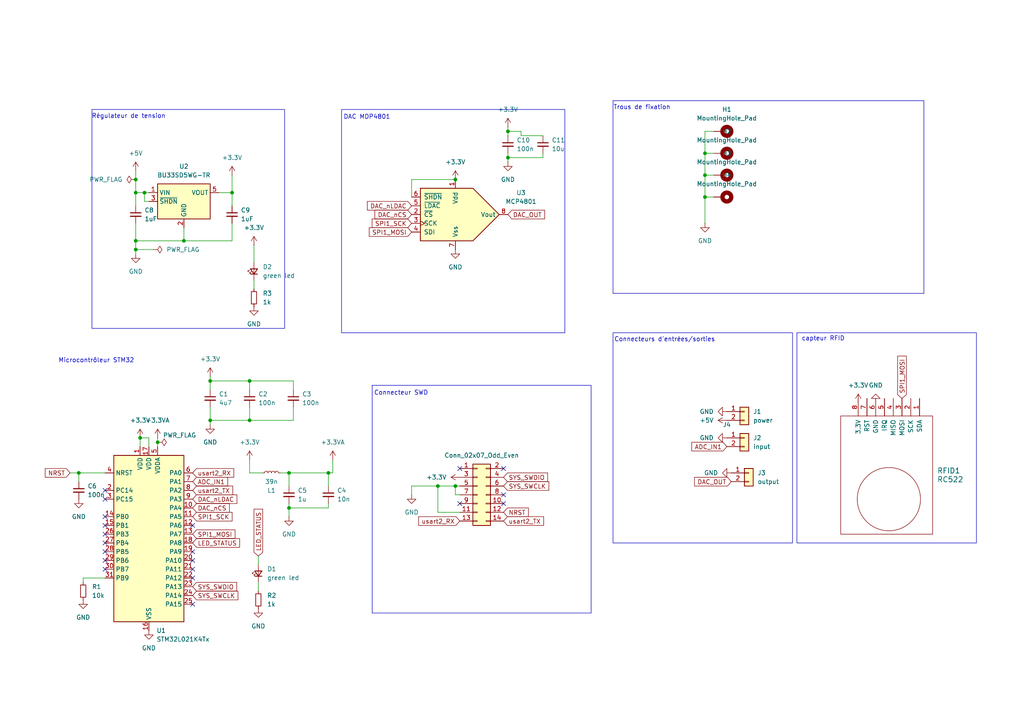
<source format=kicad_sch>
(kicad_sch
	(version 20231120)
	(generator "eeschema")
	(generator_version "8.0")
	(uuid "70a51248-8419-4d3f-aa8a-a162baf20341")
	(paper "A4")
	(title_block
		(title "Tdm 1")
		(date "2025-01-21")
		(rev "1.0")
		(company "ENSEA")
		(comment 1 "Tom Picquart")
	)
	(lib_symbols
		(symbol "Analog_DAC:MCP4801"
			(pin_names
				(offset 1.016)
			)
			(exclude_from_sim no)
			(in_bom yes)
			(on_board yes)
			(property "Reference" "U"
				(at 1.27 10.795 0)
				(effects
					(font
						(size 1.27 1.27)
					)
					(justify left)
				)
			)
			(property "Value" "MCP4801"
				(at 1.27 8.89 0)
				(effects
					(font
						(size 1.27 1.27)
					)
					(justify left)
				)
			)
			(property "Footprint" ""
				(at 22.86 -2.54 0)
				(effects
					(font
						(size 1.27 1.27)
					)
					(hide yes)
				)
			)
			(property "Datasheet" "http://ww1.microchip.com/downloads/en/DeviceDoc/22244B.pdf"
				(at 22.86 -2.54 0)
				(effects
					(font
						(size 1.27 1.27)
					)
					(hide yes)
				)
			)
			(property "Description" "8-Bit D/A Converters with SPI Interface, internal Reference (2.048V)"
				(at 0 0 0)
				(effects
					(font
						(size 1.27 1.27)
					)
					(hide yes)
				)
			)
			(property "ki_keywords" "8-Bit DAC SPI Reference 1ch"
				(at 0 0 0)
				(effects
					(font
						(size 1.27 1.27)
					)
					(hide yes)
				)
			)
			(property "ki_fp_filters" "DIP*W7.62mm* MSOP*3x3mm*P0.65mm* SOIC*3.9x4.9mm*P1.27mm*"
				(at 0 0 0)
				(effects
					(font
						(size 1.27 1.27)
					)
					(hide yes)
				)
			)
			(symbol "MCP4801_0_0"
				(polyline
					(pts
						(xy 12.7 0) (xy 5.08 7.62) (xy -10.16 7.62) (xy -10.16 -7.62) (xy 5.08 -7.62) (xy 12.7 0)
					)
					(stroke
						(width 0.254)
						(type default)
					)
					(fill
						(type background)
					)
				)
			)
			(symbol "MCP4801_1_1"
				(pin power_in line
					(at 0 10.16 270)
					(length 2.54)
					(name "Vdd"
						(effects
							(font
								(size 1.27 1.27)
							)
						)
					)
					(number "1"
						(effects
							(font
								(size 1.27 1.27)
							)
						)
					)
				)
				(pin input line
					(at -12.7 0 0)
					(length 2.54)
					(name "~{CS}"
						(effects
							(font
								(size 1.27 1.27)
							)
						)
					)
					(number "2"
						(effects
							(font
								(size 1.27 1.27)
							)
						)
					)
				)
				(pin input clock
					(at -12.7 -2.54 0)
					(length 2.54)
					(name "SCK"
						(effects
							(font
								(size 1.27 1.27)
							)
						)
					)
					(number "3"
						(effects
							(font
								(size 1.27 1.27)
							)
						)
					)
				)
				(pin input line
					(at -12.7 -5.08 0)
					(length 2.54)
					(name "SDI"
						(effects
							(font
								(size 1.27 1.27)
							)
						)
					)
					(number "4"
						(effects
							(font
								(size 1.27 1.27)
							)
						)
					)
				)
				(pin input line
					(at -12.7 2.54 0)
					(length 2.54)
					(name "~{LDAC}"
						(effects
							(font
								(size 1.27 1.27)
							)
						)
					)
					(number "5"
						(effects
							(font
								(size 1.27 1.27)
							)
						)
					)
				)
				(pin input line
					(at -12.7 5.08 0)
					(length 2.54)
					(name "~{SHDN}"
						(effects
							(font
								(size 1.27 1.27)
							)
						)
					)
					(number "6"
						(effects
							(font
								(size 1.27 1.27)
							)
						)
					)
				)
				(pin power_in line
					(at 0 -10.16 90)
					(length 2.54)
					(name "Vss"
						(effects
							(font
								(size 1.27 1.27)
							)
						)
					)
					(number "7"
						(effects
							(font
								(size 1.27 1.27)
							)
						)
					)
				)
				(pin output line
					(at 15.24 0 180)
					(length 2.54)
					(name "Vout"
						(effects
							(font
								(size 1.27 1.27)
							)
						)
					)
					(number "8"
						(effects
							(font
								(size 1.27 1.27)
							)
						)
					)
				)
			)
		)
		(symbol "Connector_Generic:Conn_01x02"
			(pin_names
				(offset 1.016) hide)
			(exclude_from_sim no)
			(in_bom yes)
			(on_board yes)
			(property "Reference" "J"
				(at 0 2.54 0)
				(effects
					(font
						(size 1.27 1.27)
					)
				)
			)
			(property "Value" "Conn_01x02"
				(at 0 -5.08 0)
				(effects
					(font
						(size 1.27 1.27)
					)
				)
			)
			(property "Footprint" ""
				(at 0 0 0)
				(effects
					(font
						(size 1.27 1.27)
					)
					(hide yes)
				)
			)
			(property "Datasheet" "~"
				(at 0 0 0)
				(effects
					(font
						(size 1.27 1.27)
					)
					(hide yes)
				)
			)
			(property "Description" "Generic connector, single row, 01x02, script generated (kicad-library-utils/schlib/autogen/connector/)"
				(at 0 0 0)
				(effects
					(font
						(size 1.27 1.27)
					)
					(hide yes)
				)
			)
			(property "ki_keywords" "connector"
				(at 0 0 0)
				(effects
					(font
						(size 1.27 1.27)
					)
					(hide yes)
				)
			)
			(property "ki_fp_filters" "Connector*:*_1x??_*"
				(at 0 0 0)
				(effects
					(font
						(size 1.27 1.27)
					)
					(hide yes)
				)
			)
			(symbol "Conn_01x02_1_1"
				(rectangle
					(start -1.27 -2.413)
					(end 0 -2.667)
					(stroke
						(width 0.1524)
						(type default)
					)
					(fill
						(type none)
					)
				)
				(rectangle
					(start -1.27 0.127)
					(end 0 -0.127)
					(stroke
						(width 0.1524)
						(type default)
					)
					(fill
						(type none)
					)
				)
				(rectangle
					(start -1.27 1.27)
					(end 1.27 -3.81)
					(stroke
						(width 0.254)
						(type default)
					)
					(fill
						(type background)
					)
				)
				(pin passive line
					(at -5.08 0 0)
					(length 3.81)
					(name "Pin_1"
						(effects
							(font
								(size 1.27 1.27)
							)
						)
					)
					(number "1"
						(effects
							(font
								(size 1.27 1.27)
							)
						)
					)
				)
				(pin passive line
					(at -5.08 -2.54 0)
					(length 3.81)
					(name "Pin_2"
						(effects
							(font
								(size 1.27 1.27)
							)
						)
					)
					(number "2"
						(effects
							(font
								(size 1.27 1.27)
							)
						)
					)
				)
			)
		)
		(symbol "Connector_Generic:Conn_02x07_Odd_Even"
			(pin_names
				(offset 1.016) hide)
			(exclude_from_sim no)
			(in_bom yes)
			(on_board yes)
			(property "Reference" "J"
				(at 1.27 10.16 0)
				(effects
					(font
						(size 1.27 1.27)
					)
				)
			)
			(property "Value" "Conn_02x07_Odd_Even"
				(at 1.27 -10.16 0)
				(effects
					(font
						(size 1.27 1.27)
					)
				)
			)
			(property "Footprint" ""
				(at 0 0 0)
				(effects
					(font
						(size 1.27 1.27)
					)
					(hide yes)
				)
			)
			(property "Datasheet" "~"
				(at 0 0 0)
				(effects
					(font
						(size 1.27 1.27)
					)
					(hide yes)
				)
			)
			(property "Description" "Generic connector, double row, 02x07, odd/even pin numbering scheme (row 1 odd numbers, row 2 even numbers), script generated (kicad-library-utils/schlib/autogen/connector/)"
				(at 0 0 0)
				(effects
					(font
						(size 1.27 1.27)
					)
					(hide yes)
				)
			)
			(property "ki_keywords" "connector"
				(at 0 0 0)
				(effects
					(font
						(size 1.27 1.27)
					)
					(hide yes)
				)
			)
			(property "ki_fp_filters" "Connector*:*_2x??_*"
				(at 0 0 0)
				(effects
					(font
						(size 1.27 1.27)
					)
					(hide yes)
				)
			)
			(symbol "Conn_02x07_Odd_Even_1_1"
				(rectangle
					(start -1.27 -7.493)
					(end 0 -7.747)
					(stroke
						(width 0.1524)
						(type default)
					)
					(fill
						(type none)
					)
				)
				(rectangle
					(start -1.27 -4.953)
					(end 0 -5.207)
					(stroke
						(width 0.1524)
						(type default)
					)
					(fill
						(type none)
					)
				)
				(rectangle
					(start -1.27 -2.413)
					(end 0 -2.667)
					(stroke
						(width 0.1524)
						(type default)
					)
					(fill
						(type none)
					)
				)
				(rectangle
					(start -1.27 0.127)
					(end 0 -0.127)
					(stroke
						(width 0.1524)
						(type default)
					)
					(fill
						(type none)
					)
				)
				(rectangle
					(start -1.27 2.667)
					(end 0 2.413)
					(stroke
						(width 0.1524)
						(type default)
					)
					(fill
						(type none)
					)
				)
				(rectangle
					(start -1.27 5.207)
					(end 0 4.953)
					(stroke
						(width 0.1524)
						(type default)
					)
					(fill
						(type none)
					)
				)
				(rectangle
					(start -1.27 7.747)
					(end 0 7.493)
					(stroke
						(width 0.1524)
						(type default)
					)
					(fill
						(type none)
					)
				)
				(rectangle
					(start -1.27 8.89)
					(end 3.81 -8.89)
					(stroke
						(width 0.254)
						(type default)
					)
					(fill
						(type background)
					)
				)
				(rectangle
					(start 3.81 -7.493)
					(end 2.54 -7.747)
					(stroke
						(width 0.1524)
						(type default)
					)
					(fill
						(type none)
					)
				)
				(rectangle
					(start 3.81 -4.953)
					(end 2.54 -5.207)
					(stroke
						(width 0.1524)
						(type default)
					)
					(fill
						(type none)
					)
				)
				(rectangle
					(start 3.81 -2.413)
					(end 2.54 -2.667)
					(stroke
						(width 0.1524)
						(type default)
					)
					(fill
						(type none)
					)
				)
				(rectangle
					(start 3.81 0.127)
					(end 2.54 -0.127)
					(stroke
						(width 0.1524)
						(type default)
					)
					(fill
						(type none)
					)
				)
				(rectangle
					(start 3.81 2.667)
					(end 2.54 2.413)
					(stroke
						(width 0.1524)
						(type default)
					)
					(fill
						(type none)
					)
				)
				(rectangle
					(start 3.81 5.207)
					(end 2.54 4.953)
					(stroke
						(width 0.1524)
						(type default)
					)
					(fill
						(type none)
					)
				)
				(rectangle
					(start 3.81 7.747)
					(end 2.54 7.493)
					(stroke
						(width 0.1524)
						(type default)
					)
					(fill
						(type none)
					)
				)
				(pin passive line
					(at -5.08 7.62 0)
					(length 3.81)
					(name "Pin_1"
						(effects
							(font
								(size 1.27 1.27)
							)
						)
					)
					(number "1"
						(effects
							(font
								(size 1.27 1.27)
							)
						)
					)
				)
				(pin passive line
					(at 7.62 -2.54 180)
					(length 3.81)
					(name "Pin_10"
						(effects
							(font
								(size 1.27 1.27)
							)
						)
					)
					(number "10"
						(effects
							(font
								(size 1.27 1.27)
							)
						)
					)
				)
				(pin passive line
					(at -5.08 -5.08 0)
					(length 3.81)
					(name "Pin_11"
						(effects
							(font
								(size 1.27 1.27)
							)
						)
					)
					(number "11"
						(effects
							(font
								(size 1.27 1.27)
							)
						)
					)
				)
				(pin passive line
					(at 7.62 -5.08 180)
					(length 3.81)
					(name "Pin_12"
						(effects
							(font
								(size 1.27 1.27)
							)
						)
					)
					(number "12"
						(effects
							(font
								(size 1.27 1.27)
							)
						)
					)
				)
				(pin passive line
					(at -5.08 -7.62 0)
					(length 3.81)
					(name "Pin_13"
						(effects
							(font
								(size 1.27 1.27)
							)
						)
					)
					(number "13"
						(effects
							(font
								(size 1.27 1.27)
							)
						)
					)
				)
				(pin passive line
					(at 7.62 -7.62 180)
					(length 3.81)
					(name "Pin_14"
						(effects
							(font
								(size 1.27 1.27)
							)
						)
					)
					(number "14"
						(effects
							(font
								(size 1.27 1.27)
							)
						)
					)
				)
				(pin passive line
					(at 7.62 7.62 180)
					(length 3.81)
					(name "Pin_2"
						(effects
							(font
								(size 1.27 1.27)
							)
						)
					)
					(number "2"
						(effects
							(font
								(size 1.27 1.27)
							)
						)
					)
				)
				(pin passive line
					(at -5.08 5.08 0)
					(length 3.81)
					(name "Pin_3"
						(effects
							(font
								(size 1.27 1.27)
							)
						)
					)
					(number "3"
						(effects
							(font
								(size 1.27 1.27)
							)
						)
					)
				)
				(pin passive line
					(at 7.62 5.08 180)
					(length 3.81)
					(name "Pin_4"
						(effects
							(font
								(size 1.27 1.27)
							)
						)
					)
					(number "4"
						(effects
							(font
								(size 1.27 1.27)
							)
						)
					)
				)
				(pin passive line
					(at -5.08 2.54 0)
					(length 3.81)
					(name "Pin_5"
						(effects
							(font
								(size 1.27 1.27)
							)
						)
					)
					(number "5"
						(effects
							(font
								(size 1.27 1.27)
							)
						)
					)
				)
				(pin passive line
					(at 7.62 2.54 180)
					(length 3.81)
					(name "Pin_6"
						(effects
							(font
								(size 1.27 1.27)
							)
						)
					)
					(number "6"
						(effects
							(font
								(size 1.27 1.27)
							)
						)
					)
				)
				(pin passive line
					(at -5.08 0 0)
					(length 3.81)
					(name "Pin_7"
						(effects
							(font
								(size 1.27 1.27)
							)
						)
					)
					(number "7"
						(effects
							(font
								(size 1.27 1.27)
							)
						)
					)
				)
				(pin passive line
					(at 7.62 0 180)
					(length 3.81)
					(name "Pin_8"
						(effects
							(font
								(size 1.27 1.27)
							)
						)
					)
					(number "8"
						(effects
							(font
								(size 1.27 1.27)
							)
						)
					)
				)
				(pin passive line
					(at -5.08 -2.54 0)
					(length 3.81)
					(name "Pin_9"
						(effects
							(font
								(size 1.27 1.27)
							)
						)
					)
					(number "9"
						(effects
							(font
								(size 1.27 1.27)
							)
						)
					)
				)
			)
		)
		(symbol "Device:C_Small"
			(pin_numbers hide)
			(pin_names
				(offset 0.254) hide)
			(exclude_from_sim no)
			(in_bom yes)
			(on_board yes)
			(property "Reference" "C"
				(at 0.254 1.778 0)
				(effects
					(font
						(size 1.27 1.27)
					)
					(justify left)
				)
			)
			(property "Value" "C_Small"
				(at 0.254 -2.032 0)
				(effects
					(font
						(size 1.27 1.27)
					)
					(justify left)
				)
			)
			(property "Footprint" ""
				(at 0 0 0)
				(effects
					(font
						(size 1.27 1.27)
					)
					(hide yes)
				)
			)
			(property "Datasheet" "~"
				(at 0 0 0)
				(effects
					(font
						(size 1.27 1.27)
					)
					(hide yes)
				)
			)
			(property "Description" "Unpolarized capacitor, small symbol"
				(at 0 0 0)
				(effects
					(font
						(size 1.27 1.27)
					)
					(hide yes)
				)
			)
			(property "ki_keywords" "capacitor cap"
				(at 0 0 0)
				(effects
					(font
						(size 1.27 1.27)
					)
					(hide yes)
				)
			)
			(property "ki_fp_filters" "C_*"
				(at 0 0 0)
				(effects
					(font
						(size 1.27 1.27)
					)
					(hide yes)
				)
			)
			(symbol "C_Small_0_1"
				(polyline
					(pts
						(xy -1.524 -0.508) (xy 1.524 -0.508)
					)
					(stroke
						(width 0.3302)
						(type default)
					)
					(fill
						(type none)
					)
				)
				(polyline
					(pts
						(xy -1.524 0.508) (xy 1.524 0.508)
					)
					(stroke
						(width 0.3048)
						(type default)
					)
					(fill
						(type none)
					)
				)
			)
			(symbol "C_Small_1_1"
				(pin passive line
					(at 0 2.54 270)
					(length 2.032)
					(name "~"
						(effects
							(font
								(size 1.27 1.27)
							)
						)
					)
					(number "1"
						(effects
							(font
								(size 1.27 1.27)
							)
						)
					)
				)
				(pin passive line
					(at 0 -2.54 90)
					(length 2.032)
					(name "~"
						(effects
							(font
								(size 1.27 1.27)
							)
						)
					)
					(number "2"
						(effects
							(font
								(size 1.27 1.27)
							)
						)
					)
				)
			)
		)
		(symbol "Device:LED_Small"
			(pin_numbers hide)
			(pin_names
				(offset 0.254) hide)
			(exclude_from_sim no)
			(in_bom yes)
			(on_board yes)
			(property "Reference" "D"
				(at -1.27 3.175 0)
				(effects
					(font
						(size 1.27 1.27)
					)
					(justify left)
				)
			)
			(property "Value" "LED_Small"
				(at -4.445 -2.54 0)
				(effects
					(font
						(size 1.27 1.27)
					)
					(justify left)
				)
			)
			(property "Footprint" ""
				(at 0 0 90)
				(effects
					(font
						(size 1.27 1.27)
					)
					(hide yes)
				)
			)
			(property "Datasheet" "~"
				(at 0 0 90)
				(effects
					(font
						(size 1.27 1.27)
					)
					(hide yes)
				)
			)
			(property "Description" "Light emitting diode, small symbol"
				(at 0 0 0)
				(effects
					(font
						(size 1.27 1.27)
					)
					(hide yes)
				)
			)
			(property "ki_keywords" "LED diode light-emitting-diode"
				(at 0 0 0)
				(effects
					(font
						(size 1.27 1.27)
					)
					(hide yes)
				)
			)
			(property "ki_fp_filters" "LED* LED_SMD:* LED_THT:*"
				(at 0 0 0)
				(effects
					(font
						(size 1.27 1.27)
					)
					(hide yes)
				)
			)
			(symbol "LED_Small_0_1"
				(polyline
					(pts
						(xy -0.762 -1.016) (xy -0.762 1.016)
					)
					(stroke
						(width 0.254)
						(type default)
					)
					(fill
						(type none)
					)
				)
				(polyline
					(pts
						(xy 1.016 0) (xy -0.762 0)
					)
					(stroke
						(width 0)
						(type default)
					)
					(fill
						(type none)
					)
				)
				(polyline
					(pts
						(xy 0.762 -1.016) (xy -0.762 0) (xy 0.762 1.016) (xy 0.762 -1.016)
					)
					(stroke
						(width 0.254)
						(type default)
					)
					(fill
						(type none)
					)
				)
				(polyline
					(pts
						(xy 0 0.762) (xy -0.508 1.27) (xy -0.254 1.27) (xy -0.508 1.27) (xy -0.508 1.016)
					)
					(stroke
						(width 0)
						(type default)
					)
					(fill
						(type none)
					)
				)
				(polyline
					(pts
						(xy 0.508 1.27) (xy 0 1.778) (xy 0.254 1.778) (xy 0 1.778) (xy 0 1.524)
					)
					(stroke
						(width 0)
						(type default)
					)
					(fill
						(type none)
					)
				)
			)
			(symbol "LED_Small_1_1"
				(pin passive line
					(at -2.54 0 0)
					(length 1.778)
					(name "K"
						(effects
							(font
								(size 1.27 1.27)
							)
						)
					)
					(number "1"
						(effects
							(font
								(size 1.27 1.27)
							)
						)
					)
				)
				(pin passive line
					(at 2.54 0 180)
					(length 1.778)
					(name "A"
						(effects
							(font
								(size 1.27 1.27)
							)
						)
					)
					(number "2"
						(effects
							(font
								(size 1.27 1.27)
							)
						)
					)
				)
			)
		)
		(symbol "Device:L_Small"
			(pin_numbers hide)
			(pin_names
				(offset 0.254) hide)
			(exclude_from_sim no)
			(in_bom yes)
			(on_board yes)
			(property "Reference" "L"
				(at 0.762 1.016 0)
				(effects
					(font
						(size 1.27 1.27)
					)
					(justify left)
				)
			)
			(property "Value" "L_Small"
				(at 0.762 -1.016 0)
				(effects
					(font
						(size 1.27 1.27)
					)
					(justify left)
				)
			)
			(property "Footprint" ""
				(at 0 0 0)
				(effects
					(font
						(size 1.27 1.27)
					)
					(hide yes)
				)
			)
			(property "Datasheet" "~"
				(at 0 0 0)
				(effects
					(font
						(size 1.27 1.27)
					)
					(hide yes)
				)
			)
			(property "Description" "Inductor, small symbol"
				(at 0 0 0)
				(effects
					(font
						(size 1.27 1.27)
					)
					(hide yes)
				)
			)
			(property "ki_keywords" "inductor choke coil reactor magnetic"
				(at 0 0 0)
				(effects
					(font
						(size 1.27 1.27)
					)
					(hide yes)
				)
			)
			(property "ki_fp_filters" "Choke_* *Coil* Inductor_* L_*"
				(at 0 0 0)
				(effects
					(font
						(size 1.27 1.27)
					)
					(hide yes)
				)
			)
			(symbol "L_Small_0_1"
				(arc
					(start 0 -2.032)
					(mid 0.5058 -1.524)
					(end 0 -1.016)
					(stroke
						(width 0)
						(type default)
					)
					(fill
						(type none)
					)
				)
				(arc
					(start 0 -1.016)
					(mid 0.5058 -0.508)
					(end 0 0)
					(stroke
						(width 0)
						(type default)
					)
					(fill
						(type none)
					)
				)
				(arc
					(start 0 0)
					(mid 0.5058 0.508)
					(end 0 1.016)
					(stroke
						(width 0)
						(type default)
					)
					(fill
						(type none)
					)
				)
				(arc
					(start 0 1.016)
					(mid 0.5058 1.524)
					(end 0 2.032)
					(stroke
						(width 0)
						(type default)
					)
					(fill
						(type none)
					)
				)
			)
			(symbol "L_Small_1_1"
				(pin passive line
					(at 0 2.54 270)
					(length 0.508)
					(name "~"
						(effects
							(font
								(size 1.27 1.27)
							)
						)
					)
					(number "1"
						(effects
							(font
								(size 1.27 1.27)
							)
						)
					)
				)
				(pin passive line
					(at 0 -2.54 90)
					(length 0.508)
					(name "~"
						(effects
							(font
								(size 1.27 1.27)
							)
						)
					)
					(number "2"
						(effects
							(font
								(size 1.27 1.27)
							)
						)
					)
				)
			)
		)
		(symbol "Device:R_Small"
			(pin_numbers hide)
			(pin_names
				(offset 0.254) hide)
			(exclude_from_sim no)
			(in_bom yes)
			(on_board yes)
			(property "Reference" "R"
				(at 0.762 0.508 0)
				(effects
					(font
						(size 1.27 1.27)
					)
					(justify left)
				)
			)
			(property "Value" "R_Small"
				(at 0.762 -1.016 0)
				(effects
					(font
						(size 1.27 1.27)
					)
					(justify left)
				)
			)
			(property "Footprint" ""
				(at 0 0 0)
				(effects
					(font
						(size 1.27 1.27)
					)
					(hide yes)
				)
			)
			(property "Datasheet" "~"
				(at 0 0 0)
				(effects
					(font
						(size 1.27 1.27)
					)
					(hide yes)
				)
			)
			(property "Description" "Resistor, small symbol"
				(at 0 0 0)
				(effects
					(font
						(size 1.27 1.27)
					)
					(hide yes)
				)
			)
			(property "ki_keywords" "R resistor"
				(at 0 0 0)
				(effects
					(font
						(size 1.27 1.27)
					)
					(hide yes)
				)
			)
			(property "ki_fp_filters" "R_*"
				(at 0 0 0)
				(effects
					(font
						(size 1.27 1.27)
					)
					(hide yes)
				)
			)
			(symbol "R_Small_0_1"
				(rectangle
					(start -0.762 1.778)
					(end 0.762 -1.778)
					(stroke
						(width 0.2032)
						(type default)
					)
					(fill
						(type none)
					)
				)
			)
			(symbol "R_Small_1_1"
				(pin passive line
					(at 0 2.54 270)
					(length 0.762)
					(name "~"
						(effects
							(font
								(size 1.27 1.27)
							)
						)
					)
					(number "1"
						(effects
							(font
								(size 1.27 1.27)
							)
						)
					)
				)
				(pin passive line
					(at 0 -2.54 90)
					(length 0.762)
					(name "~"
						(effects
							(font
								(size 1.27 1.27)
							)
						)
					)
					(number "2"
						(effects
							(font
								(size 1.27 1.27)
							)
						)
					)
				)
			)
		)
		(symbol "MCU_ST_STM32L0:STM32L021K4Tx"
			(exclude_from_sim no)
			(in_bom yes)
			(on_board yes)
			(property "Reference" "U"
				(at -10.16 26.67 0)
				(effects
					(font
						(size 1.27 1.27)
					)
					(justify left)
				)
			)
			(property "Value" "STM32L021K4Tx"
				(at 5.08 26.67 0)
				(effects
					(font
						(size 1.27 1.27)
					)
					(justify left)
				)
			)
			(property "Footprint" "Package_QFP:LQFP-32_7x7mm_P0.8mm"
				(at -10.16 -22.86 0)
				(effects
					(font
						(size 1.27 1.27)
					)
					(justify right)
					(hide yes)
				)
			)
			(property "Datasheet" "https://www.st.com/resource/en/datasheet/stm32l021k4.pdf"
				(at 0 0 0)
				(effects
					(font
						(size 1.27 1.27)
					)
					(hide yes)
				)
			)
			(property "Description" "STMicroelectronics Arm Cortex-M0+ MCU, 16KB flash, 2KB RAM, 32 MHz, 1.65-3.6V, 26 GPIO, LQFP32"
				(at 0 0 0)
				(effects
					(font
						(size 1.27 1.27)
					)
					(hide yes)
				)
			)
			(property "ki_keywords" "Arm Cortex-M0+ STM32L0 STM32L0x1"
				(at 0 0 0)
				(effects
					(font
						(size 1.27 1.27)
					)
					(hide yes)
				)
			)
			(property "ki_fp_filters" "LQFP*7x7mm*P0.8mm*"
				(at 0 0 0)
				(effects
					(font
						(size 1.27 1.27)
					)
					(hide yes)
				)
			)
			(symbol "STM32L021K4Tx_0_1"
				(rectangle
					(start -10.16 -22.86)
					(end 10.16 25.4)
					(stroke
						(width 0.254)
						(type default)
					)
					(fill
						(type background)
					)
				)
			)
			(symbol "STM32L021K4Tx_1_1"
				(pin power_in line
					(at -2.54 27.94 270)
					(length 2.54)
					(name "VDD"
						(effects
							(font
								(size 1.27 1.27)
							)
						)
					)
					(number "1"
						(effects
							(font
								(size 1.27 1.27)
							)
						)
					)
				)
				(pin bidirectional line
					(at 12.7 10.16 180)
					(length 2.54)
					(name "PA4"
						(effects
							(font
								(size 1.27 1.27)
							)
						)
					)
					(number "10"
						(effects
							(font
								(size 1.27 1.27)
							)
						)
					)
					(alternate "ADC_IN4" bidirectional line)
					(alternate "COMP1_INM" bidirectional line)
					(alternate "COMP2_INM" bidirectional line)
					(alternate "COMP2_OUT" bidirectional line)
					(alternate "I2C1_SCL" bidirectional line)
					(alternate "LPTIM1_ETR" bidirectional line)
					(alternate "LPTIM1_IN1" bidirectional line)
					(alternate "LPUART1_TX" bidirectional line)
					(alternate "SPI1_NSS" bidirectional line)
					(alternate "TIM2_ETR" bidirectional line)
					(alternate "USART2_CK" bidirectional line)
				)
				(pin bidirectional line
					(at 12.7 7.62 180)
					(length 2.54)
					(name "PA5"
						(effects
							(font
								(size 1.27 1.27)
							)
						)
					)
					(number "11"
						(effects
							(font
								(size 1.27 1.27)
							)
						)
					)
					(alternate "ADC_IN5" bidirectional line)
					(alternate "COMP1_INM" bidirectional line)
					(alternate "COMP2_INM" bidirectional line)
					(alternate "LPTIM1_IN2" bidirectional line)
					(alternate "SPI1_SCK" bidirectional line)
					(alternate "TIM2_CH1" bidirectional line)
					(alternate "TIM2_ETR" bidirectional line)
				)
				(pin bidirectional line
					(at 12.7 5.08 180)
					(length 2.54)
					(name "PA6"
						(effects
							(font
								(size 1.27 1.27)
							)
						)
					)
					(number "12"
						(effects
							(font
								(size 1.27 1.27)
							)
						)
					)
					(alternate "ADC_IN6" bidirectional line)
					(alternate "COMP1_OUT" bidirectional line)
					(alternate "LPTIM1_ETR" bidirectional line)
					(alternate "LPUART1_CTS" bidirectional line)
					(alternate "SPI1_MISO" bidirectional line)
				)
				(pin bidirectional line
					(at 12.7 2.54 180)
					(length 2.54)
					(name "PA7"
						(effects
							(font
								(size 1.27 1.27)
							)
						)
					)
					(number "13"
						(effects
							(font
								(size 1.27 1.27)
							)
						)
					)
					(alternate "ADC_IN7" bidirectional line)
					(alternate "COMP2_INP" bidirectional line)
					(alternate "COMP2_OUT" bidirectional line)
					(alternate "LPTIM1_OUT" bidirectional line)
					(alternate "SPI1_MOSI" bidirectional line)
					(alternate "TIM21_ETR" bidirectional line)
					(alternate "USART2_CTS" bidirectional line)
				)
				(pin bidirectional line
					(at -12.7 7.62 0)
					(length 2.54)
					(name "PB0"
						(effects
							(font
								(size 1.27 1.27)
							)
						)
					)
					(number "14"
						(effects
							(font
								(size 1.27 1.27)
							)
						)
					)
					(alternate "ADC_IN8" bidirectional line)
					(alternate "SPI1_MISO" bidirectional line)
					(alternate "SYS_VREF_OUT_PB0" bidirectional line)
					(alternate "TIM2_CH2" bidirectional line)
					(alternate "TIM2_CH3" bidirectional line)
					(alternate "USART2_DE" bidirectional line)
					(alternate "USART2_RTS" bidirectional line)
				)
				(pin bidirectional line
					(at -12.7 5.08 0)
					(length 2.54)
					(name "PB1"
						(effects
							(font
								(size 1.27 1.27)
							)
						)
					)
					(number "15"
						(effects
							(font
								(size 1.27 1.27)
							)
						)
					)
					(alternate "ADC_IN9" bidirectional line)
					(alternate "LPTIM1_IN1" bidirectional line)
					(alternate "LPUART1_DE" bidirectional line)
					(alternate "LPUART1_RTS" bidirectional line)
					(alternate "SPI1_MOSI" bidirectional line)
					(alternate "SYS_VREF_OUT_PB1" bidirectional line)
					(alternate "TIM2_CH4" bidirectional line)
					(alternate "USART2_CK" bidirectional line)
				)
				(pin power_in line
					(at 0 -25.4 90)
					(length 2.54)
					(name "VSS"
						(effects
							(font
								(size 1.27 1.27)
							)
						)
					)
					(number "16"
						(effects
							(font
								(size 1.27 1.27)
							)
						)
					)
				)
				(pin power_in line
					(at 0 27.94 270)
					(length 2.54)
					(name "VDD"
						(effects
							(font
								(size 1.27 1.27)
							)
						)
					)
					(number "17"
						(effects
							(font
								(size 1.27 1.27)
							)
						)
					)
				)
				(pin bidirectional line
					(at 12.7 0 180)
					(length 2.54)
					(name "PA8"
						(effects
							(font
								(size 1.27 1.27)
							)
						)
					)
					(number "18"
						(effects
							(font
								(size 1.27 1.27)
							)
						)
					)
					(alternate "LPTIM1_IN1" bidirectional line)
					(alternate "RCC_MCO" bidirectional line)
					(alternate "TIM2_CH1" bidirectional line)
					(alternate "USART2_CK" bidirectional line)
				)
				(pin bidirectional line
					(at 12.7 -2.54 180)
					(length 2.54)
					(name "PA9"
						(effects
							(font
								(size 1.27 1.27)
							)
						)
					)
					(number "19"
						(effects
							(font
								(size 1.27 1.27)
							)
						)
					)
					(alternate "COMP1_OUT" bidirectional line)
					(alternate "I2C1_SCL" bidirectional line)
					(alternate "LPTIM1_OUT" bidirectional line)
					(alternate "RCC_MCO" bidirectional line)
					(alternate "TIM21_CH2" bidirectional line)
					(alternate "USART2_TX" bidirectional line)
				)
				(pin bidirectional line
					(at -12.7 15.24 0)
					(length 2.54)
					(name "PC14"
						(effects
							(font
								(size 1.27 1.27)
							)
						)
					)
					(number "2"
						(effects
							(font
								(size 1.27 1.27)
							)
						)
					)
					(alternate "RCC_OSC32_IN" bidirectional line)
				)
				(pin bidirectional line
					(at 12.7 -5.08 180)
					(length 2.54)
					(name "PA10"
						(effects
							(font
								(size 1.27 1.27)
							)
						)
					)
					(number "20"
						(effects
							(font
								(size 1.27 1.27)
							)
						)
					)
					(alternate "COMP1_OUT" bidirectional line)
					(alternate "I2C1_SDA" bidirectional line)
					(alternate "RTC_REFIN" bidirectional line)
					(alternate "TIM21_CH1" bidirectional line)
					(alternate "TIM2_CH3" bidirectional line)
					(alternate "USART2_RX" bidirectional line)
				)
				(pin bidirectional line
					(at 12.7 -7.62 180)
					(length 2.54)
					(name "PA11"
						(effects
							(font
								(size 1.27 1.27)
							)
						)
					)
					(number "21"
						(effects
							(font
								(size 1.27 1.27)
							)
						)
					)
					(alternate "ADC_EXTI11" bidirectional line)
					(alternate "COMP1_OUT" bidirectional line)
					(alternate "LPTIM1_OUT" bidirectional line)
					(alternate "SPI1_MISO" bidirectional line)
					(alternate "TIM21_CH2" bidirectional line)
					(alternate "USART2_CTS" bidirectional line)
				)
				(pin bidirectional line
					(at 12.7 -10.16 180)
					(length 2.54)
					(name "PA12"
						(effects
							(font
								(size 1.27 1.27)
							)
						)
					)
					(number "22"
						(effects
							(font
								(size 1.27 1.27)
							)
						)
					)
					(alternate "COMP2_OUT" bidirectional line)
					(alternate "SPI1_MOSI" bidirectional line)
					(alternate "USART2_DE" bidirectional line)
					(alternate "USART2_RTS" bidirectional line)
				)
				(pin bidirectional line
					(at 12.7 -12.7 180)
					(length 2.54)
					(name "PA13"
						(effects
							(font
								(size 1.27 1.27)
							)
						)
					)
					(number "23"
						(effects
							(font
								(size 1.27 1.27)
							)
						)
					)
					(alternate "COMP1_OUT" bidirectional line)
					(alternate "I2C1_SDA" bidirectional line)
					(alternate "LPTIM1_ETR" bidirectional line)
					(alternate "LPUART1_RX" bidirectional line)
					(alternate "SPI1_SCK" bidirectional line)
					(alternate "SYS_SWDIO" bidirectional line)
				)
				(pin bidirectional line
					(at 12.7 -15.24 180)
					(length 2.54)
					(name "PA14"
						(effects
							(font
								(size 1.27 1.27)
							)
						)
					)
					(number "24"
						(effects
							(font
								(size 1.27 1.27)
							)
						)
					)
					(alternate "COMP2_OUT" bidirectional line)
					(alternate "I2C1_SMBA" bidirectional line)
					(alternate "LPTIM1_OUT" bidirectional line)
					(alternate "LPUART1_TX" bidirectional line)
					(alternate "SPI1_MISO" bidirectional line)
					(alternate "SYS_SWCLK" bidirectional line)
					(alternate "USART2_TX" bidirectional line)
				)
				(pin bidirectional line
					(at 12.7 -17.78 180)
					(length 2.54)
					(name "PA15"
						(effects
							(font
								(size 1.27 1.27)
							)
						)
					)
					(number "25"
						(effects
							(font
								(size 1.27 1.27)
							)
						)
					)
					(alternate "SPI1_NSS" bidirectional line)
					(alternate "TIM2_CH1" bidirectional line)
					(alternate "TIM2_ETR" bidirectional line)
					(alternate "USART2_RX" bidirectional line)
				)
				(pin bidirectional line
					(at -12.7 2.54 0)
					(length 2.54)
					(name "PB3"
						(effects
							(font
								(size 1.27 1.27)
							)
						)
					)
					(number "26"
						(effects
							(font
								(size 1.27 1.27)
							)
						)
					)
					(alternate "COMP2_INM" bidirectional line)
					(alternate "SPI1_SCK" bidirectional line)
					(alternate "TIM2_CH2" bidirectional line)
				)
				(pin bidirectional line
					(at -12.7 0 0)
					(length 2.54)
					(name "PB4"
						(effects
							(font
								(size 1.27 1.27)
							)
						)
					)
					(number "27"
						(effects
							(font
								(size 1.27 1.27)
							)
						)
					)
					(alternate "COMP2_INP" bidirectional line)
					(alternate "SPI1_MISO" bidirectional line)
				)
				(pin bidirectional line
					(at -12.7 -2.54 0)
					(length 2.54)
					(name "PB5"
						(effects
							(font
								(size 1.27 1.27)
							)
						)
					)
					(number "28"
						(effects
							(font
								(size 1.27 1.27)
							)
						)
					)
					(alternate "COMP2_INP" bidirectional line)
					(alternate "I2C1_SMBA" bidirectional line)
					(alternate "LPTIM1_IN1" bidirectional line)
					(alternate "SPI1_MOSI" bidirectional line)
					(alternate "TIM21_CH1" bidirectional line)
				)
				(pin bidirectional line
					(at -12.7 -5.08 0)
					(length 2.54)
					(name "PB6"
						(effects
							(font
								(size 1.27 1.27)
							)
						)
					)
					(number "29"
						(effects
							(font
								(size 1.27 1.27)
							)
						)
					)
					(alternate "COMP2_INP" bidirectional line)
					(alternate "I2C1_SCL" bidirectional line)
					(alternate "LPTIM1_ETR" bidirectional line)
					(alternate "LPUART1_TX" bidirectional line)
					(alternate "TIM2_CH3" bidirectional line)
					(alternate "USART2_TX" bidirectional line)
				)
				(pin bidirectional line
					(at -12.7 12.7 0)
					(length 2.54)
					(name "PC15"
						(effects
							(font
								(size 1.27 1.27)
							)
						)
					)
					(number "3"
						(effects
							(font
								(size 1.27 1.27)
							)
						)
					)
					(alternate "RCC_OSC32_OUT" bidirectional line)
				)
				(pin bidirectional line
					(at -12.7 -7.62 0)
					(length 2.54)
					(name "PB7"
						(effects
							(font
								(size 1.27 1.27)
							)
						)
					)
					(number "30"
						(effects
							(font
								(size 1.27 1.27)
							)
						)
					)
					(alternate "COMP2_INP" bidirectional line)
					(alternate "I2C1_SDA" bidirectional line)
					(alternate "LPTIM1_IN2" bidirectional line)
					(alternate "LPUART1_RX" bidirectional line)
					(alternate "SYS_PVD_IN" bidirectional line)
					(alternate "TIM2_CH4" bidirectional line)
					(alternate "USART2_RX" bidirectional line)
				)
				(pin bidirectional line
					(at -12.7 -10.16 0)
					(length 2.54)
					(name "PB9"
						(effects
							(font
								(size 1.27 1.27)
							)
						)
					)
					(number "31"
						(effects
							(font
								(size 1.27 1.27)
							)
						)
					)
				)
				(pin passive line
					(at 0 -25.4 90)
					(length 2.54) hide
					(name "VSS"
						(effects
							(font
								(size 1.27 1.27)
							)
						)
					)
					(number "32"
						(effects
							(font
								(size 1.27 1.27)
							)
						)
					)
				)
				(pin input line
					(at -12.7 20.32 0)
					(length 2.54)
					(name "NRST"
						(effects
							(font
								(size 1.27 1.27)
							)
						)
					)
					(number "4"
						(effects
							(font
								(size 1.27 1.27)
							)
						)
					)
				)
				(pin power_in line
					(at 2.54 27.94 270)
					(length 2.54)
					(name "VDDA"
						(effects
							(font
								(size 1.27 1.27)
							)
						)
					)
					(number "5"
						(effects
							(font
								(size 1.27 1.27)
							)
						)
					)
				)
				(pin bidirectional line
					(at 12.7 20.32 180)
					(length 2.54)
					(name "PA0"
						(effects
							(font
								(size 1.27 1.27)
							)
						)
					)
					(number "6"
						(effects
							(font
								(size 1.27 1.27)
							)
						)
					)
					(alternate "ADC_IN0" bidirectional line)
					(alternate "COMP1_INM" bidirectional line)
					(alternate "COMP1_OUT" bidirectional line)
					(alternate "LPTIM1_IN1" bidirectional line)
					(alternate "LPUART1_RX" bidirectional line)
					(alternate "RCC_CK_IN" bidirectional line)
					(alternate "RTC_TAMP2" bidirectional line)
					(alternate "SYS_WKUP1" bidirectional line)
					(alternate "TIM2_CH1" bidirectional line)
					(alternate "TIM2_ETR" bidirectional line)
					(alternate "USART2_CTS" bidirectional line)
					(alternate "USART2_RX" bidirectional line)
				)
				(pin bidirectional line
					(at 12.7 17.78 180)
					(length 2.54)
					(name "PA1"
						(effects
							(font
								(size 1.27 1.27)
							)
						)
					)
					(number "7"
						(effects
							(font
								(size 1.27 1.27)
							)
						)
					)
					(alternate "ADC_IN1" bidirectional line)
					(alternate "COMP1_INP" bidirectional line)
					(alternate "I2C1_SMBA" bidirectional line)
					(alternate "LPTIM1_IN2" bidirectional line)
					(alternate "LPUART1_TX" bidirectional line)
					(alternate "TIM21_ETR" bidirectional line)
					(alternate "TIM2_CH2" bidirectional line)
					(alternate "USART2_DE" bidirectional line)
					(alternate "USART2_RTS" bidirectional line)
				)
				(pin bidirectional line
					(at 12.7 15.24 180)
					(length 2.54)
					(name "PA2"
						(effects
							(font
								(size 1.27 1.27)
							)
						)
					)
					(number "8"
						(effects
							(font
								(size 1.27 1.27)
							)
						)
					)
					(alternate "ADC_IN2" bidirectional line)
					(alternate "COMP2_INM" bidirectional line)
					(alternate "COMP2_OUT" bidirectional line)
					(alternate "LPUART1_TX" bidirectional line)
					(alternate "RTC_OUT_ALARM" bidirectional line)
					(alternate "RTC_OUT_CALIB" bidirectional line)
					(alternate "RTC_TAMP3" bidirectional line)
					(alternate "RTC_TS" bidirectional line)
					(alternate "SYS_WKUP3" bidirectional line)
					(alternate "TIM21_CH1" bidirectional line)
					(alternate "TIM2_CH3" bidirectional line)
					(alternate "USART2_TX" bidirectional line)
				)
				(pin bidirectional line
					(at 12.7 12.7 180)
					(length 2.54)
					(name "PA3"
						(effects
							(font
								(size 1.27 1.27)
							)
						)
					)
					(number "9"
						(effects
							(font
								(size 1.27 1.27)
							)
						)
					)
					(alternate "ADC_IN3" bidirectional line)
					(alternate "COMP2_INP" bidirectional line)
					(alternate "LPUART1_RX" bidirectional line)
					(alternate "TIM21_CH2" bidirectional line)
					(alternate "TIM2_CH4" bidirectional line)
					(alternate "USART2_RX" bidirectional line)
				)
			)
		)
		(symbol "Mechanical:MountingHole_Pad"
			(pin_numbers hide)
			(pin_names
				(offset 1.016) hide)
			(exclude_from_sim yes)
			(in_bom no)
			(on_board yes)
			(property "Reference" "H"
				(at 0 6.35 0)
				(effects
					(font
						(size 1.27 1.27)
					)
				)
			)
			(property "Value" "MountingHole_Pad"
				(at 0 4.445 0)
				(effects
					(font
						(size 1.27 1.27)
					)
				)
			)
			(property "Footprint" ""
				(at 0 0 0)
				(effects
					(font
						(size 1.27 1.27)
					)
					(hide yes)
				)
			)
			(property "Datasheet" "~"
				(at 0 0 0)
				(effects
					(font
						(size 1.27 1.27)
					)
					(hide yes)
				)
			)
			(property "Description" "Mounting Hole with connection"
				(at 0 0 0)
				(effects
					(font
						(size 1.27 1.27)
					)
					(hide yes)
				)
			)
			(property "ki_keywords" "mounting hole"
				(at 0 0 0)
				(effects
					(font
						(size 1.27 1.27)
					)
					(hide yes)
				)
			)
			(property "ki_fp_filters" "MountingHole*Pad*"
				(at 0 0 0)
				(effects
					(font
						(size 1.27 1.27)
					)
					(hide yes)
				)
			)
			(symbol "MountingHole_Pad_0_1"
				(circle
					(center 0 1.27)
					(radius 1.27)
					(stroke
						(width 1.27)
						(type default)
					)
					(fill
						(type none)
					)
				)
			)
			(symbol "MountingHole_Pad_1_1"
				(pin input line
					(at 0 -2.54 90)
					(length 2.54)
					(name "1"
						(effects
							(font
								(size 1.27 1.27)
							)
						)
					)
					(number "1"
						(effects
							(font
								(size 1.27 1.27)
							)
						)
					)
				)
			)
		)
		(symbol "Regulator_Linear:MCP1802x-xx02xOT"
			(exclude_from_sim no)
			(in_bom yes)
			(on_board yes)
			(property "Reference" "U"
				(at -6.35 6.35 0)
				(effects
					(font
						(size 1.27 1.27)
					)
					(justify left)
				)
			)
			(property "Value" "MCP1802x-xx02xOT"
				(at 0 6.35 0)
				(effects
					(font
						(size 1.27 1.27)
					)
					(justify left)
				)
			)
			(property "Footprint" "Package_TO_SOT_SMD:SOT-23-5"
				(at -6.35 8.89 0)
				(effects
					(font
						(size 1.27 1.27)
						(italic yes)
					)
					(justify left)
					(hide yes)
				)
			)
			(property "Datasheet" "http://ww1.microchip.com/downloads/en/DeviceDoc/22053C.pdf"
				(at 0 -2.54 0)
				(effects
					(font
						(size 1.27 1.27)
					)
					(hide yes)
				)
			)
			(property "Description" "150mA, Tiny CMOS LDO With Shutdown, Fixed Voltage, SOT-23-5"
				(at 0 0 0)
				(effects
					(font
						(size 1.27 1.27)
					)
					(hide yes)
				)
			)
			(property "ki_keywords" "LDO Linear Voltage Regulator"
				(at 0 0 0)
				(effects
					(font
						(size 1.27 1.27)
					)
					(hide yes)
				)
			)
			(property "ki_fp_filters" "SOT?23*"
				(at 0 0 0)
				(effects
					(font
						(size 1.27 1.27)
					)
					(hide yes)
				)
			)
			(symbol "MCP1802x-xx02xOT_0_1"
				(rectangle
					(start -7.62 5.08)
					(end 7.62 -5.08)
					(stroke
						(width 0.254)
						(type default)
					)
					(fill
						(type background)
					)
				)
			)
			(symbol "MCP1802x-xx02xOT_1_1"
				(pin power_in line
					(at -10.16 2.54 0)
					(length 2.54)
					(name "VIN"
						(effects
							(font
								(size 1.27 1.27)
							)
						)
					)
					(number "1"
						(effects
							(font
								(size 1.27 1.27)
							)
						)
					)
				)
				(pin power_in line
					(at 0 -7.62 90)
					(length 2.54)
					(name "GND"
						(effects
							(font
								(size 1.27 1.27)
							)
						)
					)
					(number "2"
						(effects
							(font
								(size 1.27 1.27)
							)
						)
					)
				)
				(pin input line
					(at -10.16 0 0)
					(length 2.54)
					(name "~{SHDN}"
						(effects
							(font
								(size 1.27 1.27)
							)
						)
					)
					(number "3"
						(effects
							(font
								(size 1.27 1.27)
							)
						)
					)
				)
				(pin no_connect line
					(at 7.62 0 180)
					(length 2.54) hide
					(name "NC"
						(effects
							(font
								(size 1.27 1.27)
							)
						)
					)
					(number "4"
						(effects
							(font
								(size 1.27 1.27)
							)
						)
					)
				)
				(pin power_out line
					(at 10.16 2.54 180)
					(length 2.54)
					(name "VOUT"
						(effects
							(font
								(size 1.27 1.27)
							)
						)
					)
					(number "5"
						(effects
							(font
								(size 1.27 1.27)
							)
						)
					)
				)
			)
		)
		(symbol "power:+3.3V"
			(power)
			(pin_numbers hide)
			(pin_names
				(offset 0) hide)
			(exclude_from_sim no)
			(in_bom yes)
			(on_board yes)
			(property "Reference" "#PWR"
				(at 0 -3.81 0)
				(effects
					(font
						(size 1.27 1.27)
					)
					(hide yes)
				)
			)
			(property "Value" "+3.3V"
				(at 0 3.556 0)
				(effects
					(font
						(size 1.27 1.27)
					)
				)
			)
			(property "Footprint" ""
				(at 0 0 0)
				(effects
					(font
						(size 1.27 1.27)
					)
					(hide yes)
				)
			)
			(property "Datasheet" ""
				(at 0 0 0)
				(effects
					(font
						(size 1.27 1.27)
					)
					(hide yes)
				)
			)
			(property "Description" "Power symbol creates a global label with name \"+3.3V\""
				(at 0 0 0)
				(effects
					(font
						(size 1.27 1.27)
					)
					(hide yes)
				)
			)
			(property "ki_keywords" "global power"
				(at 0 0 0)
				(effects
					(font
						(size 1.27 1.27)
					)
					(hide yes)
				)
			)
			(symbol "+3.3V_0_1"
				(polyline
					(pts
						(xy -0.762 1.27) (xy 0 2.54)
					)
					(stroke
						(width 0)
						(type default)
					)
					(fill
						(type none)
					)
				)
				(polyline
					(pts
						(xy 0 0) (xy 0 2.54)
					)
					(stroke
						(width 0)
						(type default)
					)
					(fill
						(type none)
					)
				)
				(polyline
					(pts
						(xy 0 2.54) (xy 0.762 1.27)
					)
					(stroke
						(width 0)
						(type default)
					)
					(fill
						(type none)
					)
				)
			)
			(symbol "+3.3V_1_1"
				(pin power_in line
					(at 0 0 90)
					(length 0)
					(name "~"
						(effects
							(font
								(size 1.27 1.27)
							)
						)
					)
					(number "1"
						(effects
							(font
								(size 1.27 1.27)
							)
						)
					)
				)
			)
		)
		(symbol "power:+3.3VA"
			(power)
			(pin_numbers hide)
			(pin_names
				(offset 0) hide)
			(exclude_from_sim no)
			(in_bom yes)
			(on_board yes)
			(property "Reference" "#PWR"
				(at 0 -3.81 0)
				(effects
					(font
						(size 1.27 1.27)
					)
					(hide yes)
				)
			)
			(property "Value" "+3.3VA"
				(at 0 3.556 0)
				(effects
					(font
						(size 1.27 1.27)
					)
				)
			)
			(property "Footprint" ""
				(at 0 0 0)
				(effects
					(font
						(size 1.27 1.27)
					)
					(hide yes)
				)
			)
			(property "Datasheet" ""
				(at 0 0 0)
				(effects
					(font
						(size 1.27 1.27)
					)
					(hide yes)
				)
			)
			(property "Description" "Power symbol creates a global label with name \"+3.3VA\""
				(at 0 0 0)
				(effects
					(font
						(size 1.27 1.27)
					)
					(hide yes)
				)
			)
			(property "ki_keywords" "global power"
				(at 0 0 0)
				(effects
					(font
						(size 1.27 1.27)
					)
					(hide yes)
				)
			)
			(symbol "+3.3VA_0_1"
				(polyline
					(pts
						(xy -0.762 1.27) (xy 0 2.54)
					)
					(stroke
						(width 0)
						(type default)
					)
					(fill
						(type none)
					)
				)
				(polyline
					(pts
						(xy 0 0) (xy 0 2.54)
					)
					(stroke
						(width 0)
						(type default)
					)
					(fill
						(type none)
					)
				)
				(polyline
					(pts
						(xy 0 2.54) (xy 0.762 1.27)
					)
					(stroke
						(width 0)
						(type default)
					)
					(fill
						(type none)
					)
				)
			)
			(symbol "+3.3VA_1_1"
				(pin power_in line
					(at 0 0 90)
					(length 0)
					(name "~"
						(effects
							(font
								(size 1.27 1.27)
							)
						)
					)
					(number "1"
						(effects
							(font
								(size 1.27 1.27)
							)
						)
					)
				)
			)
		)
		(symbol "power:+5V"
			(power)
			(pin_numbers hide)
			(pin_names
				(offset 0) hide)
			(exclude_from_sim no)
			(in_bom yes)
			(on_board yes)
			(property "Reference" "#PWR"
				(at 0 -3.81 0)
				(effects
					(font
						(size 1.27 1.27)
					)
					(hide yes)
				)
			)
			(property "Value" "+5V"
				(at 0 3.556 0)
				(effects
					(font
						(size 1.27 1.27)
					)
				)
			)
			(property "Footprint" ""
				(at 0 0 0)
				(effects
					(font
						(size 1.27 1.27)
					)
					(hide yes)
				)
			)
			(property "Datasheet" ""
				(at 0 0 0)
				(effects
					(font
						(size 1.27 1.27)
					)
					(hide yes)
				)
			)
			(property "Description" "Power symbol creates a global label with name \"+5V\""
				(at 0 0 0)
				(effects
					(font
						(size 1.27 1.27)
					)
					(hide yes)
				)
			)
			(property "ki_keywords" "global power"
				(at 0 0 0)
				(effects
					(font
						(size 1.27 1.27)
					)
					(hide yes)
				)
			)
			(symbol "+5V_0_1"
				(polyline
					(pts
						(xy -0.762 1.27) (xy 0 2.54)
					)
					(stroke
						(width 0)
						(type default)
					)
					(fill
						(type none)
					)
				)
				(polyline
					(pts
						(xy 0 0) (xy 0 2.54)
					)
					(stroke
						(width 0)
						(type default)
					)
					(fill
						(type none)
					)
				)
				(polyline
					(pts
						(xy 0 2.54) (xy 0.762 1.27)
					)
					(stroke
						(width 0)
						(type default)
					)
					(fill
						(type none)
					)
				)
			)
			(symbol "+5V_1_1"
				(pin power_in line
					(at 0 0 90)
					(length 0)
					(name "~"
						(effects
							(font
								(size 1.27 1.27)
							)
						)
					)
					(number "1"
						(effects
							(font
								(size 1.27 1.27)
							)
						)
					)
				)
			)
		)
		(symbol "power:GND"
			(power)
			(pin_numbers hide)
			(pin_names
				(offset 0) hide)
			(exclude_from_sim no)
			(in_bom yes)
			(on_board yes)
			(property "Reference" "#PWR"
				(at 0 -6.35 0)
				(effects
					(font
						(size 1.27 1.27)
					)
					(hide yes)
				)
			)
			(property "Value" "GND"
				(at 0 -3.81 0)
				(effects
					(font
						(size 1.27 1.27)
					)
				)
			)
			(property "Footprint" ""
				(at 0 0 0)
				(effects
					(font
						(size 1.27 1.27)
					)
					(hide yes)
				)
			)
			(property "Datasheet" ""
				(at 0 0 0)
				(effects
					(font
						(size 1.27 1.27)
					)
					(hide yes)
				)
			)
			(property "Description" "Power symbol creates a global label with name \"GND\" , ground"
				(at 0 0 0)
				(effects
					(font
						(size 1.27 1.27)
					)
					(hide yes)
				)
			)
			(property "ki_keywords" "global power"
				(at 0 0 0)
				(effects
					(font
						(size 1.27 1.27)
					)
					(hide yes)
				)
			)
			(symbol "GND_0_1"
				(polyline
					(pts
						(xy 0 0) (xy 0 -1.27) (xy 1.27 -1.27) (xy 0 -2.54) (xy -1.27 -1.27) (xy 0 -1.27)
					)
					(stroke
						(width 0)
						(type default)
					)
					(fill
						(type none)
					)
				)
			)
			(symbol "GND_1_1"
				(pin power_in line
					(at 0 0 270)
					(length 0)
					(name "~"
						(effects
							(font
								(size 1.27 1.27)
							)
						)
					)
					(number "1"
						(effects
							(font
								(size 1.27 1.27)
							)
						)
					)
				)
			)
		)
		(symbol "power:PWR_FLAG"
			(power)
			(pin_numbers hide)
			(pin_names
				(offset 0) hide)
			(exclude_from_sim no)
			(in_bom yes)
			(on_board yes)
			(property "Reference" "#FLG"
				(at 0 1.905 0)
				(effects
					(font
						(size 1.27 1.27)
					)
					(hide yes)
				)
			)
			(property "Value" "PWR_FLAG"
				(at 0 3.81 0)
				(effects
					(font
						(size 1.27 1.27)
					)
				)
			)
			(property "Footprint" ""
				(at 0 0 0)
				(effects
					(font
						(size 1.27 1.27)
					)
					(hide yes)
				)
			)
			(property "Datasheet" "~"
				(at 0 0 0)
				(effects
					(font
						(size 1.27 1.27)
					)
					(hide yes)
				)
			)
			(property "Description" "Special symbol for telling ERC where power comes from"
				(at 0 0 0)
				(effects
					(font
						(size 1.27 1.27)
					)
					(hide yes)
				)
			)
			(property "ki_keywords" "flag power"
				(at 0 0 0)
				(effects
					(font
						(size 1.27 1.27)
					)
					(hide yes)
				)
			)
			(symbol "PWR_FLAG_0_0"
				(pin power_out line
					(at 0 0 90)
					(length 0)
					(name "~"
						(effects
							(font
								(size 1.27 1.27)
							)
						)
					)
					(number "1"
						(effects
							(font
								(size 1.27 1.27)
							)
						)
					)
				)
			)
			(symbol "PWR_FLAG_0_1"
				(polyline
					(pts
						(xy 0 0) (xy 0 1.27) (xy -1.016 1.905) (xy 0 2.54) (xy 1.016 1.905) (xy 0 1.27)
					)
					(stroke
						(width 0)
						(type default)
					)
					(fill
						(type none)
					)
				)
			)
		)
		(symbol "rc522:RC522"
			(pin_names
				(offset 1.016)
			)
			(exclude_from_sim no)
			(in_bom yes)
			(on_board yes)
			(property "Reference" "RFID"
				(at 0 5.08 0)
				(effects
					(font
						(size 1.524 1.524)
					)
				)
			)
			(property "Value" "RC522"
				(at 0 10.16 0)
				(effects
					(font
						(size 1.524 1.524)
					)
				)
			)
			(property "Footprint" ""
				(at 0 0 0)
				(effects
					(font
						(size 1.524 1.524)
					)
					(hide yes)
				)
			)
			(property "Datasheet" ""
				(at 0 0 0)
				(effects
					(font
						(size 1.524 1.524)
					)
					(hide yes)
				)
			)
			(property "Description" ""
				(at 0 0 0)
				(effects
					(font
						(size 1.27 1.27)
					)
					(hide yes)
				)
			)
			(symbol "RC522_0_1"
				(rectangle
					(start -13.97 30.48)
					(end 12.7 -3.81)
					(stroke
						(width 0)
						(type solid)
					)
					(fill
						(type none)
					)
				)
				(circle
					(center 0 6.35)
					(radius 9.1694)
					(stroke
						(width 0)
						(type solid)
					)
					(fill
						(type none)
					)
				)
			)
			(symbol "RC522_1_1"
				(pin output line
					(at 8.89 35.56 270)
					(length 5.08)
					(name "SDA"
						(effects
							(font
								(size 1.27 1.27)
							)
						)
					)
					(number "1"
						(effects
							(font
								(size 1.27 1.27)
							)
						)
					)
				)
				(pin output line
					(at 6.35 35.56 270)
					(length 5.08)
					(name "SCK"
						(effects
							(font
								(size 1.27 1.27)
							)
						)
					)
					(number "2"
						(effects
							(font
								(size 1.27 1.27)
							)
						)
					)
				)
				(pin output line
					(at 3.81 35.56 270)
					(length 5.08)
					(name "MOSI"
						(effects
							(font
								(size 1.27 1.27)
							)
						)
					)
					(number "3"
						(effects
							(font
								(size 1.27 1.27)
							)
						)
					)
				)
				(pin output line
					(at 1.27 35.56 270)
					(length 5.08)
					(name "MISO"
						(effects
							(font
								(size 1.27 1.27)
							)
						)
					)
					(number "4"
						(effects
							(font
								(size 1.27 1.27)
							)
						)
					)
				)
				(pin output line
					(at -1.27 35.56 270)
					(length 5.08)
					(name "IRQ"
						(effects
							(font
								(size 1.27 1.27)
							)
						)
					)
					(number "5"
						(effects
							(font
								(size 1.27 1.27)
							)
						)
					)
				)
				(pin power_in line
					(at -3.81 35.56 270)
					(length 5.08)
					(name "GND"
						(effects
							(font
								(size 1.27 1.27)
							)
						)
					)
					(number "6"
						(effects
							(font
								(size 1.27 1.27)
							)
						)
					)
				)
				(pin input line
					(at -6.35 35.56 270)
					(length 5.08)
					(name "RST"
						(effects
							(font
								(size 1.27 1.27)
							)
						)
					)
					(number "7"
						(effects
							(font
								(size 1.27 1.27)
							)
						)
					)
				)
				(pin power_in line
					(at -8.89 35.56 270)
					(length 5.08)
					(name "3,3V"
						(effects
							(font
								(size 1.27 1.27)
							)
						)
					)
					(number "8"
						(effects
							(font
								(size 1.27 1.27)
							)
						)
					)
				)
			)
		)
	)
	(junction
		(at 22.86 137.16)
		(diameter 0)
		(color 0 0 0 0)
		(uuid "03e4d3dc-9a0d-485b-9580-eb5efd20faff")
	)
	(junction
		(at 95.25 137.16)
		(diameter 0)
		(color 0 0 0 0)
		(uuid "1baa1e06-13fc-4713-865f-e75d7daf67a4")
	)
	(junction
		(at 83.82 147.32)
		(diameter 0)
		(color 0 0 0 0)
		(uuid "25d64681-350e-4c52-8384-afc5abbce5fa")
	)
	(junction
		(at 147.32 45.72)
		(diameter 0)
		(color 0 0 0 0)
		(uuid "29ccc700-2e70-4eed-aa9d-c2c3b9b42de6")
	)
	(junction
		(at 39.37 69.85)
		(diameter 0)
		(color 0 0 0 0)
		(uuid "2a79f865-c9b6-4e5f-be5f-48c7227d169d")
	)
	(junction
		(at 45.72 128.27)
		(diameter 0)
		(color 0 0 0 0)
		(uuid "4c47ceb6-0782-4351-b120-c79ac84fa3da")
	)
	(junction
		(at 39.37 52.07)
		(diameter 0)
		(color 0 0 0 0)
		(uuid "4f627020-436d-4dc1-99b5-3fba75384f94")
	)
	(junction
		(at 204.47 44.45)
		(diameter 0)
		(color 0 0 0 0)
		(uuid "5226be96-5bb1-4976-87c4-9f7aa45f7ffb")
	)
	(junction
		(at 83.82 137.16)
		(diameter 0)
		(color 0 0 0 0)
		(uuid "6070be88-9c39-4bb0-aa5a-a59b5ceecf3d")
	)
	(junction
		(at 60.96 110.49)
		(diameter 0)
		(color 0 0 0 0)
		(uuid "633a704b-09d7-4f50-bcb2-aedb6ad715ee")
	)
	(junction
		(at 53.34 69.85)
		(diameter 0)
		(color 0 0 0 0)
		(uuid "69d42bc5-3991-4389-ad49-1770c372738f")
	)
	(junction
		(at 72.39 110.49)
		(diameter 0)
		(color 0 0 0 0)
		(uuid "82045132-1d3f-438c-b1ff-7a60b37869c7")
	)
	(junction
		(at 132.08 52.07)
		(diameter 0)
		(color 0 0 0 0)
		(uuid "ad58c14f-e109-412c-b413-3bd5b337675b")
	)
	(junction
		(at 204.47 50.8)
		(diameter 0)
		(color 0 0 0 0)
		(uuid "ba05b753-1d13-497d-82b6-f23330b5e4dc")
	)
	(junction
		(at 147.32 38.1)
		(diameter 0)
		(color 0 0 0 0)
		(uuid "c440c244-ef15-4036-bcab-63d189411630")
	)
	(junction
		(at 60.96 121.92)
		(diameter 0)
		(color 0 0 0 0)
		(uuid "ccf66354-396a-4df0-8dfa-48bcc1be8ee6")
	)
	(junction
		(at 41.91 55.88)
		(diameter 0)
		(color 0 0 0 0)
		(uuid "d7947dd2-a85e-4e98-80b6-102a59cc6037")
	)
	(junction
		(at 67.31 55.88)
		(diameter 0)
		(color 0 0 0 0)
		(uuid "db3276dc-35c9-4fc0-bac4-3dd3d60b2c19")
	)
	(junction
		(at 39.37 55.88)
		(diameter 0)
		(color 0 0 0 0)
		(uuid "e1c3595a-ad29-478c-9794-e245eabaf4e0")
	)
	(junction
		(at 72.39 121.92)
		(diameter 0)
		(color 0 0 0 0)
		(uuid "e1fe1116-f4c0-4e7e-856b-1445261d4fda")
	)
	(junction
		(at 204.47 57.15)
		(diameter 0)
		(color 0 0 0 0)
		(uuid "e876001c-e72f-4a9e-b9bb-b0962136af87")
	)
	(junction
		(at 39.37 72.39)
		(diameter 0)
		(color 0 0 0 0)
		(uuid "f264914b-c88e-4dde-9276-91a0c8d73ae5")
	)
	(junction
		(at 40.64 127)
		(diameter 0)
		(color 0 0 0 0)
		(uuid "f4f2e926-9011-4920-ba46-9ae1f154aa5c")
	)
	(junction
		(at 132.08 140.97)
		(diameter 0)
		(color 0 0 0 0)
		(uuid "f79e06a1-1d92-4941-80d1-3abd72f09cd6")
	)
	(junction
		(at 127 140.97)
		(diameter 0)
		(color 0 0 0 0)
		(uuid "f85ba591-059d-4b67-8212-1706aa1a7cbc")
	)
	(no_connect
		(at 30.48 160.02)
		(uuid "11a81e84-454a-4feb-9521-9fdefe6e6786")
	)
	(no_connect
		(at 146.05 146.05)
		(uuid "17466800-d915-4d20-9bb9-810d14fd23c3")
	)
	(no_connect
		(at 55.88 175.26)
		(uuid "21ad0d80-4090-4812-b1fa-b96abdc9f687")
	)
	(no_connect
		(at 55.88 152.4)
		(uuid "33e04e06-f0fa-48de-a2a2-c8c86f3aa250")
	)
	(no_connect
		(at 55.88 160.02)
		(uuid "4433fe82-4989-4acc-999d-b0d66555532d")
	)
	(no_connect
		(at 30.48 144.78)
		(uuid "50f55ebf-c210-4a02-a48f-abcbf0c81195")
	)
	(no_connect
		(at 55.88 165.1)
		(uuid "53f2066e-8ec1-47b2-bdcf-3966e033ccff")
	)
	(no_connect
		(at 30.48 165.1)
		(uuid "55746c18-88ed-4da0-8a73-af9e618f918a")
	)
	(no_connect
		(at 30.48 152.4)
		(uuid "582a67ae-f04a-46aa-80d3-58b56224cc9f")
	)
	(no_connect
		(at 133.35 146.05)
		(uuid "65d28e61-9948-42e2-b3c7-b874ce47ebdb")
	)
	(no_connect
		(at 30.48 154.94)
		(uuid "78ba1a81-e102-4f8a-90d9-b4dd69aed9f9")
	)
	(no_connect
		(at 146.05 143.51)
		(uuid "89ce059f-3f4b-4bd4-ad2d-88921f8c3d14")
	)
	(no_connect
		(at 133.35 135.89)
		(uuid "cb2a5626-409c-4f1f-8862-9c2f23fdb988")
	)
	(no_connect
		(at 55.88 162.56)
		(uuid "d91fea67-ad3e-4887-943d-234c5a98e9aa")
	)
	(no_connect
		(at 30.48 142.24)
		(uuid "ddf3da0b-4a0d-4682-a5ca-7a8386b64006")
	)
	(no_connect
		(at 146.05 135.89)
		(uuid "e2a09a29-5e69-4d6e-a032-7565c0f339ef")
	)
	(no_connect
		(at 30.48 149.86)
		(uuid "e6109cf9-a2b1-478a-9e9b-266512e843a8")
	)
	(no_connect
		(at 55.88 167.64)
		(uuid "f11dad19-06b3-4b21-8b19-95d4f3646370")
	)
	(no_connect
		(at 30.48 162.56)
		(uuid "f2786605-502c-46a7-81a2-39819886408c")
	)
	(no_connect
		(at 30.48 157.48)
		(uuid "f8d9ad7f-87fd-4223-bc44-9513f4bfaa63")
	)
	(wire
		(pts
			(xy 39.37 69.85) (xy 53.34 69.85)
		)
		(stroke
			(width 0)
			(type default)
		)
		(uuid "0030f9b7-738a-41dc-a2b8-a4b165eb825a")
	)
	(wire
		(pts
			(xy 204.47 38.1) (xy 204.47 44.45)
		)
		(stroke
			(width 0)
			(type default)
		)
		(uuid "0036fb4a-9a00-43d4-b2f6-6e852963a651")
	)
	(wire
		(pts
			(xy 132.08 52.07) (xy 119.38 52.07)
		)
		(stroke
			(width 0)
			(type default)
		)
		(uuid "036b9bdf-a979-4247-83f2-57eb3d4b230c")
	)
	(wire
		(pts
			(xy 72.39 110.49) (xy 72.39 113.03)
		)
		(stroke
			(width 0)
			(type default)
		)
		(uuid "048d42cd-95f7-4f35-84b0-ac8413aa31dd")
	)
	(wire
		(pts
			(xy 43.18 55.88) (xy 41.91 55.88)
		)
		(stroke
			(width 0)
			(type default)
		)
		(uuid "0ce4b541-5d05-4f0c-aa46-fbc653463a66")
	)
	(wire
		(pts
			(xy 60.96 110.49) (xy 72.39 110.49)
		)
		(stroke
			(width 0)
			(type default)
		)
		(uuid "110efc48-19aa-4319-8d03-6d05cc0ffc46")
	)
	(wire
		(pts
			(xy 74.93 161.29) (xy 74.93 163.83)
		)
		(stroke
			(width 0)
			(type default)
		)
		(uuid "14ae6f13-d006-453f-8827-96dc7a0d3143")
	)
	(wire
		(pts
			(xy 67.31 50.8) (xy 67.31 55.88)
		)
		(stroke
			(width 0)
			(type default)
		)
		(uuid "178194a8-ac29-4008-bf7e-225624b67acc")
	)
	(wire
		(pts
			(xy 127 140.97) (xy 119.38 140.97)
		)
		(stroke
			(width 0)
			(type default)
		)
		(uuid "18495d44-c2a3-4928-a21c-8c4679ca0107")
	)
	(wire
		(pts
			(xy 119.38 52.07) (xy 119.38 57.15)
		)
		(stroke
			(width 0)
			(type default)
		)
		(uuid "2075c141-01d4-4432-bca4-970f29c61461")
	)
	(wire
		(pts
			(xy 85.09 113.03) (xy 85.09 110.49)
		)
		(stroke
			(width 0)
			(type default)
		)
		(uuid "247643ca-49e6-47cb-b037-10b56ca83e8f")
	)
	(wire
		(pts
			(xy 43.18 129.54) (xy 43.18 127)
		)
		(stroke
			(width 0)
			(type default)
		)
		(uuid "2552108c-8bbc-491e-ad5b-9c75964994e8")
	)
	(wire
		(pts
			(xy 147.32 45.72) (xy 147.32 44.45)
		)
		(stroke
			(width 0)
			(type default)
		)
		(uuid "276549ce-5860-49aa-bac3-93f20e4a5dc4")
	)
	(wire
		(pts
			(xy 133.35 143.51) (xy 132.08 143.51)
		)
		(stroke
			(width 0)
			(type default)
		)
		(uuid "29440797-5c5d-4e55-8c74-29a2526574f6")
	)
	(wire
		(pts
			(xy 132.08 140.97) (xy 133.35 140.97)
		)
		(stroke
			(width 0)
			(type default)
		)
		(uuid "294663b8-450c-40b8-aa1f-69127dedf8a4")
	)
	(wire
		(pts
			(xy 45.72 128.27) (xy 45.72 129.54)
		)
		(stroke
			(width 0)
			(type default)
		)
		(uuid "2c980149-6213-4bfe-9a9b-19957feaf9a2")
	)
	(wire
		(pts
			(xy 204.47 50.8) (xy 204.47 57.15)
		)
		(stroke
			(width 0)
			(type default)
		)
		(uuid "2f9cdc18-31a9-4017-8c83-3ce230daf738")
	)
	(wire
		(pts
			(xy 204.47 57.15) (xy 207.01 57.15)
		)
		(stroke
			(width 0)
			(type default)
		)
		(uuid "3572320b-6774-4997-adbf-a140d72926ae")
	)
	(wire
		(pts
			(xy 24.13 167.64) (xy 24.13 168.91)
		)
		(stroke
			(width 0)
			(type default)
		)
		(uuid "35dfc27c-380c-4168-b6f9-f9e2e8e3c315")
	)
	(wire
		(pts
			(xy 39.37 64.77) (xy 39.37 69.85)
		)
		(stroke
			(width 0)
			(type default)
		)
		(uuid "3a282467-15c6-4828-acf1-16e4fa0f415c")
	)
	(wire
		(pts
			(xy 43.18 127) (xy 40.64 127)
		)
		(stroke
			(width 0)
			(type default)
		)
		(uuid "3b5ca24a-40ae-4549-bbe2-510fc768931f")
	)
	(wire
		(pts
			(xy 74.93 168.91) (xy 74.93 171.45)
		)
		(stroke
			(width 0)
			(type default)
		)
		(uuid "41ccd220-2e14-4353-8ddc-4dd3afeb1e61")
	)
	(wire
		(pts
			(xy 39.37 72.39) (xy 44.45 72.39)
		)
		(stroke
			(width 0)
			(type default)
		)
		(uuid "420eb8c0-62a6-4d80-95f7-3159467a6bff")
	)
	(wire
		(pts
			(xy 67.31 69.85) (xy 53.34 69.85)
		)
		(stroke
			(width 0)
			(type default)
		)
		(uuid "4475dc6c-8967-4201-954e-083dadb5d7a7")
	)
	(wire
		(pts
			(xy 204.47 57.15) (xy 204.47 64.77)
		)
		(stroke
			(width 0)
			(type default)
		)
		(uuid "45d482e6-8c18-41c1-a605-f2ace050e92d")
	)
	(wire
		(pts
			(xy 67.31 55.88) (xy 67.31 59.69)
		)
		(stroke
			(width 0)
			(type default)
		)
		(uuid "47ec994d-081f-4110-9f0f-cac24c6d77ec")
	)
	(wire
		(pts
			(xy 39.37 72.39) (xy 39.37 73.66)
		)
		(stroke
			(width 0)
			(type default)
		)
		(uuid "4955f6cd-7057-4303-b948-bcd2d8a7b343")
	)
	(wire
		(pts
			(xy 96.52 133.35) (xy 96.52 137.16)
		)
		(stroke
			(width 0)
			(type default)
		)
		(uuid "4a1710ce-1731-4eeb-8e82-02081daae61a")
	)
	(wire
		(pts
			(xy 67.31 64.77) (xy 67.31 69.85)
		)
		(stroke
			(width 0)
			(type default)
		)
		(uuid "4a1f40a6-24e2-4be1-a218-295f5407315f")
	)
	(wire
		(pts
			(xy 204.47 44.45) (xy 204.47 50.8)
		)
		(stroke
			(width 0)
			(type default)
		)
		(uuid "4c77b983-b182-4071-a9bd-a85bc9c3f9e9")
	)
	(wire
		(pts
			(xy 53.34 66.04) (xy 53.34 69.85)
		)
		(stroke
			(width 0)
			(type default)
		)
		(uuid "4d1bb85d-fd45-4352-919c-0e7da38c6b78")
	)
	(wire
		(pts
			(xy 72.39 137.16) (xy 72.39 133.35)
		)
		(stroke
			(width 0)
			(type default)
		)
		(uuid "4ee0158c-770c-4822-88d1-cbbec963c136")
	)
	(wire
		(pts
			(xy 151.13 38.1) (xy 151.13 39.37)
		)
		(stroke
			(width 0)
			(type default)
		)
		(uuid "4eea8a80-0905-460a-8cf7-874a3ddb586b")
	)
	(wire
		(pts
			(xy 60.96 118.11) (xy 60.96 121.92)
		)
		(stroke
			(width 0)
			(type default)
		)
		(uuid "57b7f839-f8f6-4598-9eb2-8b980f2296f4")
	)
	(wire
		(pts
			(xy 151.13 39.37) (xy 157.48 39.37)
		)
		(stroke
			(width 0)
			(type default)
		)
		(uuid "5c36bd77-2bde-47d0-b25a-bfb5fb9cf601")
	)
	(wire
		(pts
			(xy 248.92 116.84) (xy 248.92 115.57)
		)
		(stroke
			(width 0)
			(type default)
		)
		(uuid "5ddfdafd-8cb4-438b-9cfc-250818392ef8")
	)
	(wire
		(pts
			(xy 254 116.84) (xy 254 115.57)
		)
		(stroke
			(width 0)
			(type default)
		)
		(uuid "5f0bd6ce-5c5d-4324-9b06-fd3f1c592759")
	)
	(wire
		(pts
			(xy 147.32 45.72) (xy 157.48 45.72)
		)
		(stroke
			(width 0)
			(type default)
		)
		(uuid "5ff6f91c-e89f-4279-bb53-c42fb36756c2")
	)
	(wire
		(pts
			(xy 39.37 69.85) (xy 39.37 72.39)
		)
		(stroke
			(width 0)
			(type default)
		)
		(uuid "6b214e1c-b13c-45f6-9cc4-debc3ea9af1f")
	)
	(wire
		(pts
			(xy 85.09 118.11) (xy 85.09 121.92)
		)
		(stroke
			(width 0)
			(type default)
		)
		(uuid "6cd75b16-af43-4337-9aee-b4165cad7a3f")
	)
	(wire
		(pts
			(xy 63.5 55.88) (xy 67.31 55.88)
		)
		(stroke
			(width 0)
			(type default)
		)
		(uuid "6d1e9c08-f83d-442b-8941-2904b5f8200c")
	)
	(wire
		(pts
			(xy 72.39 118.11) (xy 72.39 121.92)
		)
		(stroke
			(width 0)
			(type default)
		)
		(uuid "725ed7dc-8b4d-451f-be2b-83edc8c007dc")
	)
	(wire
		(pts
			(xy 39.37 55.88) (xy 39.37 52.07)
		)
		(stroke
			(width 0)
			(type default)
		)
		(uuid "72a3ea98-5653-4103-927a-8c3c1d8a912a")
	)
	(wire
		(pts
			(xy 95.25 147.32) (xy 95.25 146.05)
		)
		(stroke
			(width 0)
			(type default)
		)
		(uuid "734f9ad2-ab38-4634-ab63-e03e09d884fb")
	)
	(wire
		(pts
			(xy 133.35 148.59) (xy 127 148.59)
		)
		(stroke
			(width 0)
			(type default)
		)
		(uuid "7589eff3-2fcf-4208-a170-15b02470e834")
	)
	(wire
		(pts
			(xy 204.47 44.45) (xy 207.01 44.45)
		)
		(stroke
			(width 0)
			(type default)
		)
		(uuid "7a83b304-a434-4862-90eb-c944d18d41f8")
	)
	(wire
		(pts
			(xy 72.39 121.92) (xy 60.96 121.92)
		)
		(stroke
			(width 0)
			(type default)
		)
		(uuid "7c2b4c3c-d2a2-4ee8-84fa-24fd3ff7a424")
	)
	(wire
		(pts
			(xy 20.32 137.16) (xy 22.86 137.16)
		)
		(stroke
			(width 0)
			(type default)
		)
		(uuid "82110821-92ad-4bd1-93a3-c7adc7a6a393")
	)
	(wire
		(pts
			(xy 127 140.97) (xy 132.08 140.97)
		)
		(stroke
			(width 0)
			(type default)
		)
		(uuid "8344c544-02f5-437b-83cc-3d1bcfd81be9")
	)
	(wire
		(pts
			(xy 95.25 147.32) (xy 83.82 147.32)
		)
		(stroke
			(width 0)
			(type default)
		)
		(uuid "843c931c-8888-411c-a91a-be5520b732b4")
	)
	(wire
		(pts
			(xy 147.32 38.1) (xy 147.32 39.37)
		)
		(stroke
			(width 0)
			(type default)
		)
		(uuid "860414c8-35ac-48c0-9e28-21c4e2b0c715")
	)
	(wire
		(pts
			(xy 39.37 52.07) (xy 39.37 49.53)
		)
		(stroke
			(width 0)
			(type default)
		)
		(uuid "88cb2a6a-ed07-4604-8d0d-f98c9c7e8c07")
	)
	(wire
		(pts
			(xy 41.91 58.42) (xy 41.91 55.88)
		)
		(stroke
			(width 0)
			(type default)
		)
		(uuid "9c75935b-84bc-426b-9c3a-67c761b4b5ba")
	)
	(wire
		(pts
			(xy 83.82 149.86) (xy 83.82 147.32)
		)
		(stroke
			(width 0)
			(type default)
		)
		(uuid "9d185207-f1ef-4743-9acc-0566effc96f3")
	)
	(wire
		(pts
			(xy 204.47 50.8) (xy 207.01 50.8)
		)
		(stroke
			(width 0)
			(type default)
		)
		(uuid "9d73763a-30f5-43a6-a17e-f19f92fc0aa0")
	)
	(wire
		(pts
			(xy 95.25 137.16) (xy 95.25 140.97)
		)
		(stroke
			(width 0)
			(type default)
		)
		(uuid "9f1db094-ed1e-428e-a160-85d859bd66dd")
	)
	(wire
		(pts
			(xy 40.64 127) (xy 40.64 129.54)
		)
		(stroke
			(width 0)
			(type default)
		)
		(uuid "a23d7098-64b4-4500-8531-a695a9082444")
	)
	(wire
		(pts
			(xy 96.52 137.16) (xy 95.25 137.16)
		)
		(stroke
			(width 0)
			(type default)
		)
		(uuid "a9c2c46c-d99c-4f8f-bf1f-0dde677a6e9b")
	)
	(wire
		(pts
			(xy 83.82 137.16) (xy 81.28 137.16)
		)
		(stroke
			(width 0)
			(type default)
		)
		(uuid "abfa5de2-adf0-410a-b19d-ddd3559d49eb")
	)
	(wire
		(pts
			(xy 60.96 109.22) (xy 60.96 110.49)
		)
		(stroke
			(width 0)
			(type default)
		)
		(uuid "ad47df1b-6f09-492a-80c2-9abc1c23fb3a")
	)
	(wire
		(pts
			(xy 83.82 137.16) (xy 83.82 140.97)
		)
		(stroke
			(width 0)
			(type default)
		)
		(uuid "ae1a98bf-35ec-40b8-966b-4c18485869ae")
	)
	(wire
		(pts
			(xy 95.25 137.16) (xy 83.82 137.16)
		)
		(stroke
			(width 0)
			(type default)
		)
		(uuid "b508abe5-e87c-4d37-a5a2-11f10f1eba80")
	)
	(wire
		(pts
			(xy 83.82 146.05) (xy 83.82 147.32)
		)
		(stroke
			(width 0)
			(type default)
		)
		(uuid "b751ae9a-f5e9-4758-a64a-1ea4c1d2c90f")
	)
	(wire
		(pts
			(xy 60.96 110.49) (xy 60.96 113.03)
		)
		(stroke
			(width 0)
			(type default)
		)
		(uuid "b84842dd-1706-4040-98c4-9b55bd7efc2d")
	)
	(wire
		(pts
			(xy 157.48 45.72) (xy 157.48 44.45)
		)
		(stroke
			(width 0)
			(type default)
		)
		(uuid "b8dc32f3-ad1e-4819-bd20-a0765e0f4f28")
	)
	(wire
		(pts
			(xy 207.01 38.1) (xy 204.47 38.1)
		)
		(stroke
			(width 0)
			(type default)
		)
		(uuid "bcb939f1-3292-485e-92a4-e4e8faa22492")
	)
	(wire
		(pts
			(xy 60.96 121.92) (xy 60.96 123.19)
		)
		(stroke
			(width 0)
			(type default)
		)
		(uuid "c2b1dc83-f2e0-431f-80cf-6ee47fde6429")
	)
	(wire
		(pts
			(xy 73.66 71.12) (xy 73.66 76.2)
		)
		(stroke
			(width 0)
			(type default)
		)
		(uuid "c357a670-deba-491c-88a9-dfeca9c2c3fa")
	)
	(wire
		(pts
			(xy 39.37 55.88) (xy 39.37 59.69)
		)
		(stroke
			(width 0)
			(type default)
		)
		(uuid "ca10aac1-31ed-43b8-bf33-1e640482c001")
	)
	(wire
		(pts
			(xy 43.18 58.42) (xy 41.91 58.42)
		)
		(stroke
			(width 0)
			(type default)
		)
		(uuid "d021e3bb-1cc7-4a7f-a64e-bf3088e601c7")
	)
	(wire
		(pts
			(xy 132.08 143.51) (xy 132.08 140.97)
		)
		(stroke
			(width 0)
			(type default)
		)
		(uuid "d9ab7af0-db92-4d59-8e50-5f0e023feffa")
	)
	(wire
		(pts
			(xy 119.38 140.97) (xy 119.38 143.51)
		)
		(stroke
			(width 0)
			(type default)
		)
		(uuid "d9ad58be-7f60-48ca-92c3-4b79fc032f08")
	)
	(wire
		(pts
			(xy 85.09 110.49) (xy 72.39 110.49)
		)
		(stroke
			(width 0)
			(type default)
		)
		(uuid "dba98030-82a1-49f9-a721-86c36bd51547")
	)
	(wire
		(pts
			(xy 45.72 127) (xy 45.72 128.27)
		)
		(stroke
			(width 0)
			(type default)
		)
		(uuid "e0626d46-845d-4da7-b0a5-c47b1d393156")
	)
	(wire
		(pts
			(xy 85.09 121.92) (xy 72.39 121.92)
		)
		(stroke
			(width 0)
			(type default)
		)
		(uuid "e08e888a-ec39-4790-b829-ff1bda6f6c45")
	)
	(wire
		(pts
			(xy 22.86 137.16) (xy 22.86 139.7)
		)
		(stroke
			(width 0)
			(type default)
		)
		(uuid "e1ea76cc-5b25-441b-ab78-a6f93c3218d2")
	)
	(wire
		(pts
			(xy 72.39 137.16) (xy 76.2 137.16)
		)
		(stroke
			(width 0)
			(type default)
		)
		(uuid "e7223983-9c15-42d0-9e7f-e748bdfbc61b")
	)
	(wire
		(pts
			(xy 30.48 167.64) (xy 24.13 167.64)
		)
		(stroke
			(width 0)
			(type default)
		)
		(uuid "e8851ef7-b88a-4f21-b156-9825408c1167")
	)
	(wire
		(pts
			(xy 22.86 137.16) (xy 30.48 137.16)
		)
		(stroke
			(width 0)
			(type default)
		)
		(uuid "ebba2526-3535-4964-b052-e5225394b876")
	)
	(wire
		(pts
			(xy 41.91 55.88) (xy 39.37 55.88)
		)
		(stroke
			(width 0)
			(type default)
		)
		(uuid "ed2f1597-b0bc-402b-b61c-8cfc100736d2")
	)
	(wire
		(pts
			(xy 73.66 81.28) (xy 73.66 83.82)
		)
		(stroke
			(width 0)
			(type default)
		)
		(uuid "f08fbc1e-b040-4acf-9419-9878f877f13b")
	)
	(wire
		(pts
			(xy 147.32 36.83) (xy 147.32 38.1)
		)
		(stroke
			(width 0)
			(type default)
		)
		(uuid "f481f588-68bf-41a2-9032-a6062271f02d")
	)
	(wire
		(pts
			(xy 147.32 38.1) (xy 151.13 38.1)
		)
		(stroke
			(width 0)
			(type default)
		)
		(uuid "f9b39f5a-eaa9-455b-ae07-4fba40341854")
	)
	(wire
		(pts
			(xy 127 148.59) (xy 127 140.97)
		)
		(stroke
			(width 0)
			(type default)
		)
		(uuid "fa057126-cacd-4492-ab95-4630088ec5b2")
	)
	(wire
		(pts
			(xy 147.32 45.72) (xy 147.32 46.99)
		)
		(stroke
			(width 0)
			(type default)
		)
		(uuid "fcc3afb6-5b3d-499e-8a7d-60a6b375948b")
	)
	(rectangle
		(start 177.8 96.52)
		(end 229.87 157.48)
		(stroke
			(width 0)
			(type default)
		)
		(fill
			(type none)
		)
		(uuid 0fc39fc8-39b4-41e0-a864-e568f5d222ff)
	)
	(rectangle
		(start 26.67 31.75)
		(end 82.55 95.25)
		(stroke
			(width 0)
			(type default)
		)
		(fill
			(type none)
		)
		(uuid 9a4aefa4-3b18-45ec-bcd7-2b42e46826c8)
	)
	(rectangle
		(start 107.95 111.76)
		(end 171.45 177.8)
		(stroke
			(width 0)
			(type default)
		)
		(fill
			(type none)
		)
		(uuid 9b08bb2f-73a5-488e-bcfd-14ae92688b9e)
	)
	(rectangle
		(start 231.14 96.52)
		(end 283.21 157.48)
		(stroke
			(width 0)
			(type default)
		)
		(fill
			(type none)
		)
		(uuid b3d9570a-fdbd-4cce-9adf-3f10b131c585)
	)
	(rectangle
		(start 99.06 31.75)
		(end 163.83 96.52)
		(stroke
			(width 0)
			(type default)
		)
		(fill
			(type none)
		)
		(uuid b5fa6d51-d0c5-40af-b2cb-13391a24efcb)
	)
	(rectangle
		(start 177.8 29.21)
		(end 267.97 85.09)
		(stroke
			(width 0)
			(type default)
		)
		(fill
			(type none)
		)
		(uuid d5aac1ef-68bf-4520-a858-d81e754ade3c)
	)
	(text "DAC MDP4801"
		(exclude_from_sim no)
		(at 106.426 34.036 0)
		(effects
			(font
				(size 1.27 1.27)
			)
		)
		(uuid "02f52354-9fa8-4f3c-9d0d-abf63a80bf5d")
	)
	(text "capteur RFID"
		(exclude_from_sim no)
		(at 238.76 98.298 0)
		(effects
			(font
				(size 1.27 1.27)
			)
		)
		(uuid "0b5916a9-e778-4e70-8a6f-b4ec73c9dbba")
	)
	(text "Connecteur SWD"
		(exclude_from_sim no)
		(at 116.332 114.046 0)
		(effects
			(font
				(size 1.27 1.27)
			)
		)
		(uuid "4869a269-9e2b-4e1c-8b6c-848aee9c6f2d")
	)
	(text "Trous de fixation"
		(exclude_from_sim no)
		(at 186.182 31.242 0)
		(effects
			(font
				(size 1.27 1.27)
			)
		)
		(uuid "5cdc45e6-6f51-4801-96a3-8eb803db026c")
	)
	(text "Régulateur de tension"
		(exclude_from_sim no)
		(at 37.338 33.782 0)
		(effects
			(font
				(size 1.27 1.27)
			)
		)
		(uuid "72d27f1b-1624-40d3-8ffb-bddd6d962bb0")
	)
	(text "Connecteurs d'entrées/sorties"
		(exclude_from_sim no)
		(at 192.786 98.552 0)
		(effects
			(font
				(size 1.27 1.27)
			)
		)
		(uuid "b0230870-1480-4699-bb53-4004f4a3a5b2")
	)
	(text "Microcontrôleur STM32"
		(exclude_from_sim no)
		(at 27.94 104.648 0)
		(effects
			(font
				(size 1.27 1.27)
			)
		)
		(uuid "bce9cfcf-cbaf-4129-b336-cb15ac509bea")
	)
	(global_label "SYS_SWCLK"
		(shape input)
		(at 146.05 140.97 0)
		(fields_autoplaced yes)
		(effects
			(font
				(size 1.27 1.27)
			)
			(justify left)
		)
		(uuid "051692ee-6e5a-4473-a510-1ce047af97e0")
		(property "Intersheetrefs" "${INTERSHEET_REFS}"
			(at 159.7394 140.97 0)
			(effects
				(font
					(size 1.27 1.27)
				)
				(justify left)
				(hide yes)
			)
		)
	)
	(global_label "NRST"
		(shape input)
		(at 146.05 148.59 0)
		(fields_autoplaced yes)
		(effects
			(font
				(size 1.27 1.27)
			)
			(justify left)
		)
		(uuid "0639d3b0-e400-4768-888b-b19f5bf2ecba")
		(property "Intersheetrefs" "${INTERSHEET_REFS}"
			(at 153.8128 148.59 0)
			(effects
				(font
					(size 1.27 1.27)
				)
				(justify left)
				(hide yes)
			)
		)
	)
	(global_label "SPI1_MOSI"
		(shape input)
		(at 119.38 67.31 180)
		(fields_autoplaced yes)
		(effects
			(font
				(size 1.27 1.27)
			)
			(justify right)
		)
		(uuid "12d6a5f1-9389-468c-865d-00b8922abd40")
		(property "Intersheetrefs" "${INTERSHEET_REFS}"
			(at 106.5372 67.31 0)
			(effects
				(font
					(size 1.27 1.27)
				)
				(justify right)
				(hide yes)
			)
		)
	)
	(global_label "DAC_nCS"
		(shape input)
		(at 55.88 147.32 0)
		(fields_autoplaced yes)
		(effects
			(font
				(size 1.27 1.27)
			)
			(justify left)
		)
		(uuid "14b96d31-53a3-443b-b094-3742f059622c")
		(property "Intersheetrefs" "${INTERSHEET_REFS}"
			(at 67.0899 147.32 0)
			(effects
				(font
					(size 1.27 1.27)
				)
				(justify left)
				(hide yes)
			)
		)
	)
	(global_label "SYS_SWDIO"
		(shape input)
		(at 146.05 138.43 0)
		(fields_autoplaced yes)
		(effects
			(font
				(size 1.27 1.27)
			)
			(justify left)
		)
		(uuid "1d1de9f5-82e5-4a70-8638-ecd78b6a6b8f")
		(property "Intersheetrefs" "${INTERSHEET_REFS}"
			(at 159.3766 138.43 0)
			(effects
				(font
					(size 1.27 1.27)
				)
				(justify left)
				(hide yes)
			)
		)
	)
	(global_label "usart2_RX"
		(shape input)
		(at 133.35 151.13 180)
		(fields_autoplaced yes)
		(effects
			(font
				(size 1.27 1.27)
			)
			(justify right)
		)
		(uuid "278147f6-af76-40ea-bd42-3a943211c502")
		(property "Intersheetrefs" "${INTERSHEET_REFS}"
			(at 120.8702 151.13 0)
			(effects
				(font
					(size 1.27 1.27)
				)
				(justify right)
				(hide yes)
			)
		)
	)
	(global_label "LED_STATUS"
		(shape input)
		(at 55.88 157.48 0)
		(fields_autoplaced yes)
		(effects
			(font
				(size 1.27 1.27)
			)
			(justify left)
		)
		(uuid "602f617f-b544-4978-8e11-be09c0079059")
		(property "Intersheetrefs" "${INTERSHEET_REFS}"
			(at 70.0532 157.48 0)
			(effects
				(font
					(size 1.27 1.27)
				)
				(justify left)
				(hide yes)
			)
		)
	)
	(global_label "DAC_OUT"
		(shape input)
		(at 212.09 139.7 180)
		(fields_autoplaced yes)
		(effects
			(font
				(size 1.27 1.27)
			)
			(justify right)
		)
		(uuid "71523767-1ab4-4387-84bf-b0f67ad9aac5")
		(property "Intersheetrefs" "${INTERSHEET_REFS}"
			(at 200.88 139.7 0)
			(effects
				(font
					(size 1.27 1.27)
				)
				(justify right)
				(hide yes)
			)
		)
	)
	(global_label "DAC_nCS"
		(shape input)
		(at 119.38 62.23 180)
		(fields_autoplaced yes)
		(effects
			(font
				(size 1.27 1.27)
			)
			(justify right)
		)
		(uuid "752b684a-2992-44d6-a551-c61045fc18b0")
		(property "Intersheetrefs" "${INTERSHEET_REFS}"
			(at 108.1701 62.23 0)
			(effects
				(font
					(size 1.27 1.27)
				)
				(justify right)
				(hide yes)
			)
		)
	)
	(global_label "LED_STATUS"
		(shape input)
		(at 74.93 161.29 90)
		(fields_autoplaced yes)
		(effects
			(font
				(size 1.27 1.27)
			)
			(justify left)
		)
		(uuid "7af75cd2-cd91-48bf-9c79-2bbba3bec1cf")
		(property "Intersheetrefs" "${INTERSHEET_REFS}"
			(at 74.93 147.1168 90)
			(effects
				(font
					(size 1.27 1.27)
				)
				(justify left)
				(hide yes)
			)
		)
	)
	(global_label "SYS_SWCLK"
		(shape input)
		(at 55.88 172.72 0)
		(fields_autoplaced yes)
		(effects
			(font
				(size 1.27 1.27)
			)
			(justify left)
		)
		(uuid "7c6d9650-e4e7-4a15-8981-8a76eae9e7de")
		(property "Intersheetrefs" "${INTERSHEET_REFS}"
			(at 69.5694 172.72 0)
			(effects
				(font
					(size 1.27 1.27)
				)
				(justify left)
				(hide yes)
			)
		)
	)
	(global_label "DAC_nLDAC"
		(shape input)
		(at 119.38 59.69 180)
		(fields_autoplaced yes)
		(effects
			(font
				(size 1.27 1.27)
			)
			(justify right)
		)
		(uuid "8ca2b602-891d-4d0c-b3bb-81da565cd523")
		(property "Intersheetrefs" "${INTERSHEET_REFS}"
			(at 105.9929 59.69 0)
			(effects
				(font
					(size 1.27 1.27)
				)
				(justify right)
				(hide yes)
			)
		)
	)
	(global_label "usart2_TX"
		(shape input)
		(at 146.05 151.13 0)
		(fields_autoplaced yes)
		(effects
			(font
				(size 1.27 1.27)
			)
			(justify left)
		)
		(uuid "9cef63cf-fda3-46e5-bc9a-e2f61c62a037")
		(property "Intersheetrefs" "${INTERSHEET_REFS}"
			(at 158.2274 151.13 0)
			(effects
				(font
					(size 1.27 1.27)
				)
				(justify left)
				(hide yes)
			)
		)
	)
	(global_label "NRST"
		(shape input)
		(at 20.32 137.16 180)
		(fields_autoplaced yes)
		(effects
			(font
				(size 1.27 1.27)
			)
			(justify right)
		)
		(uuid "9e553b23-96f1-4405-be13-0eaec56ed48a")
		(property "Intersheetrefs" "${INTERSHEET_REFS}"
			(at 12.5572 137.16 0)
			(effects
				(font
					(size 1.27 1.27)
				)
				(justify right)
				(hide yes)
			)
		)
	)
	(global_label "SPI1_MOSI"
		(shape input)
		(at 261.62 115.57 90)
		(fields_autoplaced yes)
		(effects
			(font
				(size 1.27 1.27)
			)
			(justify left)
		)
		(uuid "a997246e-a4ed-4707-998b-10e21bf05561")
		(property "Intersheetrefs" "${INTERSHEET_REFS}"
			(at 261.62 102.7272 90)
			(effects
				(font
					(size 1.27 1.27)
				)
				(justify left)
				(hide yes)
			)
		)
	)
	(global_label "DAC_nLDAC"
		(shape input)
		(at 55.88 144.78 0)
		(fields_autoplaced yes)
		(effects
			(font
				(size 1.27 1.27)
			)
			(justify left)
		)
		(uuid "a9dc7e12-f025-465c-b3c5-58e9717f155c")
		(property "Intersheetrefs" "${INTERSHEET_REFS}"
			(at 69.2671 144.78 0)
			(effects
				(font
					(size 1.27 1.27)
				)
				(justify left)
				(hide yes)
			)
		)
	)
	(global_label "DAC_OUT"
		(shape input)
		(at 147.32 62.23 0)
		(fields_autoplaced yes)
		(effects
			(font
				(size 1.27 1.27)
			)
			(justify left)
		)
		(uuid "a9f8a2f6-8f40-47d0-bdcb-1d1976714988")
		(property "Intersheetrefs" "${INTERSHEET_REFS}"
			(at 158.53 62.23 0)
			(effects
				(font
					(size 1.27 1.27)
				)
				(justify left)
				(hide yes)
			)
		)
	)
	(global_label "SYS_SWDIO"
		(shape input)
		(at 55.88 170.18 0)
		(fields_autoplaced yes)
		(effects
			(font
				(size 1.27 1.27)
			)
			(justify left)
		)
		(uuid "b850f81f-dbaa-4280-8fbc-63f42c4375f6")
		(property "Intersheetrefs" "${INTERSHEET_REFS}"
			(at 69.2066 170.18 0)
			(effects
				(font
					(size 1.27 1.27)
				)
				(justify left)
				(hide yes)
			)
		)
	)
	(global_label "SPI1_SCK"
		(shape input)
		(at 119.38 64.77 180)
		(fields_autoplaced yes)
		(effects
			(font
				(size 1.27 1.27)
			)
			(justify right)
		)
		(uuid "be813917-8f44-40d7-89ed-f92e6d7992e4")
		(property "Intersheetrefs" "${INTERSHEET_REFS}"
			(at 107.3839 64.77 0)
			(effects
				(font
					(size 1.27 1.27)
				)
				(justify right)
				(hide yes)
			)
		)
	)
	(global_label "ADC_IN1"
		(shape input)
		(at 55.88 139.7 0)
		(fields_autoplaced yes)
		(effects
			(font
				(size 1.27 1.27)
			)
			(justify left)
		)
		(uuid "c2091597-5ed9-42ef-823f-cf88e1b3a13f")
		(property "Intersheetrefs" "${INTERSHEET_REFS}"
			(at 66.6062 139.7 0)
			(effects
				(font
					(size 1.27 1.27)
				)
				(justify left)
				(hide yes)
			)
		)
	)
	(global_label "usart2_TX"
		(shape input)
		(at 55.88 142.24 0)
		(fields_autoplaced yes)
		(effects
			(font
				(size 1.27 1.27)
			)
			(justify left)
		)
		(uuid "c75de91a-36c5-4a04-baa8-054e6c0b233f")
		(property "Intersheetrefs" "${INTERSHEET_REFS}"
			(at 68.0574 142.24 0)
			(effects
				(font
					(size 1.27 1.27)
				)
				(justify left)
				(hide yes)
			)
		)
	)
	(global_label "ADC_IN1"
		(shape input)
		(at 210.82 129.54 180)
		(fields_autoplaced yes)
		(effects
			(font
				(size 1.27 1.27)
			)
			(justify right)
		)
		(uuid "d24e89d2-b771-4834-b983-49c4ba796b96")
		(property "Intersheetrefs" "${INTERSHEET_REFS}"
			(at 200.0938 129.54 0)
			(effects
				(font
					(size 1.27 1.27)
				)
				(justify right)
				(hide yes)
			)
		)
	)
	(global_label "usart2_RX"
		(shape input)
		(at 55.88 137.16 0)
		(fields_autoplaced yes)
		(effects
			(font
				(size 1.27 1.27)
			)
			(justify left)
		)
		(uuid "faec3ca1-07d7-4c92-824f-4cc7d6b82c6e")
		(property "Intersheetrefs" "${INTERSHEET_REFS}"
			(at 68.3598 137.16 0)
			(effects
				(font
					(size 1.27 1.27)
				)
				(justify left)
				(hide yes)
			)
		)
	)
	(global_label "SPI1_SCK"
		(shape input)
		(at 55.88 149.86 0)
		(fields_autoplaced yes)
		(effects
			(font
				(size 1.27 1.27)
			)
			(justify left)
		)
		(uuid "fcddc53a-7d30-43d8-be29-38a7fbd4c305")
		(property "Intersheetrefs" "${INTERSHEET_REFS}"
			(at 67.8761 149.86 0)
			(effects
				(font
					(size 1.27 1.27)
				)
				(justify left)
				(hide yes)
			)
		)
	)
	(global_label "SPI1_MOSI"
		(shape input)
		(at 55.88 154.94 0)
		(fields_autoplaced yes)
		(effects
			(font
				(size 1.27 1.27)
			)
			(justify left)
		)
		(uuid "ff658a44-7beb-4208-8546-d34f83a46b87")
		(property "Intersheetrefs" "${INTERSHEET_REFS}"
			(at 68.7228 154.94 0)
			(effects
				(font
					(size 1.27 1.27)
				)
				(justify left)
				(hide yes)
			)
		)
	)
	(symbol
		(lib_id "Mechanical:MountingHole_Pad")
		(at 209.55 44.45 270)
		(mirror x)
		(unit 1)
		(exclude_from_sim yes)
		(in_bom no)
		(on_board yes)
		(dnp no)
		(uuid "00c72c3d-3c68-46da-96d2-993f617eceed")
		(property "Reference" "H2"
			(at 210.82 38.1 90)
			(effects
				(font
					(size 1.27 1.27)
				)
			)
		)
		(property "Value" "MountingHole_Pad"
			(at 210.82 40.64 90)
			(effects
				(font
					(size 1.27 1.27)
				)
			)
		)
		(property "Footprint" "MountingHole:MountingHole_3.2mm_M3_DIN965_Pad"
			(at 209.55 44.45 0)
			(effects
				(font
					(size 1.27 1.27)
				)
				(hide yes)
			)
		)
		(property "Datasheet" "~"
			(at 209.55 44.45 0)
			(effects
				(font
					(size 1.27 1.27)
				)
				(hide yes)
			)
		)
		(property "Description" "Mounting Hole with connection"
			(at 209.55 44.45 0)
			(effects
				(font
					(size 1.27 1.27)
				)
				(hide yes)
			)
		)
		(pin "1"
			(uuid "399ebbe4-780e-4a0f-9c96-6a5b04707e95")
		)
		(instances
			(project "TDM1 Kicad"
				(path "/70a51248-8419-4d3f-aa8a-a162baf20341"
					(reference "H2")
					(unit 1)
				)
			)
		)
	)
	(symbol
		(lib_id "Device:LED_Small")
		(at 74.93 166.37 90)
		(unit 1)
		(exclude_from_sim no)
		(in_bom yes)
		(on_board yes)
		(dnp no)
		(fields_autoplaced yes)
		(uuid "054de1fa-d909-4630-88d8-3cd4cefa8aa4")
		(property "Reference" "D1"
			(at 77.47 165.0364 90)
			(effects
				(font
					(size 1.27 1.27)
				)
				(justify right)
			)
		)
		(property "Value" "green led"
			(at 77.47 167.5764 90)
			(effects
				(font
					(size 1.27 1.27)
				)
				(justify right)
			)
		)
		(property "Footprint" "LED_SMD:LED_0603_1608Metric_Pad1.05x0.95mm_HandSolder"
			(at 74.93 166.37 90)
			(effects
				(font
					(size 1.27 1.27)
				)
				(hide yes)
			)
		)
		(property "Datasheet" "~"
			(at 74.93 166.37 90)
			(effects
				(font
					(size 1.27 1.27)
				)
				(hide yes)
			)
		)
		(property "Description" "Light emitting diode, small symbol"
			(at 74.93 166.37 0)
			(effects
				(font
					(size 1.27 1.27)
				)
				(hide yes)
			)
		)
		(pin "1"
			(uuid "0b1ac1f4-22e0-41bf-ac4b-c6c43fda5440")
		)
		(pin "2"
			(uuid "1f96d79a-19fa-4894-8f1c-e5b8ed2712a8")
		)
		(instances
			(project ""
				(path "/70a51248-8419-4d3f-aa8a-a162baf20341"
					(reference "D1")
					(unit 1)
				)
			)
		)
	)
	(symbol
		(lib_id "Regulator_Linear:MCP1802x-xx02xOT")
		(at 53.34 58.42 0)
		(unit 1)
		(exclude_from_sim no)
		(in_bom yes)
		(on_board yes)
		(dnp no)
		(fields_autoplaced yes)
		(uuid "06321f5a-5d56-4f17-971e-87d5c1878108")
		(property "Reference" "U2"
			(at 53.34 48.26 0)
			(effects
				(font
					(size 1.27 1.27)
				)
			)
		)
		(property "Value" "BU33SD5WG-TR"
			(at 53.34 50.8 0)
			(effects
				(font
					(size 1.27 1.27)
				)
			)
		)
		(property "Footprint" "Package_TO_SOT_SMD:SOT-23-5"
			(at 46.99 49.53 0)
			(effects
				(font
					(size 1.27 1.27)
					(italic yes)
				)
				(justify left)
				(hide yes)
			)
		)
		(property "Datasheet" "http://ww1.microchip.com/downloads/en/DeviceDoc/22053C.pdf"
			(at 53.34 60.96 0)
			(effects
				(font
					(size 1.27 1.27)
				)
				(hide yes)
			)
		)
		(property "Description" "150mA, Tiny CMOS LDO With Shutdown, Fixed Voltage, SOT-23-5"
			(at 53.34 58.42 0)
			(effects
				(font
					(size 1.27 1.27)
				)
				(hide yes)
			)
		)
		(pin "2"
			(uuid "5463f491-4b5e-4df9-ad41-c9d5209430c7")
		)
		(pin "5"
			(uuid "3a686864-f5d4-4adc-81f9-ddb259fc23df")
		)
		(pin "3"
			(uuid "0d977502-d976-4b5c-a48c-8da6c803c9b9")
		)
		(pin "1"
			(uuid "7c734eef-8ea6-498f-8cd6-b9661fff57f2")
		)
		(pin "4"
			(uuid "a0598e04-68e9-498f-9d28-242bc01902db")
		)
		(instances
			(project ""
				(path "/70a51248-8419-4d3f-aa8a-a162baf20341"
					(reference "U2")
					(unit 1)
				)
			)
		)
	)
	(symbol
		(lib_id "Device:LED_Small")
		(at 73.66 78.74 90)
		(unit 1)
		(exclude_from_sim no)
		(in_bom yes)
		(on_board yes)
		(dnp no)
		(fields_autoplaced yes)
		(uuid "094c94ed-8328-46f3-8ff0-8153037914b7")
		(property "Reference" "D2"
			(at 76.2 77.4064 90)
			(effects
				(font
					(size 1.27 1.27)
				)
				(justify right)
			)
		)
		(property "Value" "green led"
			(at 76.2 79.9464 90)
			(effects
				(font
					(size 1.27 1.27)
				)
				(justify right)
			)
		)
		(property "Footprint" "LED_SMD:LED_0603_1608Metric_Pad1.05x0.95mm_HandSolder"
			(at 73.66 78.74 90)
			(effects
				(font
					(size 1.27 1.27)
				)
				(hide yes)
			)
		)
		(property "Datasheet" "~"
			(at 73.66 78.74 90)
			(effects
				(font
					(size 1.27 1.27)
				)
				(hide yes)
			)
		)
		(property "Description" "Light emitting diode, small symbol"
			(at 73.66 78.74 0)
			(effects
				(font
					(size 1.27 1.27)
				)
				(hide yes)
			)
		)
		(pin "1"
			(uuid "fb45f9ef-d837-462d-b820-23b1f2601097")
		)
		(pin "2"
			(uuid "ba92a5cf-488e-4bdb-ad50-44efcc590861")
		)
		(instances
			(project "TDM1 Kicad"
				(path "/70a51248-8419-4d3f-aa8a-a162baf20341"
					(reference "D2")
					(unit 1)
				)
			)
		)
	)
	(symbol
		(lib_id "power:GND")
		(at 254 116.84 180)
		(unit 1)
		(exclude_from_sim no)
		(in_bom yes)
		(on_board yes)
		(dnp no)
		(fields_autoplaced yes)
		(uuid "0c0d7bc7-d2db-468c-9ae3-99374f9cf812")
		(property "Reference" "#PWR029"
			(at 254 110.49 0)
			(effects
				(font
					(size 1.27 1.27)
				)
				(hide yes)
			)
		)
		(property "Value" "GND"
			(at 254 111.76 0)
			(effects
				(font
					(size 1.27 1.27)
				)
			)
		)
		(property "Footprint" ""
			(at 254 116.84 0)
			(effects
				(font
					(size 1.27 1.27)
				)
				(hide yes)
			)
		)
		(property "Datasheet" ""
			(at 254 116.84 0)
			(effects
				(font
					(size 1.27 1.27)
				)
				(hide yes)
			)
		)
		(property "Description" "Power symbol creates a global label with name \"GND\" , ground"
			(at 254 116.84 0)
			(effects
				(font
					(size 1.27 1.27)
				)
				(hide yes)
			)
		)
		(pin "1"
			(uuid "160400ac-255c-4469-857c-10afa1d13c10")
		)
		(instances
			(project "TDM1 Kicad"
				(path "/70a51248-8419-4d3f-aa8a-a162baf20341"
					(reference "#PWR029")
					(unit 1)
				)
			)
		)
	)
	(symbol
		(lib_id "rc522:RC522")
		(at 257.81 151.13 0)
		(unit 1)
		(exclude_from_sim no)
		(in_bom yes)
		(on_board yes)
		(dnp no)
		(fields_autoplaced yes)
		(uuid "1a10c84c-5a47-4e63-9f78-fb618738846b")
		(property "Reference" "RFID1"
			(at 271.78 136.5249 0)
			(effects
				(font
					(size 1.524 1.524)
				)
				(justify left)
			)
		)
		(property "Value" "RC522"
			(at 271.78 139.0649 0)
			(effects
				(font
					(size 1.524 1.524)
				)
				(justify left)
			)
		)
		(property "Footprint" ""
			(at 257.81 151.13 0)
			(effects
				(font
					(size 1.524 1.524)
				)
				(hide yes)
			)
		)
		(property "Datasheet" ""
			(at 257.81 151.13 0)
			(effects
				(font
					(size 1.524 1.524)
				)
				(hide yes)
			)
		)
		(property "Description" ""
			(at 257.81 151.13 0)
			(effects
				(font
					(size 1.27 1.27)
				)
				(hide yes)
			)
		)
		(pin "3"
			(uuid "d4a7e021-f994-42c3-8bd6-f55ac42d74d2")
		)
		(pin "8"
			(uuid "78bb9441-7eb8-426e-9d68-eecfcf706b21")
		)
		(pin "1"
			(uuid "2c0f2e61-2458-4a99-9945-8d3819250a49")
		)
		(pin "2"
			(uuid "baa0f183-37a2-4a48-b241-21866a7e3114")
		)
		(pin "7"
			(uuid "0ed18480-9397-4a1f-8338-c52e85c61bf6")
		)
		(pin "6"
			(uuid "690f73eb-4fd7-497c-ac5d-78fb3d265c69")
		)
		(pin "5"
			(uuid "f8796efd-95a5-4c56-8fca-eee4bbf31454")
		)
		(pin "4"
			(uuid "50144281-f8c0-44e6-b675-600794b37fb9")
		)
		(instances
			(project ""
				(path "/70a51248-8419-4d3f-aa8a-a162baf20341"
					(reference "RFID1")
					(unit 1)
				)
			)
		)
	)
	(symbol
		(lib_id "power:GND")
		(at 74.93 176.53 0)
		(unit 1)
		(exclude_from_sim no)
		(in_bom yes)
		(on_board yes)
		(dnp no)
		(fields_autoplaced yes)
		(uuid "23ba1859-3988-4c9a-9010-6445e394db1c")
		(property "Reference" "#PWR011"
			(at 74.93 182.88 0)
			(effects
				(font
					(size 1.27 1.27)
				)
				(hide yes)
			)
		)
		(property "Value" "GND"
			(at 74.93 181.61 0)
			(effects
				(font
					(size 1.27 1.27)
				)
			)
		)
		(property "Footprint" ""
			(at 74.93 176.53 0)
			(effects
				(font
					(size 1.27 1.27)
				)
				(hide yes)
			)
		)
		(property "Datasheet" ""
			(at 74.93 176.53 0)
			(effects
				(font
					(size 1.27 1.27)
				)
				(hide yes)
			)
		)
		(property "Description" "Power symbol creates a global label with name \"GND\" , ground"
			(at 74.93 176.53 0)
			(effects
				(font
					(size 1.27 1.27)
				)
				(hide yes)
			)
		)
		(pin "1"
			(uuid "94c4611d-500b-4125-8724-63c40db226ac")
		)
		(instances
			(project ""
				(path "/70a51248-8419-4d3f-aa8a-a162baf20341"
					(reference "#PWR011")
					(unit 1)
				)
			)
		)
	)
	(symbol
		(lib_id "power:+3.3V")
		(at 133.35 138.43 90)
		(unit 1)
		(exclude_from_sim no)
		(in_bom yes)
		(on_board yes)
		(dnp no)
		(fields_autoplaced yes)
		(uuid "274bded4-b7a9-46a1-bceb-406fb88ef7d0")
		(property "Reference" "#PWR025"
			(at 137.16 138.43 0)
			(effects
				(font
					(size 1.27 1.27)
				)
				(hide yes)
			)
		)
		(property "Value" "+3.3V"
			(at 129.54 138.4299 90)
			(effects
				(font
					(size 1.27 1.27)
				)
				(justify left)
			)
		)
		(property "Footprint" ""
			(at 133.35 138.43 0)
			(effects
				(font
					(size 1.27 1.27)
				)
				(hide yes)
			)
		)
		(property "Datasheet" ""
			(at 133.35 138.43 0)
			(effects
				(font
					(size 1.27 1.27)
				)
				(hide yes)
			)
		)
		(property "Description" "Power symbol creates a global label with name \"+3.3V\""
			(at 133.35 138.43 0)
			(effects
				(font
					(size 1.27 1.27)
				)
				(hide yes)
			)
		)
		(pin "1"
			(uuid "e6b289d7-8f42-470a-a189-435b3f3d156e")
		)
		(instances
			(project ""
				(path "/70a51248-8419-4d3f-aa8a-a162baf20341"
					(reference "#PWR025")
					(unit 1)
				)
			)
		)
	)
	(symbol
		(lib_id "power:+3.3VA")
		(at 45.72 127 0)
		(unit 1)
		(exclude_from_sim no)
		(in_bom yes)
		(on_board yes)
		(dnp no)
		(fields_autoplaced yes)
		(uuid "2b85b7fe-5c2e-47a5-92ac-bac75787df84")
		(property "Reference" "#PWR03"
			(at 45.72 130.81 0)
			(effects
				(font
					(size 1.27 1.27)
				)
				(hide yes)
			)
		)
		(property "Value" "+3.3VA"
			(at 45.72 121.92 0)
			(effects
				(font
					(size 1.27 1.27)
				)
			)
		)
		(property "Footprint" ""
			(at 45.72 127 0)
			(effects
				(font
					(size 1.27 1.27)
				)
				(hide yes)
			)
		)
		(property "Datasheet" ""
			(at 45.72 127 0)
			(effects
				(font
					(size 1.27 1.27)
				)
				(hide yes)
			)
		)
		(property "Description" "Power symbol creates a global label with name \"+3.3VA\""
			(at 45.72 127 0)
			(effects
				(font
					(size 1.27 1.27)
				)
				(hide yes)
			)
		)
		(pin "1"
			(uuid "35f50329-925e-4d0c-a76a-6a37339e8a59")
		)
		(instances
			(project ""
				(path "/70a51248-8419-4d3f-aa8a-a162baf20341"
					(reference "#PWR03")
					(unit 1)
				)
			)
		)
	)
	(symbol
		(lib_id "Device:C_Small")
		(at 67.31 62.23 0)
		(unit 1)
		(exclude_from_sim no)
		(in_bom yes)
		(on_board yes)
		(dnp no)
		(fields_autoplaced yes)
		(uuid "2c731e72-a2cc-42e4-b814-ab8ce2203a14")
		(property "Reference" "C9"
			(at 69.85 60.9662 0)
			(effects
				(font
					(size 1.27 1.27)
				)
				(justify left)
			)
		)
		(property "Value" "1uF"
			(at 69.85 63.5062 0)
			(effects
				(font
					(size 1.27 1.27)
				)
				(justify left)
			)
		)
		(property "Footprint" "Capacitor_SMD:C_0603_1608Metric_Pad1.08x0.95mm_HandSolder"
			(at 67.31 62.23 0)
			(effects
				(font
					(size 1.27 1.27)
				)
				(hide yes)
			)
		)
		(property "Datasheet" "~"
			(at 67.31 62.23 0)
			(effects
				(font
					(size 1.27 1.27)
				)
				(hide yes)
			)
		)
		(property "Description" "Unpolarized capacitor, small symbol"
			(at 67.31 62.23 0)
			(effects
				(font
					(size 1.27 1.27)
				)
				(hide yes)
			)
		)
		(pin "1"
			(uuid "754a9d22-6461-4b47-9965-33fbfb3a0bfe")
		)
		(pin "2"
			(uuid "1e49591e-dd5b-4b50-bd0a-fa0a52f0f0d8")
		)
		(instances
			(project ""
				(path "/70a51248-8419-4d3f-aa8a-a162baf20341"
					(reference "C9")
					(unit 1)
				)
			)
		)
	)
	(symbol
		(lib_id "Device:R_Small")
		(at 74.93 173.99 0)
		(unit 1)
		(exclude_from_sim no)
		(in_bom yes)
		(on_board yes)
		(dnp no)
		(fields_autoplaced yes)
		(uuid "2ea42ef2-be70-46f2-952c-789c028bf08d")
		(property "Reference" "R2"
			(at 77.47 172.7199 0)
			(effects
				(font
					(size 1.27 1.27)
				)
				(justify left)
			)
		)
		(property "Value" "1k"
			(at 77.47 175.2599 0)
			(effects
				(font
					(size 1.27 1.27)
				)
				(justify left)
			)
		)
		(property "Footprint" "Resistor_SMD:R_0603_1608Metric_Pad0.98x0.95mm_HandSolder"
			(at 74.93 173.99 0)
			(effects
				(font
					(size 1.27 1.27)
				)
				(hide yes)
			)
		)
		(property "Datasheet" "~"
			(at 74.93 173.99 0)
			(effects
				(font
					(size 1.27 1.27)
				)
				(hide yes)
			)
		)
		(property "Description" "Resistor, small symbol"
			(at 74.93 173.99 0)
			(effects
				(font
					(size 1.27 1.27)
				)
				(hide yes)
			)
		)
		(pin "2"
			(uuid "efa148f4-2b6b-4f7c-bbcd-874f99bdd8bb")
		)
		(pin "1"
			(uuid "60571e0b-a55b-4550-a7dd-dee8f454b7a8")
		)
		(instances
			(project ""
				(path "/70a51248-8419-4d3f-aa8a-a162baf20341"
					(reference "R2")
					(unit 1)
				)
			)
		)
	)
	(symbol
		(lib_id "power:PWR_FLAG")
		(at 45.72 128.27 270)
		(unit 1)
		(exclude_from_sim no)
		(in_bom yes)
		(on_board yes)
		(dnp no)
		(uuid "30376b69-e16b-4336-97d6-4d7062a6c9db")
		(property "Reference" "#FLG03"
			(at 47.625 128.27 0)
			(effects
				(font
					(size 1.27 1.27)
				)
				(hide yes)
			)
		)
		(property "Value" "PWR_FLAG"
			(at 47.244 126.238 90)
			(effects
				(font
					(size 1.27 1.27)
				)
				(justify left)
			)
		)
		(property "Footprint" ""
			(at 45.72 128.27 0)
			(effects
				(font
					(size 1.27 1.27)
				)
				(hide yes)
			)
		)
		(property "Datasheet" "~"
			(at 45.72 128.27 0)
			(effects
				(font
					(size 1.27 1.27)
				)
				(hide yes)
			)
		)
		(property "Description" "Special symbol for telling ERC where power comes from"
			(at 45.72 128.27 0)
			(effects
				(font
					(size 1.27 1.27)
				)
				(hide yes)
			)
		)
		(pin "1"
			(uuid "fd1aff5e-1697-4356-9841-fdf7fdb7517b")
		)
		(instances
			(project ""
				(path "/70a51248-8419-4d3f-aa8a-a162baf20341"
					(reference "#FLG03")
					(unit 1)
				)
			)
		)
	)
	(symbol
		(lib_id "Analog_DAC:MCP4801")
		(at 132.08 62.23 0)
		(unit 1)
		(exclude_from_sim no)
		(in_bom yes)
		(on_board yes)
		(dnp no)
		(fields_autoplaced yes)
		(uuid "30b46e9f-58c3-4939-ae5c-ccf7e814fc28")
		(property "Reference" "U3"
			(at 151.13 55.9114 0)
			(effects
				(font
					(size 1.27 1.27)
				)
			)
		)
		(property "Value" "MCP4801"
			(at 151.13 58.4514 0)
			(effects
				(font
					(size 1.27 1.27)
				)
			)
		)
		(property "Footprint" "Package_SO:SOIC-8_3.9x4.9mm_P1.27mm"
			(at 154.94 64.77 0)
			(effects
				(font
					(size 1.27 1.27)
				)
				(hide yes)
			)
		)
		(property "Datasheet" "http://ww1.microchip.com/downloads/en/DeviceDoc/22244B.pdf"
			(at 154.94 64.77 0)
			(effects
				(font
					(size 1.27 1.27)
				)
				(hide yes)
			)
		)
		(property "Description" "8-Bit D/A Converters with SPI Interface, internal Reference (2.048V)"
			(at 132.08 62.23 0)
			(effects
				(font
					(size 1.27 1.27)
				)
				(hide yes)
			)
		)
		(pin "7"
			(uuid "0cec44f9-0b77-4b42-a1d1-40404ea9e517")
		)
		(pin "8"
			(uuid "2608bd87-b1f1-414e-ae0b-10d0412cbe39")
		)
		(pin "1"
			(uuid "3cbc62ed-534a-4d27-ba38-569ff09fb28b")
		)
		(pin "6"
			(uuid "8d2c8b93-bed4-4d3c-b476-f589ff972398")
		)
		(pin "4"
			(uuid "5c4d9e15-6108-4a3d-a27b-2cc552717f20")
		)
		(pin "2"
			(uuid "56b7220f-1bc3-4593-b914-bb17985401de")
		)
		(pin "3"
			(uuid "7e57fb1b-f230-4691-9ee6-7ed64714a07b")
		)
		(pin "5"
			(uuid "f002b975-58c5-4a6e-b5e8-aafb979d6b40")
		)
		(instances
			(project ""
				(path "/70a51248-8419-4d3f-aa8a-a162baf20341"
					(reference "U3")
					(unit 1)
				)
			)
		)
	)
	(symbol
		(lib_id "power:GND")
		(at 204.47 64.77 0)
		(unit 1)
		(exclude_from_sim no)
		(in_bom yes)
		(on_board yes)
		(dnp no)
		(fields_autoplaced yes)
		(uuid "3155690d-e762-4cc4-b3e7-05f6afe3e698")
		(property "Reference" "#PWR027"
			(at 204.47 71.12 0)
			(effects
				(font
					(size 1.27 1.27)
				)
				(hide yes)
			)
		)
		(property "Value" "GND"
			(at 204.47 69.85 0)
			(effects
				(font
					(size 1.27 1.27)
				)
			)
		)
		(property "Footprint" ""
			(at 204.47 64.77 0)
			(effects
				(font
					(size 1.27 1.27)
				)
				(hide yes)
			)
		)
		(property "Datasheet" ""
			(at 204.47 64.77 0)
			(effects
				(font
					(size 1.27 1.27)
				)
				(hide yes)
			)
		)
		(property "Description" "Power symbol creates a global label with name \"GND\" , ground"
			(at 204.47 64.77 0)
			(effects
				(font
					(size 1.27 1.27)
				)
				(hide yes)
			)
		)
		(pin "1"
			(uuid "70881f6e-cc8d-492b-beab-27f8e73eabc5")
		)
		(instances
			(project ""
				(path "/70a51248-8419-4d3f-aa8a-a162baf20341"
					(reference "#PWR027")
					(unit 1)
				)
			)
		)
	)
	(symbol
		(lib_id "power:GND")
		(at 60.96 123.19 0)
		(unit 1)
		(exclude_from_sim no)
		(in_bom yes)
		(on_board yes)
		(dnp no)
		(fields_autoplaced yes)
		(uuid "32a11668-bde1-42e1-aa66-c556a5d4ebcd")
		(property "Reference" "#PWR05"
			(at 60.96 129.54 0)
			(effects
				(font
					(size 1.27 1.27)
				)
				(hide yes)
			)
		)
		(property "Value" "GND"
			(at 60.96 128.27 0)
			(effects
				(font
					(size 1.27 1.27)
				)
			)
		)
		(property "Footprint" ""
			(at 60.96 123.19 0)
			(effects
				(font
					(size 1.27 1.27)
				)
				(hide yes)
			)
		)
		(property "Datasheet" ""
			(at 60.96 123.19 0)
			(effects
				(font
					(size 1.27 1.27)
				)
				(hide yes)
			)
		)
		(property "Description" "Power symbol creates a global label with name \"GND\" , ground"
			(at 60.96 123.19 0)
			(effects
				(font
					(size 1.27 1.27)
				)
				(hide yes)
			)
		)
		(pin "1"
			(uuid "cfe53531-9e12-4205-b66f-c95b71b456cc")
		)
		(instances
			(project ""
				(path "/70a51248-8419-4d3f-aa8a-a162baf20341"
					(reference "#PWR05")
					(unit 1)
				)
			)
		)
	)
	(symbol
		(lib_id "Device:L_Small")
		(at 78.74 137.16 270)
		(mirror x)
		(unit 1)
		(exclude_from_sim no)
		(in_bom yes)
		(on_board yes)
		(dnp no)
		(uuid "3ed6ea7e-6fb2-4851-a01b-e5c43e1625c1")
		(property "Reference" "L1"
			(at 78.74 142.24 90)
			(effects
				(font
					(size 1.27 1.27)
				)
			)
		)
		(property "Value" "39n"
			(at 78.74 139.7 90)
			(effects
				(font
					(size 1.27 1.27)
				)
			)
		)
		(property "Footprint" "Inductor_SMD:L_0805_2012Metric_Pad1.05x1.20mm_HandSolder"
			(at 78.74 137.16 0)
			(effects
				(font
					(size 1.27 1.27)
				)
				(hide yes)
			)
		)
		(property "Datasheet" "~"
			(at 78.74 137.16 0)
			(effects
				(font
					(size 1.27 1.27)
				)
				(hide yes)
			)
		)
		(property "Description" "Inductor, small symbol"
			(at 78.74 137.16 0)
			(effects
				(font
					(size 1.27 1.27)
				)
				(hide yes)
			)
		)
		(pin "1"
			(uuid "c96f65e9-d268-4671-8b65-a8e749e514d3")
		)
		(pin "2"
			(uuid "5c8c508c-5345-4c7a-9cbe-f146b78acf5b")
		)
		(instances
			(project ""
				(path "/70a51248-8419-4d3f-aa8a-a162baf20341"
					(reference "L1")
					(unit 1)
				)
			)
		)
	)
	(symbol
		(lib_id "power:+3.3V")
		(at 132.08 52.07 0)
		(unit 1)
		(exclude_from_sim no)
		(in_bom yes)
		(on_board yes)
		(dnp no)
		(fields_autoplaced yes)
		(uuid "4348de1a-7806-4bc3-8fc6-617738c847fe")
		(property "Reference" "#PWR018"
			(at 132.08 55.88 0)
			(effects
				(font
					(size 1.27 1.27)
				)
				(hide yes)
			)
		)
		(property "Value" "+3.3V"
			(at 132.08 46.99 0)
			(effects
				(font
					(size 1.27 1.27)
				)
			)
		)
		(property "Footprint" ""
			(at 132.08 52.07 0)
			(effects
				(font
					(size 1.27 1.27)
				)
				(hide yes)
			)
		)
		(property "Datasheet" ""
			(at 132.08 52.07 0)
			(effects
				(font
					(size 1.27 1.27)
				)
				(hide yes)
			)
		)
		(property "Description" "Power symbol creates a global label with name \"+3.3V\""
			(at 132.08 52.07 0)
			(effects
				(font
					(size 1.27 1.27)
				)
				(hide yes)
			)
		)
		(pin "1"
			(uuid "df98127a-222f-4f65-ae58-712399ab86e5")
		)
		(instances
			(project ""
				(path "/70a51248-8419-4d3f-aa8a-a162baf20341"
					(reference "#PWR018")
					(unit 1)
				)
			)
		)
	)
	(symbol
		(lib_id "power:GND")
		(at 39.37 73.66 0)
		(unit 1)
		(exclude_from_sim no)
		(in_bom yes)
		(on_board yes)
		(dnp no)
		(fields_autoplaced yes)
		(uuid "4462c342-f2b6-423d-a7ef-1bca65a0a43e")
		(property "Reference" "#PWR014"
			(at 39.37 80.01 0)
			(effects
				(font
					(size 1.27 1.27)
				)
				(hide yes)
			)
		)
		(property "Value" "GND"
			(at 39.37 78.74 0)
			(effects
				(font
					(size 1.27 1.27)
				)
			)
		)
		(property "Footprint" ""
			(at 39.37 73.66 0)
			(effects
				(font
					(size 1.27 1.27)
				)
				(hide yes)
			)
		)
		(property "Datasheet" ""
			(at 39.37 73.66 0)
			(effects
				(font
					(size 1.27 1.27)
				)
				(hide yes)
			)
		)
		(property "Description" "Power symbol creates a global label with name \"GND\" , ground"
			(at 39.37 73.66 0)
			(effects
				(font
					(size 1.27 1.27)
				)
				(hide yes)
			)
		)
		(pin "1"
			(uuid "4b8c7d9e-34b6-49dc-a954-db2be487cfad")
		)
		(instances
			(project ""
				(path "/70a51248-8419-4d3f-aa8a-a162baf20341"
					(reference "#PWR014")
					(unit 1)
				)
			)
		)
	)
	(symbol
		(lib_id "power:GND")
		(at 210.82 127 270)
		(unit 1)
		(exclude_from_sim no)
		(in_bom yes)
		(on_board yes)
		(dnp no)
		(fields_autoplaced yes)
		(uuid "5351a7c0-8807-4a1d-8733-50c0e46be79f")
		(property "Reference" "#PWR023"
			(at 204.47 127 0)
			(effects
				(font
					(size 1.27 1.27)
				)
				(hide yes)
			)
		)
		(property "Value" "GND"
			(at 207.01 126.9999 90)
			(effects
				(font
					(size 1.27 1.27)
				)
				(justify right)
			)
		)
		(property "Footprint" ""
			(at 210.82 127 0)
			(effects
				(font
					(size 1.27 1.27)
				)
				(hide yes)
			)
		)
		(property "Datasheet" ""
			(at 210.82 127 0)
			(effects
				(font
					(size 1.27 1.27)
				)
				(hide yes)
			)
		)
		(property "Description" "Power symbol creates a global label with name \"GND\" , ground"
			(at 210.82 127 0)
			(effects
				(font
					(size 1.27 1.27)
				)
				(hide yes)
			)
		)
		(pin "1"
			(uuid "05f25e4a-b247-46e7-88fa-c2495039ece6")
		)
		(instances
			(project "TDM1 Kicad"
				(path "/70a51248-8419-4d3f-aa8a-a162baf20341"
					(reference "#PWR023")
					(unit 1)
				)
			)
		)
	)
	(symbol
		(lib_id "power:+3.3V")
		(at 147.32 36.83 0)
		(unit 1)
		(exclude_from_sim no)
		(in_bom yes)
		(on_board yes)
		(dnp no)
		(fields_autoplaced yes)
		(uuid "5a0feabe-ee92-4181-968e-f66f36648100")
		(property "Reference" "#PWR020"
			(at 147.32 40.64 0)
			(effects
				(font
					(size 1.27 1.27)
				)
				(hide yes)
			)
		)
		(property "Value" "+3.3V"
			(at 147.32 31.75 0)
			(effects
				(font
					(size 1.27 1.27)
				)
			)
		)
		(property "Footprint" ""
			(at 147.32 36.83 0)
			(effects
				(font
					(size 1.27 1.27)
				)
				(hide yes)
			)
		)
		(property "Datasheet" ""
			(at 147.32 36.83 0)
			(effects
				(font
					(size 1.27 1.27)
				)
				(hide yes)
			)
		)
		(property "Description" "Power symbol creates a global label with name \"+3.3V\""
			(at 147.32 36.83 0)
			(effects
				(font
					(size 1.27 1.27)
				)
				(hide yes)
			)
		)
		(pin "1"
			(uuid "3ea3fb6c-1dcc-4f07-8817-8c95060fe019")
		)
		(instances
			(project ""
				(path "/70a51248-8419-4d3f-aa8a-a162baf20341"
					(reference "#PWR020")
					(unit 1)
				)
			)
		)
	)
	(symbol
		(lib_id "power:+3.3V")
		(at 73.66 71.12 0)
		(unit 1)
		(exclude_from_sim no)
		(in_bom yes)
		(on_board yes)
		(dnp no)
		(fields_autoplaced yes)
		(uuid "5efe0d49-aca8-4659-93e8-25f5a7507cf6")
		(property "Reference" "#PWR016"
			(at 73.66 74.93 0)
			(effects
				(font
					(size 1.27 1.27)
				)
				(hide yes)
			)
		)
		(property "Value" "+3.3V"
			(at 73.66 66.04 0)
			(effects
				(font
					(size 1.27 1.27)
				)
			)
		)
		(property "Footprint" ""
			(at 73.66 71.12 0)
			(effects
				(font
					(size 1.27 1.27)
				)
				(hide yes)
			)
		)
		(property "Datasheet" ""
			(at 73.66 71.12 0)
			(effects
				(font
					(size 1.27 1.27)
				)
				(hide yes)
			)
		)
		(property "Description" "Power symbol creates a global label with name \"+3.3V\""
			(at 73.66 71.12 0)
			(effects
				(font
					(size 1.27 1.27)
				)
				(hide yes)
			)
		)
		(pin "1"
			(uuid "d26eac7c-7ae5-4db6-b8ab-8bee86818c7c")
		)
		(instances
			(project "TDM1 Kicad"
				(path "/70a51248-8419-4d3f-aa8a-a162baf20341"
					(reference "#PWR016")
					(unit 1)
				)
			)
		)
	)
	(symbol
		(lib_id "power:GND")
		(at 83.82 149.86 0)
		(unit 1)
		(exclude_from_sim no)
		(in_bom yes)
		(on_board yes)
		(dnp no)
		(fields_autoplaced yes)
		(uuid "6911fa18-da9c-4b1f-b9fa-8088d1856938")
		(property "Reference" "#PWR08"
			(at 83.82 156.21 0)
			(effects
				(font
					(size 1.27 1.27)
				)
				(hide yes)
			)
		)
		(property "Value" "GND"
			(at 83.82 154.94 0)
			(effects
				(font
					(size 1.27 1.27)
				)
			)
		)
		(property "Footprint" ""
			(at 83.82 149.86 0)
			(effects
				(font
					(size 1.27 1.27)
				)
				(hide yes)
			)
		)
		(property "Datasheet" ""
			(at 83.82 149.86 0)
			(effects
				(font
					(size 1.27 1.27)
				)
				(hide yes)
			)
		)
		(property "Description" "Power symbol creates a global label with name \"GND\" , ground"
			(at 83.82 149.86 0)
			(effects
				(font
					(size 1.27 1.27)
				)
				(hide yes)
			)
		)
		(pin "1"
			(uuid "64643ec8-cf27-4e44-aa63-0212faa2c44f")
		)
		(instances
			(project ""
				(path "/70a51248-8419-4d3f-aa8a-a162baf20341"
					(reference "#PWR08")
					(unit 1)
				)
			)
		)
	)
	(symbol
		(lib_id "Device:R_Small")
		(at 73.66 86.36 0)
		(unit 1)
		(exclude_from_sim no)
		(in_bom yes)
		(on_board yes)
		(dnp no)
		(fields_autoplaced yes)
		(uuid "6c95ece3-308e-4c68-95ca-6ad6fcebc951")
		(property "Reference" "R3"
			(at 76.2 85.0899 0)
			(effects
				(font
					(size 1.27 1.27)
				)
				(justify left)
			)
		)
		(property "Value" "1k"
			(at 76.2 87.6299 0)
			(effects
				(font
					(size 1.27 1.27)
				)
				(justify left)
			)
		)
		(property "Footprint" "Resistor_SMD:R_0603_1608Metric_Pad0.98x0.95mm_HandSolder"
			(at 73.66 86.36 0)
			(effects
				(font
					(size 1.27 1.27)
				)
				(hide yes)
			)
		)
		(property "Datasheet" "~"
			(at 73.66 86.36 0)
			(effects
				(font
					(size 1.27 1.27)
				)
				(hide yes)
			)
		)
		(property "Description" "Resistor, small symbol"
			(at 73.66 86.36 0)
			(effects
				(font
					(size 1.27 1.27)
				)
				(hide yes)
			)
		)
		(pin "2"
			(uuid "289a90e3-f327-46fa-b0c7-a8a277cc9daa")
		)
		(pin "1"
			(uuid "d1b6e6d6-74d2-431c-b4de-67eed9332f84")
		)
		(instances
			(project "TDM1 Kicad"
				(path "/70a51248-8419-4d3f-aa8a-a162baf20341"
					(reference "R3")
					(unit 1)
				)
			)
		)
	)
	(symbol
		(lib_id "Device:C_Small")
		(at 157.48 41.91 0)
		(unit 1)
		(exclude_from_sim no)
		(in_bom yes)
		(on_board yes)
		(dnp no)
		(fields_autoplaced yes)
		(uuid "6e422864-93b4-4579-a93c-f444b9921e28")
		(property "Reference" "C11"
			(at 160.02 40.6462 0)
			(effects
				(font
					(size 1.27 1.27)
				)
				(justify left)
			)
		)
		(property "Value" "10u"
			(at 160.02 43.1862 0)
			(effects
				(font
					(size 1.27 1.27)
				)
				(justify left)
			)
		)
		(property "Footprint" "Capacitor_SMD:C_0603_1608Metric_Pad1.08x0.95mm_HandSolder"
			(at 157.48 41.91 0)
			(effects
				(font
					(size 1.27 1.27)
				)
				(hide yes)
			)
		)
		(property "Datasheet" "~"
			(at 157.48 41.91 0)
			(effects
				(font
					(size 1.27 1.27)
				)
				(hide yes)
			)
		)
		(property "Description" "Unpolarized capacitor, small symbol"
			(at 157.48 41.91 0)
			(effects
				(font
					(size 1.27 1.27)
				)
				(hide yes)
			)
		)
		(pin "2"
			(uuid "fa3690f2-1645-438f-8dd5-ccd7cc86f2cd")
		)
		(pin "1"
			(uuid "4d2176bc-ec2b-4095-b7c2-be1e553cf484")
		)
		(instances
			(project ""
				(path "/70a51248-8419-4d3f-aa8a-a162baf20341"
					(reference "C11")
					(unit 1)
				)
			)
		)
	)
	(symbol
		(lib_id "power:+3.3V")
		(at 248.92 116.84 0)
		(unit 1)
		(exclude_from_sim no)
		(in_bom yes)
		(on_board yes)
		(dnp no)
		(fields_autoplaced yes)
		(uuid "70f13710-6353-4d31-96f4-0cf5447486c2")
		(property "Reference" "#PWR028"
			(at 248.92 120.65 0)
			(effects
				(font
					(size 1.27 1.27)
				)
				(hide yes)
			)
		)
		(property "Value" "+3.3V"
			(at 248.92 111.76 0)
			(effects
				(font
					(size 1.27 1.27)
				)
			)
		)
		(property "Footprint" ""
			(at 248.92 116.84 0)
			(effects
				(font
					(size 1.27 1.27)
				)
				(hide yes)
			)
		)
		(property "Datasheet" ""
			(at 248.92 116.84 0)
			(effects
				(font
					(size 1.27 1.27)
				)
				(hide yes)
			)
		)
		(property "Description" "Power symbol creates a global label with name \"+3.3V\""
			(at 248.92 116.84 0)
			(effects
				(font
					(size 1.27 1.27)
				)
				(hide yes)
			)
		)
		(pin "1"
			(uuid "4dd7cecb-2cd0-445c-b61a-28cb5a0623da")
		)
		(instances
			(project "TDM1 Kicad"
				(path "/70a51248-8419-4d3f-aa8a-a162baf20341"
					(reference "#PWR028")
					(unit 1)
				)
			)
		)
	)
	(symbol
		(lib_id "power:GND")
		(at 43.18 182.88 0)
		(unit 1)
		(exclude_from_sim no)
		(in_bom yes)
		(on_board yes)
		(dnp no)
		(fields_autoplaced yes)
		(uuid "7110dc62-85b6-4ec3-8da5-4a63b1bec882")
		(property "Reference" "#PWR01"
			(at 43.18 189.23 0)
			(effects
				(font
					(size 1.27 1.27)
				)
				(hide yes)
			)
		)
		(property "Value" "GND"
			(at 43.18 187.96 0)
			(effects
				(font
					(size 1.27 1.27)
				)
			)
		)
		(property "Footprint" ""
			(at 43.18 182.88 0)
			(effects
				(font
					(size 1.27 1.27)
				)
				(hide yes)
			)
		)
		(property "Datasheet" ""
			(at 43.18 182.88 0)
			(effects
				(font
					(size 1.27 1.27)
				)
				(hide yes)
			)
		)
		(property "Description" "Power symbol creates a global label with name \"GND\" , ground"
			(at 43.18 182.88 0)
			(effects
				(font
					(size 1.27 1.27)
				)
				(hide yes)
			)
		)
		(pin "1"
			(uuid "67f2bae1-3750-4c44-bb72-008c817580a8")
		)
		(instances
			(project ""
				(path "/70a51248-8419-4d3f-aa8a-a162baf20341"
					(reference "#PWR01")
					(unit 1)
				)
			)
		)
	)
	(symbol
		(lib_id "Mechanical:MountingHole_Pad")
		(at 209.55 57.15 270)
		(mirror x)
		(unit 1)
		(exclude_from_sim yes)
		(in_bom no)
		(on_board yes)
		(dnp no)
		(uuid "73a871fb-5f83-4add-b80c-e17e76852c0d")
		(property "Reference" "H4"
			(at 210.82 50.8 90)
			(effects
				(font
					(size 1.27 1.27)
				)
			)
		)
		(property "Value" "MountingHole_Pad"
			(at 210.82 53.34 90)
			(effects
				(font
					(size 1.27 1.27)
				)
			)
		)
		(property "Footprint" "MountingHole:MountingHole_3.2mm_M3_DIN965_Pad"
			(at 209.55 57.15 0)
			(effects
				(font
					(size 1.27 1.27)
				)
				(hide yes)
			)
		)
		(property "Datasheet" "~"
			(at 209.55 57.15 0)
			(effects
				(font
					(size 1.27 1.27)
				)
				(hide yes)
			)
		)
		(property "Description" "Mounting Hole with connection"
			(at 209.55 57.15 0)
			(effects
				(font
					(size 1.27 1.27)
				)
				(hide yes)
			)
		)
		(pin "1"
			(uuid "55e03adb-ecb5-494c-8b7e-44a3d410cd96")
		)
		(instances
			(project "TDM1 Kicad"
				(path "/70a51248-8419-4d3f-aa8a-a162baf20341"
					(reference "H4")
					(unit 1)
				)
			)
		)
	)
	(symbol
		(lib_id "power:PWR_FLAG")
		(at 44.45 72.39 270)
		(unit 1)
		(exclude_from_sim no)
		(in_bom yes)
		(on_board yes)
		(dnp no)
		(fields_autoplaced yes)
		(uuid "75954c15-0d8b-4f98-a55d-adaa05627515")
		(property "Reference" "#FLG02"
			(at 46.355 72.39 0)
			(effects
				(font
					(size 1.27 1.27)
				)
				(hide yes)
			)
		)
		(property "Value" "PWR_FLAG"
			(at 48.26 72.3899 90)
			(effects
				(font
					(size 1.27 1.27)
				)
				(justify left)
			)
		)
		(property "Footprint" ""
			(at 44.45 72.39 0)
			(effects
				(font
					(size 1.27 1.27)
				)
				(hide yes)
			)
		)
		(property "Datasheet" "~"
			(at 44.45 72.39 0)
			(effects
				(font
					(size 1.27 1.27)
				)
				(hide yes)
			)
		)
		(property "Description" "Special symbol for telling ERC where power comes from"
			(at 44.45 72.39 0)
			(effects
				(font
					(size 1.27 1.27)
				)
				(hide yes)
			)
		)
		(pin "1"
			(uuid "59f94f64-6a8d-42b5-aa82-c990ddd62b42")
		)
		(instances
			(project ""
				(path "/70a51248-8419-4d3f-aa8a-a162baf20341"
					(reference "#FLG02")
					(unit 1)
				)
			)
		)
	)
	(symbol
		(lib_id "power:+5V")
		(at 39.37 49.53 0)
		(unit 1)
		(exclude_from_sim no)
		(in_bom yes)
		(on_board yes)
		(dnp no)
		(fields_autoplaced yes)
		(uuid "78a9aeb5-461a-4d03-995d-6b9464014c5e")
		(property "Reference" "#PWR012"
			(at 39.37 53.34 0)
			(effects
				(font
					(size 1.27 1.27)
				)
				(hide yes)
			)
		)
		(property "Value" "+5V"
			(at 39.37 44.45 0)
			(effects
				(font
					(size 1.27 1.27)
				)
			)
		)
		(property "Footprint" ""
			(at 39.37 49.53 0)
			(effects
				(font
					(size 1.27 1.27)
				)
				(hide yes)
			)
		)
		(property "Datasheet" ""
			(at 39.37 49.53 0)
			(effects
				(font
					(size 1.27 1.27)
				)
				(hide yes)
			)
		)
		(property "Description" "Power symbol creates a global label with name \"+5V\""
			(at 39.37 49.53 0)
			(effects
				(font
					(size 1.27 1.27)
				)
				(hide yes)
			)
		)
		(pin "1"
			(uuid "576a817c-e298-4fe3-a9c2-9e56a709b982")
		)
		(instances
			(project ""
				(path "/70a51248-8419-4d3f-aa8a-a162baf20341"
					(reference "#PWR012")
					(unit 1)
				)
			)
		)
	)
	(symbol
		(lib_id "power:+3.3V")
		(at 60.96 109.22 0)
		(unit 1)
		(exclude_from_sim no)
		(in_bom yes)
		(on_board yes)
		(dnp no)
		(fields_autoplaced yes)
		(uuid "80ebff65-3ca9-4702-bafe-82110ba9e990")
		(property "Reference" "#PWR04"
			(at 60.96 113.03 0)
			(effects
				(font
					(size 1.27 1.27)
				)
				(hide yes)
			)
		)
		(property "Value" "+3.3V"
			(at 60.96 104.14 0)
			(effects
				(font
					(size 1.27 1.27)
				)
			)
		)
		(property "Footprint" ""
			(at 60.96 109.22 0)
			(effects
				(font
					(size 1.27 1.27)
				)
				(hide yes)
			)
		)
		(property "Datasheet" ""
			(at 60.96 109.22 0)
			(effects
				(font
					(size 1.27 1.27)
				)
				(hide yes)
			)
		)
		(property "Description" "Power symbol creates a global label with name \"+3.3V\""
			(at 60.96 109.22 0)
			(effects
				(font
					(size 1.27 1.27)
				)
				(hide yes)
			)
		)
		(pin "1"
			(uuid "d053a90d-931b-48e4-b426-8a839d566223")
		)
		(instances
			(project ""
				(path "/70a51248-8419-4d3f-aa8a-a162baf20341"
					(reference "#PWR04")
					(unit 1)
				)
			)
		)
	)
	(symbol
		(lib_id "power:+3.3V")
		(at 72.39 133.35 0)
		(unit 1)
		(exclude_from_sim no)
		(in_bom yes)
		(on_board yes)
		(dnp no)
		(fields_autoplaced yes)
		(uuid "8917e692-27ab-4d24-8ed7-30977b3cce47")
		(property "Reference" "#PWR06"
			(at 72.39 137.16 0)
			(effects
				(font
					(size 1.27 1.27)
				)
				(hide yes)
			)
		)
		(property "Value" "+3.3V"
			(at 72.39 128.27 0)
			(effects
				(font
					(size 1.27 1.27)
				)
			)
		)
		(property "Footprint" ""
			(at 72.39 133.35 0)
			(effects
				(font
					(size 1.27 1.27)
				)
				(hide yes)
			)
		)
		(property "Datasheet" ""
			(at 72.39 133.35 0)
			(effects
				(font
					(size 1.27 1.27)
				)
				(hide yes)
			)
		)
		(property "Description" "Power symbol creates a global label with name \"+3.3V\""
			(at 72.39 133.35 0)
			(effects
				(font
					(size 1.27 1.27)
				)
				(hide yes)
			)
		)
		(pin "1"
			(uuid "dd858fab-ded4-4f36-99c8-e12c84e06752")
		)
		(instances
			(project "TDM1 Kicad"
				(path "/70a51248-8419-4d3f-aa8a-a162baf20341"
					(reference "#PWR06")
					(unit 1)
				)
			)
		)
	)
	(symbol
		(lib_id "power:+3.3V")
		(at 67.31 50.8 0)
		(unit 1)
		(exclude_from_sim no)
		(in_bom yes)
		(on_board yes)
		(dnp no)
		(fields_autoplaced yes)
		(uuid "8e622b74-803c-4174-97f8-5052696c6ad9")
		(property "Reference" "#PWR013"
			(at 67.31 54.61 0)
			(effects
				(font
					(size 1.27 1.27)
				)
				(hide yes)
			)
		)
		(property "Value" "+3.3V"
			(at 67.31 45.72 0)
			(effects
				(font
					(size 1.27 1.27)
				)
			)
		)
		(property "Footprint" ""
			(at 67.31 50.8 0)
			(effects
				(font
					(size 1.27 1.27)
				)
				(hide yes)
			)
		)
		(property "Datasheet" ""
			(at 67.31 50.8 0)
			(effects
				(font
					(size 1.27 1.27)
				)
				(hide yes)
			)
		)
		(property "Description" "Power symbol creates a global label with name \"+3.3V\""
			(at 67.31 50.8 0)
			(effects
				(font
					(size 1.27 1.27)
				)
				(hide yes)
			)
		)
		(pin "1"
			(uuid "06502c03-ba89-4417-9508-d99521731182")
		)
		(instances
			(project ""
				(path "/70a51248-8419-4d3f-aa8a-a162baf20341"
					(reference "#PWR013")
					(unit 1)
				)
			)
		)
	)
	(symbol
		(lib_id "Connector_Generic:Conn_01x02")
		(at 215.9 127 0)
		(unit 1)
		(exclude_from_sim no)
		(in_bom yes)
		(on_board yes)
		(dnp no)
		(fields_autoplaced yes)
		(uuid "8ec5c85c-b153-4f08-8970-2be070c2f72a")
		(property "Reference" "J2"
			(at 218.44 126.9999 0)
			(effects
				(font
					(size 1.27 1.27)
				)
				(justify left)
			)
		)
		(property "Value" "input"
			(at 218.44 129.5399 0)
			(effects
				(font
					(size 1.27 1.27)
				)
				(justify left)
			)
		)
		(property "Footprint" "Connector_JST:JST_XH_B2B-XH-AM_1x02_P2.50mm_Vertical"
			(at 215.9 127 0)
			(effects
				(font
					(size 1.27 1.27)
				)
				(hide yes)
			)
		)
		(property "Datasheet" "~"
			(at 215.9 127 0)
			(effects
				(font
					(size 1.27 1.27)
				)
				(hide yes)
			)
		)
		(property "Description" "Generic connector, single row, 01x02, script generated (kicad-library-utils/schlib/autogen/connector/)"
			(at 215.9 127 0)
			(effects
				(font
					(size 1.27 1.27)
				)
				(hide yes)
			)
		)
		(pin "1"
			(uuid "1d04e495-d955-461c-9cdd-21734506bca6")
		)
		(pin "2"
			(uuid "c98a987a-4d22-4d14-a3d2-296f8c7497fe")
		)
		(instances
			(project "TDM1 Kicad"
				(path "/70a51248-8419-4d3f-aa8a-a162baf20341"
					(reference "J2")
					(unit 1)
				)
			)
		)
	)
	(symbol
		(lib_id "Mechanical:MountingHole_Pad")
		(at 209.55 38.1 270)
		(mirror x)
		(unit 1)
		(exclude_from_sim yes)
		(in_bom no)
		(on_board yes)
		(dnp no)
		(uuid "9a3a1443-aea0-4980-a779-a8ece37e2f6a")
		(property "Reference" "H1"
			(at 210.82 31.75 90)
			(effects
				(font
					(size 1.27 1.27)
				)
			)
		)
		(property "Value" "MountingHole_Pad"
			(at 210.82 34.29 90)
			(effects
				(font
					(size 1.27 1.27)
				)
			)
		)
		(property "Footprint" "MountingHole:MountingHole_3.2mm_M3_DIN965_Pad"
			(at 209.55 38.1 0)
			(effects
				(font
					(size 1.27 1.27)
				)
				(hide yes)
			)
		)
		(property "Datasheet" "~"
			(at 209.55 38.1 0)
			(effects
				(font
					(size 1.27 1.27)
				)
				(hide yes)
			)
		)
		(property "Description" "Mounting Hole with connection"
			(at 209.55 38.1 0)
			(effects
				(font
					(size 1.27 1.27)
				)
				(hide yes)
			)
		)
		(pin "1"
			(uuid "8ae66ef4-fd1b-45e2-b576-e7e29f1ce964")
		)
		(instances
			(project ""
				(path "/70a51248-8419-4d3f-aa8a-a162baf20341"
					(reference "H1")
					(unit 1)
				)
			)
		)
	)
	(symbol
		(lib_id "Device:C_Small")
		(at 95.25 143.51 0)
		(unit 1)
		(exclude_from_sim no)
		(in_bom yes)
		(on_board yes)
		(dnp no)
		(fields_autoplaced yes)
		(uuid "a0b22f79-6d5e-4a40-9d62-1774b912fbd2")
		(property "Reference" "C4"
			(at 97.79 142.2462 0)
			(effects
				(font
					(size 1.27 1.27)
				)
				(justify left)
			)
		)
		(property "Value" "10n"
			(at 97.79 144.7862 0)
			(effects
				(font
					(size 1.27 1.27)
				)
				(justify left)
			)
		)
		(property "Footprint" "Capacitor_SMD:C_0603_1608Metric_Pad1.08x0.95mm_HandSolder"
			(at 95.25 143.51 0)
			(effects
				(font
					(size 1.27 1.27)
				)
				(hide yes)
			)
		)
		(property "Datasheet" "~"
			(at 95.25 143.51 0)
			(effects
				(font
					(size 1.27 1.27)
				)
				(hide yes)
			)
		)
		(property "Description" "Unpolarized capacitor, small symbol"
			(at 95.25 143.51 0)
			(effects
				(font
					(size 1.27 1.27)
				)
				(hide yes)
			)
		)
		(pin "1"
			(uuid "d91d26d7-abf9-48b1-864b-d93a155db3e0")
		)
		(pin "2"
			(uuid "08058637-e313-42ea-8757-91fe9043b4d3")
		)
		(instances
			(project ""
				(path "/70a51248-8419-4d3f-aa8a-a162baf20341"
					(reference "C4")
					(unit 1)
				)
			)
		)
	)
	(symbol
		(lib_id "Connector_Generic:Conn_01x02")
		(at 215.9 119.38 0)
		(unit 1)
		(exclude_from_sim no)
		(in_bom yes)
		(on_board yes)
		(dnp no)
		(fields_autoplaced yes)
		(uuid "a9566434-52b9-4c78-ba20-855b1a6c099a")
		(property "Reference" "J1"
			(at 218.44 119.3799 0)
			(effects
				(font
					(size 1.27 1.27)
				)
				(justify left)
			)
		)
		(property "Value" "power"
			(at 218.44 121.9199 0)
			(effects
				(font
					(size 1.27 1.27)
				)
				(justify left)
			)
		)
		(property "Footprint" "Connector_JST:JST_XH_B2B-XH-AM_1x02_P2.50mm_Vertical"
			(at 215.9 119.38 0)
			(effects
				(font
					(size 1.27 1.27)
				)
				(hide yes)
			)
		)
		(property "Datasheet" "~"
			(at 215.9 119.38 0)
			(effects
				(font
					(size 1.27 1.27)
				)
				(hide yes)
			)
		)
		(property "Description" "Generic connector, single row, 01x02, script generated (kicad-library-utils/schlib/autogen/connector/)"
			(at 215.9 119.38 0)
			(effects
				(font
					(size 1.27 1.27)
				)
				(hide yes)
			)
		)
		(pin "1"
			(uuid "1e863dcb-8010-487b-bfbf-348c620f9438")
		)
		(pin "2"
			(uuid "16e4e8e5-10f0-4426-abf5-5c8435b777ae")
		)
		(instances
			(project ""
				(path "/70a51248-8419-4d3f-aa8a-a162baf20341"
					(reference "J1")
					(unit 1)
				)
			)
		)
	)
	(symbol
		(lib_id "MCU_ST_STM32L0:STM32L021K4Tx")
		(at 43.18 157.48 0)
		(unit 1)
		(exclude_from_sim no)
		(in_bom yes)
		(on_board yes)
		(dnp no)
		(fields_autoplaced yes)
		(uuid "ac5fee39-1f83-4ae5-8597-392e82cac893")
		(property "Reference" "U1"
			(at 45.3741 182.88 0)
			(effects
				(font
					(size 1.27 1.27)
				)
				(justify left)
			)
		)
		(property "Value" "STM32L021K4Tx"
			(at 45.3741 185.42 0)
			(effects
				(font
					(size 1.27 1.27)
				)
				(justify left)
			)
		)
		(property "Footprint" "Package_QFP:LQFP-32_7x7mm_P0.8mm"
			(at 33.02 180.34 0)
			(effects
				(font
					(size 1.27 1.27)
				)
				(justify right)
				(hide yes)
			)
		)
		(property "Datasheet" "https://www.st.com/resource/en/datasheet/stm32l021k4.pdf"
			(at 43.18 157.48 0)
			(effects
				(font
					(size 1.27 1.27)
				)
				(hide yes)
			)
		)
		(property "Description" "STMicroelectronics Arm Cortex-M0+ MCU, 16KB flash, 2KB RAM, 32 MHz, 1.65-3.6V, 26 GPIO, LQFP32"
			(at 43.18 157.48 0)
			(effects
				(font
					(size 1.27 1.27)
				)
				(hide yes)
			)
		)
		(pin "21"
			(uuid "eacc5534-13ff-43d2-9697-eec269d655c8")
		)
		(pin "28"
			(uuid "2eadf239-5d3a-4388-aedb-9e5b20f57a9d")
		)
		(pin "4"
			(uuid "1b584f04-4245-4b95-a240-69d8691ea4eb")
		)
		(pin "7"
			(uuid "04dfb110-0468-47ae-b238-d42c6b3dbe9b")
		)
		(pin "32"
			(uuid "ce5fed23-471c-48ab-b920-75efdb21fb97")
		)
		(pin "16"
			(uuid "70273290-99a2-4d85-9608-de7573f9bfc0")
		)
		(pin "30"
			(uuid "133ede0d-4947-4763-a36c-df6ebe0ba9a6")
		)
		(pin "5"
			(uuid "18c8144f-384c-4dd3-9f13-8f2a0824b961")
		)
		(pin "15"
			(uuid "0750d7fe-6d14-4c74-8c19-fc43515003c4")
		)
		(pin "19"
			(uuid "0dd5929f-7a49-46fa-8a55-9aa94005001e")
		)
		(pin "22"
			(uuid "1226c8d2-7b07-4667-a7f8-e736d0f8ad60")
		)
		(pin "31"
			(uuid "a5312bf9-8a90-4f49-9fa3-8bf175550025")
		)
		(pin "3"
			(uuid "a680ee9e-bee9-4bae-af96-3bc296e8eca2")
		)
		(pin "8"
			(uuid "047fd523-8653-4a83-9ad4-bd24da6d6b39")
		)
		(pin "12"
			(uuid "9b74dd26-2e93-40fb-8258-eb4a9d69a7f9")
		)
		(pin "23"
			(uuid "2ad3d947-23b3-46cc-a471-15319dcf4f3e")
		)
		(pin "13"
			(uuid "7a8d29af-74a6-4469-bfb3-b313881dde30")
		)
		(pin "6"
			(uuid "9112319e-e19f-4e24-896f-cee124fa3c4d")
		)
		(pin "1"
			(uuid "3b39a4a7-7a14-432c-bf8e-7e94b6bd0065")
		)
		(pin "24"
			(uuid "5d733c23-be8b-4575-a0ec-5fe75a9b11c9")
		)
		(pin "10"
			(uuid "e116bc23-3d16-42ad-98d6-cec6539ad251")
		)
		(pin "29"
			(uuid "70d1352e-9c92-4818-8d2e-bd56a9b80ad4")
		)
		(pin "9"
			(uuid "3586bb4b-b195-4e25-afb8-46abc0a79f08")
		)
		(pin "2"
			(uuid "5b6e8fa0-a651-457a-90f1-2d6b3408490c")
		)
		(pin "20"
			(uuid "50dd255b-0fb7-4443-9367-9920b4d6c0e2")
		)
		(pin "11"
			(uuid "7e46e9df-8d2a-4d33-b1db-83b409e32a29")
		)
		(pin "26"
			(uuid "175f9409-9b51-45eb-ba77-31b6a210c2f9")
		)
		(pin "17"
			(uuid "1dc130b5-6e03-4cce-bfc4-c95f9d18cc9c")
		)
		(pin "14"
			(uuid "ce3a3251-faec-484b-ac84-74e945ec8d5e")
		)
		(pin "27"
			(uuid "a34378a1-726d-476e-bc4f-8c85058ccf90")
		)
		(pin "18"
			(uuid "18e0b829-87a9-4478-b73b-836fde2abf9c")
		)
		(pin "25"
			(uuid "ad0532e4-9dff-42f3-817c-42261bd81681")
		)
		(instances
			(project ""
				(path "/70a51248-8419-4d3f-aa8a-a162baf20341"
					(reference "U1")
					(unit 1)
				)
			)
		)
	)
	(symbol
		(lib_id "Device:C_Small")
		(at 60.96 115.57 0)
		(unit 1)
		(exclude_from_sim no)
		(in_bom yes)
		(on_board yes)
		(dnp no)
		(fields_autoplaced yes)
		(uuid "afd26a73-7bab-4286-bef5-c9f3aa479522")
		(property "Reference" "C1"
			(at 63.5 114.3062 0)
			(effects
				(font
					(size 1.27 1.27)
				)
				(justify left)
			)
		)
		(property "Value" "4u7"
			(at 63.5 116.8462 0)
			(effects
				(font
					(size 1.27 1.27)
				)
				(justify left)
			)
		)
		(property "Footprint" "Capacitor_SMD:C_0603_1608Metric_Pad1.08x0.95mm_HandSolder"
			(at 60.96 115.57 0)
			(effects
				(font
					(size 1.27 1.27)
				)
				(hide yes)
			)
		)
		(property "Datasheet" "~"
			(at 60.96 115.57 0)
			(effects
				(font
					(size 1.27 1.27)
				)
				(hide yes)
			)
		)
		(property "Description" "Unpolarized capacitor, small symbol"
			(at 60.96 115.57 0)
			(effects
				(font
					(size 1.27 1.27)
				)
				(hide yes)
			)
		)
		(pin "1"
			(uuid "74ab2aba-99c8-4d35-af44-ab43a8a28fb3")
		)
		(pin "2"
			(uuid "35069bce-cdec-40bc-b544-c0e7c68dbf71")
		)
		(instances
			(project ""
				(path "/70a51248-8419-4d3f-aa8a-a162baf20341"
					(reference "C1")
					(unit 1)
				)
			)
		)
	)
	(symbol
		(lib_id "power:+3.3VA")
		(at 96.52 133.35 0)
		(unit 1)
		(exclude_from_sim no)
		(in_bom yes)
		(on_board yes)
		(dnp no)
		(fields_autoplaced yes)
		(uuid "b0603b82-02a9-4190-9a67-4e5c4c74545f")
		(property "Reference" "#PWR07"
			(at 96.52 137.16 0)
			(effects
				(font
					(size 1.27 1.27)
				)
				(hide yes)
			)
		)
		(property "Value" "+3.3VA"
			(at 96.52 128.27 0)
			(effects
				(font
					(size 1.27 1.27)
				)
			)
		)
		(property "Footprint" ""
			(at 96.52 133.35 0)
			(effects
				(font
					(size 1.27 1.27)
				)
				(hide yes)
			)
		)
		(property "Datasheet" ""
			(at 96.52 133.35 0)
			(effects
				(font
					(size 1.27 1.27)
				)
				(hide yes)
			)
		)
		(property "Description" "Power symbol creates a global label with name \"+3.3VA\""
			(at 96.52 133.35 0)
			(effects
				(font
					(size 1.27 1.27)
				)
				(hide yes)
			)
		)
		(pin "1"
			(uuid "c9ba8744-32e6-406a-991e-0e9b225720f8")
		)
		(instances
			(project ""
				(path "/70a51248-8419-4d3f-aa8a-a162baf20341"
					(reference "#PWR07")
					(unit 1)
				)
			)
		)
	)
	(symbol
		(lib_id "power:+5V")
		(at 210.82 121.92 90)
		(unit 1)
		(exclude_from_sim no)
		(in_bom yes)
		(on_board yes)
		(dnp no)
		(fields_autoplaced yes)
		(uuid "b615d3e6-98fd-4ca0-ab65-fc0c7de08817")
		(property "Reference" "#PWR022"
			(at 214.63 121.92 0)
			(effects
				(font
					(size 1.27 1.27)
				)
				(hide yes)
			)
		)
		(property "Value" "+5V"
			(at 207.01 121.9199 90)
			(effects
				(font
					(size 1.27 1.27)
				)
				(justify left)
			)
		)
		(property "Footprint" ""
			(at 210.82 121.92 0)
			(effects
				(font
					(size 1.27 1.27)
				)
				(hide yes)
			)
		)
		(property "Datasheet" ""
			(at 210.82 121.92 0)
			(effects
				(font
					(size 1.27 1.27)
				)
				(hide yes)
			)
		)
		(property "Description" "Power symbol creates a global label with name \"+5V\""
			(at 210.82 121.92 0)
			(effects
				(font
					(size 1.27 1.27)
				)
				(hide yes)
			)
		)
		(pin "1"
			(uuid "9da3e50b-cc80-4758-85b6-572204462e43")
		)
		(instances
			(project ""
				(path "/70a51248-8419-4d3f-aa8a-a162baf20341"
					(reference "#PWR022")
					(unit 1)
				)
			)
		)
	)
	(symbol
		(lib_id "power:GND")
		(at 147.32 46.99 0)
		(unit 1)
		(exclude_from_sim no)
		(in_bom yes)
		(on_board yes)
		(dnp no)
		(fields_autoplaced yes)
		(uuid "b6a9c4de-e9e7-4223-af39-266b953f64e0")
		(property "Reference" "#PWR019"
			(at 147.32 53.34 0)
			(effects
				(font
					(size 1.27 1.27)
				)
				(hide yes)
			)
		)
		(property "Value" "GND"
			(at 147.32 52.07 0)
			(effects
				(font
					(size 1.27 1.27)
				)
			)
		)
		(property "Footprint" ""
			(at 147.32 46.99 0)
			(effects
				(font
					(size 1.27 1.27)
				)
				(hide yes)
			)
		)
		(property "Datasheet" ""
			(at 147.32 46.99 0)
			(effects
				(font
					(size 1.27 1.27)
				)
				(hide yes)
			)
		)
		(property "Description" "Power symbol creates a global label with name \"GND\" , ground"
			(at 147.32 46.99 0)
			(effects
				(font
					(size 1.27 1.27)
				)
				(hide yes)
			)
		)
		(pin "1"
			(uuid "dbc9081e-294b-476f-b296-a413cc085a9f")
		)
		(instances
			(project ""
				(path "/70a51248-8419-4d3f-aa8a-a162baf20341"
					(reference "#PWR019")
					(unit 1)
				)
			)
		)
	)
	(symbol
		(lib_id "Device:C_Small")
		(at 85.09 115.57 0)
		(unit 1)
		(exclude_from_sim no)
		(in_bom yes)
		(on_board yes)
		(dnp no)
		(fields_autoplaced yes)
		(uuid "b9cefeb1-6994-4a39-bbb3-0b23ce8ed7ef")
		(property "Reference" "C3"
			(at 87.63 114.3062 0)
			(effects
				(font
					(size 1.27 1.27)
				)
				(justify left)
			)
		)
		(property "Value" "100n"
			(at 87.63 116.8462 0)
			(effects
				(font
					(size 1.27 1.27)
				)
				(justify left)
			)
		)
		(property "Footprint" "Capacitor_SMD:C_0603_1608Metric_Pad1.08x0.95mm_HandSolder"
			(at 85.09 115.57 0)
			(effects
				(font
					(size 1.27 1.27)
				)
				(hide yes)
			)
		)
		(property "Datasheet" "~"
			(at 85.09 115.57 0)
			(effects
				(font
					(size 1.27 1.27)
				)
				(hide yes)
			)
		)
		(property "Description" "Unpolarized capacitor, small symbol"
			(at 85.09 115.57 0)
			(effects
				(font
					(size 1.27 1.27)
				)
				(hide yes)
			)
		)
		(pin "1"
			(uuid "0f42bff1-7596-41b8-8786-6bc724636d68")
		)
		(pin "2"
			(uuid "28eda3a0-dbdc-40c9-98a6-f039f4bb137d")
		)
		(instances
			(project ""
				(path "/70a51248-8419-4d3f-aa8a-a162baf20341"
					(reference "C3")
					(unit 1)
				)
			)
		)
	)
	(symbol
		(lib_id "Device:C_Small")
		(at 22.86 142.24 0)
		(unit 1)
		(exclude_from_sim no)
		(in_bom yes)
		(on_board yes)
		(dnp no)
		(fields_autoplaced yes)
		(uuid "bbcdeb13-d0d1-4e9f-ad57-97fc36a098aa")
		(property "Reference" "C6"
			(at 25.4 140.9762 0)
			(effects
				(font
					(size 1.27 1.27)
				)
				(justify left)
			)
		)
		(property "Value" "100n"
			(at 25.4 143.5162 0)
			(effects
				(font
					(size 1.27 1.27)
				)
				(justify left)
			)
		)
		(property "Footprint" "Capacitor_SMD:C_0603_1608Metric_Pad1.08x0.95mm_HandSolder"
			(at 22.86 142.24 0)
			(effects
				(font
					(size 1.27 1.27)
				)
				(hide yes)
			)
		)
		(property "Datasheet" "~"
			(at 22.86 142.24 0)
			(effects
				(font
					(size 1.27 1.27)
				)
				(hide yes)
			)
		)
		(property "Description" "Unpolarized capacitor, small symbol"
			(at 22.86 142.24 0)
			(effects
				(font
					(size 1.27 1.27)
				)
				(hide yes)
			)
		)
		(pin "2"
			(uuid "5fe9d812-d4df-44b0-8abd-88b67633e426")
		)
		(pin "1"
			(uuid "f95199ce-1473-47b1-8829-5c9709096d22")
		)
		(instances
			(project ""
				(path "/70a51248-8419-4d3f-aa8a-a162baf20341"
					(reference "C6")
					(unit 1)
				)
			)
		)
	)
	(symbol
		(lib_id "power:GND")
		(at 132.08 72.39 0)
		(unit 1)
		(exclude_from_sim no)
		(in_bom yes)
		(on_board yes)
		(dnp no)
		(fields_autoplaced yes)
		(uuid "c3903ee3-ace7-455e-8167-503572f89d24")
		(property "Reference" "#PWR017"
			(at 132.08 78.74 0)
			(effects
				(font
					(size 1.27 1.27)
				)
				(hide yes)
			)
		)
		(property "Value" "GND"
			(at 132.08 77.47 0)
			(effects
				(font
					(size 1.27 1.27)
				)
			)
		)
		(property "Footprint" ""
			(at 132.08 72.39 0)
			(effects
				(font
					(size 1.27 1.27)
				)
				(hide yes)
			)
		)
		(property "Datasheet" ""
			(at 132.08 72.39 0)
			(effects
				(font
					(size 1.27 1.27)
				)
				(hide yes)
			)
		)
		(property "Description" "Power symbol creates a global label with name \"GND\" , ground"
			(at 132.08 72.39 0)
			(effects
				(font
					(size 1.27 1.27)
				)
				(hide yes)
			)
		)
		(pin "1"
			(uuid "ac8cf8aa-ca90-46ba-bf0c-4e6b26bcbc33")
		)
		(instances
			(project ""
				(path "/70a51248-8419-4d3f-aa8a-a162baf20341"
					(reference "#PWR017")
					(unit 1)
				)
			)
		)
	)
	(symbol
		(lib_id "power:GND")
		(at 22.86 144.78 0)
		(unit 1)
		(exclude_from_sim no)
		(in_bom yes)
		(on_board yes)
		(dnp no)
		(fields_autoplaced yes)
		(uuid "c65f2371-000a-480f-a390-74d1f30489ec")
		(property "Reference" "#PWR09"
			(at 22.86 151.13 0)
			(effects
				(font
					(size 1.27 1.27)
				)
				(hide yes)
			)
		)
		(property "Value" "GND"
			(at 22.86 149.86 0)
			(effects
				(font
					(size 1.27 1.27)
				)
			)
		)
		(property "Footprint" ""
			(at 22.86 144.78 0)
			(effects
				(font
					(size 1.27 1.27)
				)
				(hide yes)
			)
		)
		(property "Datasheet" ""
			(at 22.86 144.78 0)
			(effects
				(font
					(size 1.27 1.27)
				)
				(hide yes)
			)
		)
		(property "Description" "Power symbol creates a global label with name \"GND\" , ground"
			(at 22.86 144.78 0)
			(effects
				(font
					(size 1.27 1.27)
				)
				(hide yes)
			)
		)
		(pin "1"
			(uuid "ce11e270-72bd-49f2-9c5e-7877247de597")
		)
		(instances
			(project ""
				(path "/70a51248-8419-4d3f-aa8a-a162baf20341"
					(reference "#PWR09")
					(unit 1)
				)
			)
		)
	)
	(symbol
		(lib_id "power:+3.3V")
		(at 40.64 127 0)
		(unit 1)
		(exclude_from_sim no)
		(in_bom yes)
		(on_board yes)
		(dnp no)
		(fields_autoplaced yes)
		(uuid "c8081cb6-3258-4cba-a10e-5f8e35fad124")
		(property "Reference" "#PWR02"
			(at 40.64 130.81 0)
			(effects
				(font
					(size 1.27 1.27)
				)
				(hide yes)
			)
		)
		(property "Value" "+3.3V"
			(at 40.64 121.92 0)
			(effects
				(font
					(size 1.27 1.27)
				)
			)
		)
		(property "Footprint" ""
			(at 40.64 127 0)
			(effects
				(font
					(size 1.27 1.27)
				)
				(hide yes)
			)
		)
		(property "Datasheet" ""
			(at 40.64 127 0)
			(effects
				(font
					(size 1.27 1.27)
				)
				(hide yes)
			)
		)
		(property "Description" "Power symbol creates a global label with name \"+3.3V\""
			(at 40.64 127 0)
			(effects
				(font
					(size 1.27 1.27)
				)
				(hide yes)
			)
		)
		(pin "1"
			(uuid "550ecc90-eedd-46c9-a1f1-bbfd6d2d0ffd")
		)
		(instances
			(project ""
				(path "/70a51248-8419-4d3f-aa8a-a162baf20341"
					(reference "#PWR02")
					(unit 1)
				)
			)
		)
	)
	(symbol
		(lib_id "Device:R_Small")
		(at 24.13 171.45 0)
		(unit 1)
		(exclude_from_sim no)
		(in_bom yes)
		(on_board yes)
		(dnp no)
		(fields_autoplaced yes)
		(uuid "cc00e9e0-3523-4784-8346-1a0f841729de")
		(property "Reference" "R1"
			(at 26.67 170.1799 0)
			(effects
				(font
					(size 1.27 1.27)
				)
				(justify left)
			)
		)
		(property "Value" "10k"
			(at 26.67 172.7199 0)
			(effects
				(font
					(size 1.27 1.27)
				)
				(justify left)
			)
		)
		(property "Footprint" "Resistor_SMD:R_0603_1608Metric_Pad0.98x0.95mm_HandSolder"
			(at 24.13 171.45 0)
			(effects
				(font
					(size 1.27 1.27)
				)
				(hide yes)
			)
		)
		(property "Datasheet" "~"
			(at 24.13 171.45 0)
			(effects
				(font
					(size 1.27 1.27)
				)
				(hide yes)
			)
		)
		(property "Description" "Resistor, small symbol"
			(at 24.13 171.45 0)
			(effects
				(font
					(size 1.27 1.27)
				)
				(hide yes)
			)
		)
		(pin "2"
			(uuid "36b40a09-342b-4886-a76a-8365884cb626")
		)
		(pin "1"
			(uuid "3d682a32-48db-44a0-9f39-f1208ff85b90")
		)
		(instances
			(project ""
				(path "/70a51248-8419-4d3f-aa8a-a162baf20341"
					(reference "R1")
					(unit 1)
				)
			)
		)
	)
	(symbol
		(lib_id "power:PWR_FLAG")
		(at 39.37 52.07 90)
		(unit 1)
		(exclude_from_sim no)
		(in_bom yes)
		(on_board yes)
		(dnp no)
		(fields_autoplaced yes)
		(uuid "ce4c2911-c9ca-4e4f-ade4-f2b17bc1571b")
		(property "Reference" "#FLG01"
			(at 37.465 52.07 0)
			(effects
				(font
					(size 1.27 1.27)
				)
				(hide yes)
			)
		)
		(property "Value" "PWR_FLAG"
			(at 35.56 52.0699 90)
			(effects
				(font
					(size 1.27 1.27)
				)
				(justify left)
			)
		)
		(property "Footprint" ""
			(at 39.37 52.07 0)
			(effects
				(font
					(size 1.27 1.27)
				)
				(hide yes)
			)
		)
		(property "Datasheet" "~"
			(at 39.37 52.07 0)
			(effects
				(font
					(size 1.27 1.27)
				)
				(hide yes)
			)
		)
		(property "Description" "Special symbol for telling ERC where power comes from"
			(at 39.37 52.07 0)
			(effects
				(font
					(size 1.27 1.27)
				)
				(hide yes)
			)
		)
		(pin "1"
			(uuid "dd6c5299-7227-47f7-b9bc-6b7150a66976")
		)
		(instances
			(project ""
				(path "/70a51248-8419-4d3f-aa8a-a162baf20341"
					(reference "#FLG01")
					(unit 1)
				)
			)
		)
	)
	(symbol
		(lib_id "Device:C_Small")
		(at 83.82 143.51 0)
		(unit 1)
		(exclude_from_sim no)
		(in_bom yes)
		(on_board yes)
		(dnp no)
		(fields_autoplaced yes)
		(uuid "d953f77c-f1c4-4268-bd85-5793e2d0f81f")
		(property "Reference" "C5"
			(at 86.36 142.2462 0)
			(effects
				(font
					(size 1.27 1.27)
				)
				(justify left)
			)
		)
		(property "Value" "1u"
			(at 86.36 144.7862 0)
			(effects
				(font
					(size 1.27 1.27)
				)
				(justify left)
			)
		)
		(property "Footprint" "Capacitor_SMD:C_0603_1608Metric_Pad1.08x0.95mm_HandSolder"
			(at 83.82 143.51 0)
			(effects
				(font
					(size 1.27 1.27)
				)
				(hide yes)
			)
		)
		(property "Datasheet" "~"
			(at 83.82 143.51 0)
			(effects
				(font
					(size 1.27 1.27)
				)
				(hide yes)
			)
		)
		(property "Description" "Unpolarized capacitor, small symbol"
			(at 83.82 143.51 0)
			(effects
				(font
					(size 1.27 1.27)
				)
				(hide yes)
			)
		)
		(pin "2"
			(uuid "0db05b52-1985-4bce-9ec0-171b58b38d53")
		)
		(pin "1"
			(uuid "836c886a-6e55-4f99-97a1-9ddd88e8bb22")
		)
		(instances
			(project ""
				(path "/70a51248-8419-4d3f-aa8a-a162baf20341"
					(reference "C5")
					(unit 1)
				)
			)
		)
	)
	(symbol
		(lib_id "power:GND")
		(at 119.38 143.51 0)
		(unit 1)
		(exclude_from_sim no)
		(in_bom yes)
		(on_board yes)
		(dnp no)
		(fields_autoplaced yes)
		(uuid "da3de57a-a321-4dbe-a0aa-4911b94320ef")
		(property "Reference" "#PWR026"
			(at 119.38 149.86 0)
			(effects
				(font
					(size 1.27 1.27)
				)
				(hide yes)
			)
		)
		(property "Value" "GND"
			(at 119.38 148.59 0)
			(effects
				(font
					(size 1.27 1.27)
				)
			)
		)
		(property "Footprint" ""
			(at 119.38 143.51 0)
			(effects
				(font
					(size 1.27 1.27)
				)
				(hide yes)
			)
		)
		(property "Datasheet" ""
			(at 119.38 143.51 0)
			(effects
				(font
					(size 1.27 1.27)
				)
				(hide yes)
			)
		)
		(property "Description" "Power symbol creates a global label with name \"GND\" , ground"
			(at 119.38 143.51 0)
			(effects
				(font
					(size 1.27 1.27)
				)
				(hide yes)
			)
		)
		(pin "1"
			(uuid "a6721399-6522-4157-a5e2-fe782edc2ffc")
		)
		(instances
			(project ""
				(path "/70a51248-8419-4d3f-aa8a-a162baf20341"
					(reference "#PWR026")
					(unit 1)
				)
			)
		)
	)
	(symbol
		(lib_id "Connector_Generic:Conn_01x02")
		(at 217.17 137.16 0)
		(unit 1)
		(exclude_from_sim no)
		(in_bom yes)
		(on_board yes)
		(dnp no)
		(fields_autoplaced yes)
		(uuid "dc080222-0534-465c-a062-514c9e7ee2ec")
		(property "Reference" "J3"
			(at 219.71 137.1599 0)
			(effects
				(font
					(size 1.27 1.27)
				)
				(justify left)
			)
		)
		(property "Value" "output"
			(at 219.71 139.6999 0)
			(effects
				(font
					(size 1.27 1.27)
				)
				(justify left)
			)
		)
		(property "Footprint" "Connector_JST:JST_XH_B2B-XH-AM_1x02_P2.50mm_Vertical"
			(at 217.17 137.16 0)
			(effects
				(font
					(size 1.27 1.27)
				)
				(hide yes)
			)
		)
		(property "Datasheet" "~"
			(at 217.17 137.16 0)
			(effects
				(font
					(size 1.27 1.27)
				)
				(hide yes)
			)
		)
		(property "Description" "Generic connector, single row, 01x02, script generated (kicad-library-utils/schlib/autogen/connector/)"
			(at 217.17 137.16 0)
			(effects
				(font
					(size 1.27 1.27)
				)
				(hide yes)
			)
		)
		(pin "1"
			(uuid "2780a77b-04db-4aab-8678-17fb4278884a")
		)
		(pin "2"
			(uuid "33b1af03-bd71-46a8-b78b-d7b920112ba6")
		)
		(instances
			(project "TDM1 Kicad"
				(path "/70a51248-8419-4d3f-aa8a-a162baf20341"
					(reference "J3")
					(unit 1)
				)
			)
		)
	)
	(symbol
		(lib_id "Connector_Generic:Conn_02x07_Odd_Even")
		(at 138.43 143.51 0)
		(unit 1)
		(exclude_from_sim no)
		(in_bom yes)
		(on_board yes)
		(dnp no)
		(uuid "f16c98ef-8870-4d79-8318-ac856f85fe75")
		(property "Reference" "J4"
			(at 210.82 123.19 0)
			(effects
				(font
					(size 1.27 1.27)
				)
			)
		)
		(property "Value" "Conn_02x07_Odd_Even"
			(at 139.7 132.08 0)
			(effects
				(font
					(size 1.27 1.27)
				)
			)
		)
		(property "Footprint" "Connector_PinHeader_1.27mm:PinHeader_2x13_P1.27mm_Vertical_SMD"
			(at 138.43 143.51 0)
			(effects
				(font
					(size 1.27 1.27)
				)
				(hide yes)
			)
		)
		(property "Datasheet" "~"
			(at 138.43 143.51 0)
			(effects
				(font
					(size 1.27 1.27)
				)
				(hide yes)
			)
		)
		(property "Description" "Generic connector, double row, 02x07, odd/even pin numbering scheme (row 1 odd numbers, row 2 even numbers), script generated (kicad-library-utils/schlib/autogen/connector/)"
			(at 138.43 143.51 0)
			(effects
				(font
					(size 1.27 1.27)
				)
				(hide yes)
			)
		)
		(pin "2"
			(uuid "f63ba4ec-b3f4-4e2f-9fd8-3613448b95e2")
		)
		(pin "3"
			(uuid "99e87e57-1e90-4df4-b007-6892dc8ad020")
		)
		(pin "7"
			(uuid "07424ca2-bb2e-45fd-b4c7-23d5f680b06b")
		)
		(pin "8"
			(uuid "5da2f880-7a08-433d-ba58-4897b7d3d15a")
		)
		(pin "9"
			(uuid "7566d983-10df-4582-baa5-f9d3de77d376")
		)
		(pin "14"
			(uuid "ed159c2a-eeaa-49c3-a692-505fd7cba5d3")
		)
		(pin "5"
			(uuid "bf9836f9-3d8a-4cbd-8fea-7f135c0e4834")
		)
		(pin "13"
			(uuid "a8fbed6c-3de7-497e-8fd2-e941c294e782")
		)
		(pin "11"
			(uuid "bf8d4bd6-881c-48ff-b7f6-2874c9d67dbd")
		)
		(pin "1"
			(uuid "37a6809b-0920-49b5-956c-0fed6d09d3c4")
		)
		(pin "6"
			(uuid "a27dfb05-1b0b-4eae-bad5-f93f0422e3a7")
		)
		(pin "10"
			(uuid "44130b6e-e55f-4dfa-bb17-967de1155bf0")
		)
		(pin "4"
			(uuid "4cb52da8-6632-4f77-9b60-73074a7983f3")
		)
		(pin "12"
			(uuid "813a13fb-ee50-40cd-b320-b7c1b1752743")
		)
		(instances
			(project ""
				(path "/70a51248-8419-4d3f-aa8a-a162baf20341"
					(reference "J4")
					(unit 1)
				)
			)
		)
	)
	(symbol
		(lib_id "power:GND")
		(at 24.13 173.99 0)
		(unit 1)
		(exclude_from_sim no)
		(in_bom yes)
		(on_board yes)
		(dnp no)
		(fields_autoplaced yes)
		(uuid "f2bc3b11-7864-4725-a344-74c079ba11e3")
		(property "Reference" "#PWR010"
			(at 24.13 180.34 0)
			(effects
				(font
					(size 1.27 1.27)
				)
				(hide yes)
			)
		)
		(property "Value" "GND"
			(at 24.13 179.07 0)
			(effects
				(font
					(size 1.27 1.27)
				)
			)
		)
		(property "Footprint" ""
			(at 24.13 173.99 0)
			(effects
				(font
					(size 1.27 1.27)
				)
				(hide yes)
			)
		)
		(property "Datasheet" ""
			(at 24.13 173.99 0)
			(effects
				(font
					(size 1.27 1.27)
				)
				(hide yes)
			)
		)
		(property "Description" "Power symbol creates a global label with name \"GND\" , ground"
			(at 24.13 173.99 0)
			(effects
				(font
					(size 1.27 1.27)
				)
				(hide yes)
			)
		)
		(pin "1"
			(uuid "3c5a3fe3-0ccd-46d3-92f0-cc39db43a59e")
		)
		(instances
			(project ""
				(path "/70a51248-8419-4d3f-aa8a-a162baf20341"
					(reference "#PWR010")
					(unit 1)
				)
			)
		)
	)
	(symbol
		(lib_id "Mechanical:MountingHole_Pad")
		(at 209.55 50.8 270)
		(mirror x)
		(unit 1)
		(exclude_from_sim yes)
		(in_bom no)
		(on_board yes)
		(dnp no)
		(uuid "f2db5718-c4b0-4b58-8b4f-4a5991117f77")
		(property "Reference" "H3"
			(at 210.82 44.45 90)
			(effects
				(font
					(size 1.27 1.27)
				)
			)
		)
		(property "Value" "MountingHole_Pad"
			(at 210.82 46.99 90)
			(effects
				(font
					(size 1.27 1.27)
				)
			)
		)
		(property "Footprint" "MountingHole:MountingHole_3.2mm_M3_DIN965_Pad"
			(at 209.55 50.8 0)
			(effects
				(font
					(size 1.27 1.27)
				)
				(hide yes)
			)
		)
		(property "Datasheet" "~"
			(at 209.55 50.8 0)
			(effects
				(font
					(size 1.27 1.27)
				)
				(hide yes)
			)
		)
		(property "Description" "Mounting Hole with connection"
			(at 209.55 50.8 0)
			(effects
				(font
					(size 1.27 1.27)
				)
				(hide yes)
			)
		)
		(pin "1"
			(uuid "cc6c099f-95b8-4e15-82c5-7a8dfb0dc92a")
		)
		(instances
			(project "TDM1 Kicad"
				(path "/70a51248-8419-4d3f-aa8a-a162baf20341"
					(reference "H3")
					(unit 1)
				)
			)
		)
	)
	(symbol
		(lib_id "power:GND")
		(at 212.09 137.16 270)
		(unit 1)
		(exclude_from_sim no)
		(in_bom yes)
		(on_board yes)
		(dnp no)
		(fields_autoplaced yes)
		(uuid "f44eef44-397c-4a73-a870-dac51857fda6")
		(property "Reference" "#PWR024"
			(at 205.74 137.16 0)
			(effects
				(font
					(size 1.27 1.27)
				)
				(hide yes)
			)
		)
		(property "Value" "GND"
			(at 208.28 137.1599 90)
			(effects
				(font
					(size 1.27 1.27)
				)
				(justify right)
			)
		)
		(property "Footprint" ""
			(at 212.09 137.16 0)
			(effects
				(font
					(size 1.27 1.27)
				)
				(hide yes)
			)
		)
		(property "Datasheet" ""
			(at 212.09 137.16 0)
			(effects
				(font
					(size 1.27 1.27)
				)
				(hide yes)
			)
		)
		(property "Description" "Power symbol creates a global label with name \"GND\" , ground"
			(at 212.09 137.16 0)
			(effects
				(font
					(size 1.27 1.27)
				)
				(hide yes)
			)
		)
		(pin "1"
			(uuid "92a73dc4-6439-481d-9fae-00d0091ff7a9")
		)
		(instances
			(project "TDM1 Kicad"
				(path "/70a51248-8419-4d3f-aa8a-a162baf20341"
					(reference "#PWR024")
					(unit 1)
				)
			)
		)
	)
	(symbol
		(lib_id "power:GND")
		(at 210.82 119.38 270)
		(unit 1)
		(exclude_from_sim no)
		(in_bom yes)
		(on_board yes)
		(dnp no)
		(fields_autoplaced yes)
		(uuid "f5bb7ab3-81e1-4b87-918b-3cd22bdc16c6")
		(property "Reference" "#PWR021"
			(at 204.47 119.38 0)
			(effects
				(font
					(size 1.27 1.27)
				)
				(hide yes)
			)
		)
		(property "Value" "GND"
			(at 207.01 119.3799 90)
			(effects
				(font
					(size 1.27 1.27)
				)
				(justify right)
			)
		)
		(property "Footprint" ""
			(at 210.82 119.38 0)
			(effects
				(font
					(size 1.27 1.27)
				)
				(hide yes)
			)
		)
		(property "Datasheet" ""
			(at 210.82 119.38 0)
			(effects
				(font
					(size 1.27 1.27)
				)
				(hide yes)
			)
		)
		(property "Description" "Power symbol creates a global label with name \"GND\" , ground"
			(at 210.82 119.38 0)
			(effects
				(font
					(size 1.27 1.27)
				)
				(hide yes)
			)
		)
		(pin "1"
			(uuid "c8631b68-6116-4269-8bb4-98afb5525360")
		)
		(instances
			(project ""
				(path "/70a51248-8419-4d3f-aa8a-a162baf20341"
					(reference "#PWR021")
					(unit 1)
				)
			)
		)
	)
	(symbol
		(lib_id "Device:C_Small")
		(at 39.37 62.23 0)
		(unit 1)
		(exclude_from_sim no)
		(in_bom yes)
		(on_board yes)
		(dnp no)
		(fields_autoplaced yes)
		(uuid "fa49b7f6-479c-44dc-bdea-3761db3c89e1")
		(property "Reference" "C8"
			(at 41.91 60.9662 0)
			(effects
				(font
					(size 1.27 1.27)
				)
				(justify left)
			)
		)
		(property "Value" "1uF"
			(at 41.91 63.5062 0)
			(effects
				(font
					(size 1.27 1.27)
				)
				(justify left)
			)
		)
		(property "Footprint" "Capacitor_SMD:C_0603_1608Metric_Pad1.08x0.95mm_HandSolder"
			(at 39.37 62.23 0)
			(effects
				(font
					(size 1.27 1.27)
				)
				(hide yes)
			)
		)
		(property "Datasheet" "~"
			(at 39.37 62.23 0)
			(effects
				(font
					(size 1.27 1.27)
				)
				(hide yes)
			)
		)
		(property "Description" "Unpolarized capacitor, small symbol"
			(at 39.37 62.23 0)
			(effects
				(font
					(size 1.27 1.27)
				)
				(hide yes)
			)
		)
		(pin "2"
			(uuid "7759bc37-4e1f-4c10-92d8-9104dc001ef0")
		)
		(pin "1"
			(uuid "fc4df2da-ac50-4fa1-ad3a-bda82b1692fe")
		)
		(instances
			(project ""
				(path "/70a51248-8419-4d3f-aa8a-a162baf20341"
					(reference "C8")
					(unit 1)
				)
			)
		)
	)
	(symbol
		(lib_id "Device:C_Small")
		(at 72.39 115.57 0)
		(unit 1)
		(exclude_from_sim no)
		(in_bom yes)
		(on_board yes)
		(dnp no)
		(fields_autoplaced yes)
		(uuid "fa812db7-4cf8-4147-bfef-f559f808c8d9")
		(property "Reference" "C2"
			(at 74.93 114.3062 0)
			(effects
				(font
					(size 1.27 1.27)
				)
				(justify left)
			)
		)
		(property "Value" "100n"
			(at 74.93 116.8462 0)
			(effects
				(font
					(size 1.27 1.27)
				)
				(justify left)
			)
		)
		(property "Footprint" "Capacitor_SMD:C_0603_1608Metric_Pad1.08x0.95mm_HandSolder"
			(at 72.39 115.57 0)
			(effects
				(font
					(size 1.27 1.27)
				)
				(hide yes)
			)
		)
		(property "Datasheet" "~"
			(at 72.39 115.57 0)
			(effects
				(font
					(size 1.27 1.27)
				)
				(hide yes)
			)
		)
		(property "Description" "Unpolarized capacitor, small symbol"
			(at 72.39 115.57 0)
			(effects
				(font
					(size 1.27 1.27)
				)
				(hide yes)
			)
		)
		(pin "1"
			(uuid "03fe3fd2-4abc-4fb4-8704-0498d4754921")
		)
		(pin "2"
			(uuid "d4642ee7-5f31-4cc3-a1ff-9ca30d96bd98")
		)
		(instances
			(project ""
				(path "/70a51248-8419-4d3f-aa8a-a162baf20341"
					(reference "C2")
					(unit 1)
				)
			)
		)
	)
	(symbol
		(lib_id "Device:C_Small")
		(at 147.32 41.91 0)
		(unit 1)
		(exclude_from_sim no)
		(in_bom yes)
		(on_board yes)
		(dnp no)
		(fields_autoplaced yes)
		(uuid "fc41eeb3-4394-4d4c-8b20-eecaa6156b51")
		(property "Reference" "C10"
			(at 149.86 40.6462 0)
			(effects
				(font
					(size 1.27 1.27)
				)
				(justify left)
			)
		)
		(property "Value" "100n"
			(at 149.86 43.1862 0)
			(effects
				(font
					(size 1.27 1.27)
				)
				(justify left)
			)
		)
		(property "Footprint" "Capacitor_SMD:C_0603_1608Metric_Pad1.08x0.95mm_HandSolder"
			(at 147.32 41.91 0)
			(effects
				(font
					(size 1.27 1.27)
				)
				(hide yes)
			)
		)
		(property "Datasheet" "~"
			(at 147.32 41.91 0)
			(effects
				(font
					(size 1.27 1.27)
				)
				(hide yes)
			)
		)
		(property "Description" "Unpolarized capacitor, small symbol"
			(at 147.32 41.91 0)
			(effects
				(font
					(size 1.27 1.27)
				)
				(hide yes)
			)
		)
		(pin "1"
			(uuid "4e8d434b-03a7-4120-b94e-70100219666f")
		)
		(pin "2"
			(uuid "adb55677-3937-4597-a832-cd893b0d0019")
		)
		(instances
			(project ""
				(path "/70a51248-8419-4d3f-aa8a-a162baf20341"
					(reference "C10")
					(unit 1)
				)
			)
		)
	)
	(symbol
		(lib_id "power:GND")
		(at 73.66 88.9 0)
		(unit 1)
		(exclude_from_sim no)
		(in_bom yes)
		(on_board yes)
		(dnp no)
		(fields_autoplaced yes)
		(uuid "fc60c006-adff-4069-9331-30e71e10f268")
		(property "Reference" "#PWR015"
			(at 73.66 95.25 0)
			(effects
				(font
					(size 1.27 1.27)
				)
				(hide yes)
			)
		)
		(property "Value" "GND"
			(at 73.66 93.98 0)
			(effects
				(font
					(size 1.27 1.27)
				)
			)
		)
		(property "Footprint" ""
			(at 73.66 88.9 0)
			(effects
				(font
					(size 1.27 1.27)
				)
				(hide yes)
			)
		)
		(property "Datasheet" ""
			(at 73.66 88.9 0)
			(effects
				(font
					(size 1.27 1.27)
				)
				(hide yes)
			)
		)
		(property "Description" "Power symbol creates a global label with name \"GND\" , ground"
			(at 73.66 88.9 0)
			(effects
				(font
					(size 1.27 1.27)
				)
				(hide yes)
			)
		)
		(pin "1"
			(uuid "594c7afa-b9a2-4a3f-8d11-4a5e1a348d73")
		)
		(instances
			(project "TDM1 Kicad"
				(path "/70a51248-8419-4d3f-aa8a-a162baf20341"
					(reference "#PWR015")
					(unit 1)
				)
			)
		)
	)
	(sheet_instances
		(path "/"
			(page "1")
		)
	)
)

</source>
